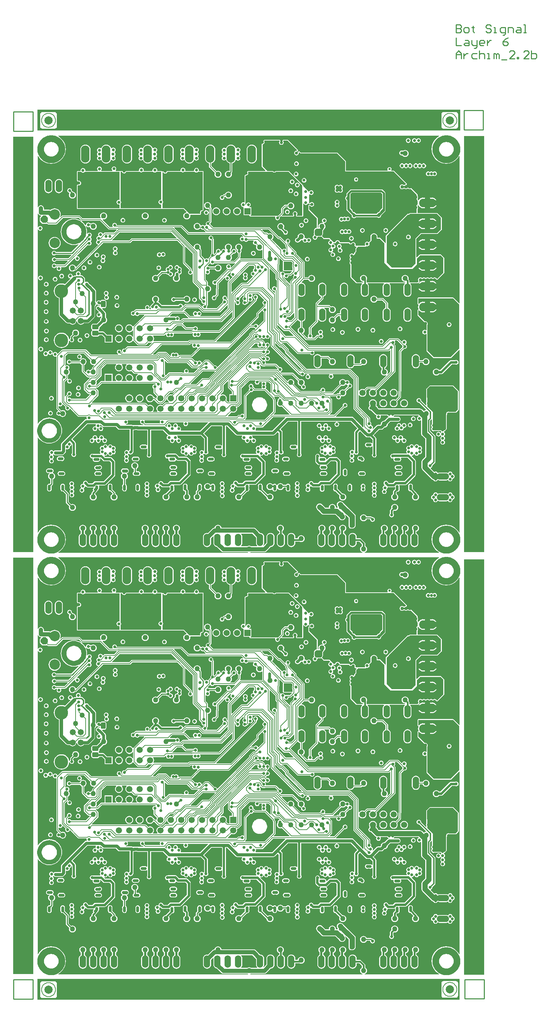
<source format=gbl>
G04*
G04 #@! TF.GenerationSoftware,Altium Limited,Altium Designer,19.1.5 (86)*
G04*
G04 Layer_Physical_Order=6*
G04 Layer_Color=16711680*
%FSLAX25Y25*%
%MOIN*%
G70*
G01*
G75*
%ADD10C,0.00700*%
G04:AMPARAMS|DCode=11|XSize=78.74mil|YSize=78.74mil|CornerRadius=39.37mil|HoleSize=0mil|Usage=FLASHONLY|Rotation=90.000|XOffset=0mil|YOffset=0mil|HoleType=Round|Shape=RoundedRectangle|*
%AMROUNDEDRECTD11*
21,1,0.07874,0.00000,0,0,90.0*
21,1,0.00000,0.07874,0,0,90.0*
1,1,0.07874,0.00000,0.00000*
1,1,0.07874,0.00000,0.00000*
1,1,0.07874,0.00000,0.00000*
1,1,0.07874,0.00000,0.00000*
%
%ADD11ROUNDEDRECTD11*%
%ADD12C,0.01000*%
%ADD13C,0.06196*%
%ADD14C,0.04300*%
%ADD15C,0.04500*%
%ADD26C,0.06000*%
%ADD89C,0.00800*%
%ADD90C,0.01600*%
%ADD91C,0.02800*%
%ADD92C,0.00600*%
%ADD94C,0.01200*%
%ADD95C,0.02000*%
%ADD97C,0.02500*%
%ADD98C,0.03000*%
%ADD99C,0.01500*%
%ADD100C,0.02400*%
%ADD101C,0.02600*%
%ADD102C,0.04000*%
%ADD106C,0.02300*%
%ADD111C,0.05000*%
%ADD117O,0.16500X0.08250*%
G04:AMPARAMS|DCode=118|XSize=133mil|YSize=83mil|CornerRadius=0mil|HoleSize=0mil|Usage=FLASHONLY|Rotation=90.000|XOffset=0mil|YOffset=0mil|HoleType=Round|Shape=Octagon|*
%AMOCTAGOND118*
4,1,8,0.02075,0.06650,-0.02075,0.06650,-0.04150,0.04575,-0.04150,-0.04575,-0.02075,-0.06650,0.02075,-0.06650,0.04150,-0.04575,0.04150,0.04575,0.02075,0.06650,0.0*
%
%ADD118OCTAGOND118*%

%ADD119O,0.08250X0.16500*%
%ADD120C,0.10000*%
%ADD121P,0.07577X8X292.5*%
%ADD122C,0.13050*%
%ADD123C,0.05800*%
%ADD124O,0.06000X0.12000*%
%ADD125R,0.05906X0.05906*%
%ADD126C,0.05906*%
%ADD127O,0.12000X0.06000*%
%ADD128C,0.02900*%
%ADD129C,0.02800*%
%ADD130C,0.02200*%
%ADD131C,0.03000*%
%ADD157C,0.03200*%
%ADD158C,0.05000*%
G04:AMPARAMS|DCode=159|XSize=46mil|YSize=63mil|CornerRadius=11.5mil|HoleSize=0mil|Usage=FLASHONLY|Rotation=90.000|XOffset=0mil|YOffset=0mil|HoleType=Round|Shape=RoundedRectangle|*
%AMROUNDEDRECTD159*
21,1,0.04600,0.04000,0,0,90.0*
21,1,0.02300,0.06300,0,0,90.0*
1,1,0.02300,0.02000,0.01150*
1,1,0.02300,0.02000,-0.01150*
1,1,0.02300,-0.02000,-0.01150*
1,1,0.02300,-0.02000,0.01150*
%
%ADD159ROUNDEDRECTD159*%
G04:AMPARAMS|DCode=160|XSize=50mil|YSize=50mil|CornerRadius=25mil|HoleSize=0mil|Usage=FLASHONLY|Rotation=90.000|XOffset=0mil|YOffset=0mil|HoleType=Round|Shape=RoundedRectangle|*
%AMROUNDEDRECTD160*
21,1,0.05000,0.00000,0,0,90.0*
21,1,0.00000,0.05000,0,0,90.0*
1,1,0.05000,0.00000,0.00000*
1,1,0.05000,0.00000,0.00000*
1,1,0.05000,0.00000,0.00000*
1,1,0.05000,0.00000,0.00000*
%
%ADD160ROUNDEDRECTD160*%
G04:AMPARAMS|DCode=161|XSize=46mil|YSize=63mil|CornerRadius=11.5mil|HoleSize=0mil|Usage=FLASHONLY|Rotation=180.000|XOffset=0mil|YOffset=0mil|HoleType=Round|Shape=RoundedRectangle|*
%AMROUNDEDRECTD161*
21,1,0.04600,0.04000,0,0,180.0*
21,1,0.02300,0.06300,0,0,180.0*
1,1,0.02300,-0.01150,0.02000*
1,1,0.02300,0.01150,0.02000*
1,1,0.02300,0.01150,-0.02000*
1,1,0.02300,-0.01150,-0.02000*
%
%ADD161ROUNDEDRECTD161*%
%ADD162C,0.03600*%
%ADD163C,0.02900*%
G36*
X433783Y838150D02*
X27121D01*
Y858130D01*
X433783D01*
Y838150D01*
D02*
G37*
G36*
X413710Y832832D02*
X412081Y831835D01*
X410394Y830393D01*
X408953Y828706D01*
X407793Y826814D01*
X406944Y824764D01*
X406426Y822606D01*
X406252Y820394D01*
X406426Y818182D01*
X406944Y816024D01*
X407793Y813974D01*
X408953Y812082D01*
X410394Y810394D01*
X412081Y808953D01*
X413974Y807793D01*
X416024Y806944D01*
X418182Y806426D01*
X420394Y806252D01*
X422606Y806426D01*
X424764Y806944D01*
X426814Y807793D01*
X428706Y808953D01*
X430393Y810394D01*
X431835Y812082D01*
X432863Y813759D01*
X433363Y813618D01*
Y672332D01*
X432901Y672140D01*
X427515Y677526D01*
X427515Y677526D01*
X427251Y677702D01*
X426938Y677765D01*
X426938Y677765D01*
X393701Y677764D01*
X393389Y677702D01*
X393124Y677526D01*
X392969Y677294D01*
X392947Y677261D01*
X392885Y676949D01*
X392885Y671847D01*
X392890Y671820D01*
X392887Y671793D01*
X392921Y671665D01*
X392947Y671534D01*
X392962Y671512D01*
X392969Y671486D01*
X393050Y671380D01*
X393124Y671270D01*
X393146Y671255D01*
X393163Y671233D01*
X393278Y671167D01*
X393389Y671093D01*
X393415Y671088D01*
X393439Y671074D01*
X393592Y671022D01*
X393798Y670567D01*
X393533Y669927D01*
X393364Y668642D01*
X393533Y667356D01*
X393798Y666717D01*
X393592Y666261D01*
X393439Y666209D01*
X393415Y666196D01*
X393389Y666190D01*
X393278Y666116D01*
X393163Y666050D01*
X393146Y666029D01*
X393124Y666013D01*
X393050Y665903D01*
X392969Y665798D01*
X392962Y665771D01*
X392947Y665749D01*
X392921Y665619D01*
X392887Y665490D01*
X392890Y665463D01*
X392885Y665437D01*
X392885Y660906D01*
X392885Y660906D01*
X392947Y660593D01*
X393124Y660329D01*
X393124Y660329D01*
X399166Y654287D01*
X399232Y654243D01*
X399289Y654186D01*
X399363Y654155D01*
X399430Y654110D01*
X399509Y654095D01*
X399583Y654064D01*
X399663D01*
X399742Y654048D01*
X399821Y654064D01*
X399901D01*
X400421Y654167D01*
X400961Y654060D01*
X401419Y653754D01*
X401725Y653296D01*
X401833Y652756D01*
X401725Y652216D01*
X401615Y652051D01*
X401585Y651977D01*
X401540Y651910D01*
X401524Y651832D01*
X401494Y651757D01*
Y651677D01*
X401478Y651598D01*
Y646644D01*
X400978Y646377D01*
X400591Y646635D01*
X399732Y646806D01*
X398874Y646635D01*
X398146Y646149D01*
X397660Y645421D01*
X397489Y644563D01*
X397660Y643705D01*
X398146Y642977D01*
X398874Y642491D01*
X399732Y642320D01*
X400591Y642491D01*
X400978Y642749D01*
X401478Y642482D01*
Y636994D01*
X401399Y636594D01*
X401478Y636195D01*
Y633647D01*
X401399Y633248D01*
X401478Y632849D01*
Y630301D01*
X401399Y629902D01*
X401478Y629502D01*
Y626694D01*
X401478Y626694D01*
X401540Y626382D01*
X401717Y626117D01*
X407917Y619917D01*
X408182Y619740D01*
X408494Y619678D01*
X408494Y619678D01*
X424694D01*
X424694Y619678D01*
X425006Y619740D01*
X425271Y619917D01*
X432901Y627547D01*
X433363Y627356D01*
Y452169D01*
X432863Y452028D01*
X431835Y453706D01*
X430393Y455393D01*
X428706Y456835D01*
X426814Y457994D01*
X424764Y458843D01*
X422606Y459361D01*
X420394Y459535D01*
X418182Y459361D01*
X416024Y458843D01*
X413974Y457994D01*
X412081Y456835D01*
X410394Y455393D01*
X408953Y453706D01*
X407793Y451814D01*
X406944Y449764D01*
X406426Y447606D01*
X406252Y445394D01*
X406426Y443182D01*
X406944Y441024D01*
X407793Y438974D01*
X408953Y437081D01*
X410394Y435394D01*
X412081Y433953D01*
X413711Y432954D01*
X413570Y432454D01*
X341861D01*
X341755Y432927D01*
X342558Y433259D01*
X343247Y433788D01*
X343776Y434478D01*
X344109Y435280D01*
X344222Y436142D01*
X344109Y437003D01*
X343776Y437806D01*
X343247Y438495D01*
X342558Y439024D01*
X342474Y439059D01*
Y441484D01*
X342354Y442089D01*
X342011Y442602D01*
X338602Y446011D01*
X338089Y446354D01*
X337484Y446474D01*
X334226D01*
Y447894D01*
X334096Y448886D01*
X333713Y449810D01*
X333104Y450604D01*
X332310Y451213D01*
X331386Y451596D01*
X330394Y451726D01*
X329402Y451596D01*
X328477Y451213D01*
X327683Y450604D01*
X327074Y449810D01*
X326692Y448886D01*
X326561Y447894D01*
Y441894D01*
X326692Y440902D01*
X327074Y439977D01*
X327683Y439184D01*
X328477Y438574D01*
X329402Y438192D01*
X330394Y438061D01*
X331386Y438192D01*
X332310Y438574D01*
X333104Y439184D01*
X333713Y439977D01*
X334096Y440902D01*
X334226Y441894D01*
Y443313D01*
X336830D01*
X339313Y440830D01*
Y439059D01*
X339229Y439024D01*
X338540Y438495D01*
X338011Y437806D01*
X337679Y437003D01*
X337565Y436142D01*
X337679Y435280D01*
X338011Y434478D01*
X338540Y433788D01*
X339229Y433259D01*
X340032Y432927D01*
X339927Y432454D01*
X231860D01*
X231755Y432927D01*
X232366Y433180D01*
X245472D01*
X246203Y433276D01*
X246884Y433558D01*
X247469Y434007D01*
X251543Y438081D01*
X252386Y438192D01*
X253310Y438574D01*
X254104Y439184D01*
X254713Y439977D01*
X255096Y440902D01*
X255226Y441894D01*
Y447894D01*
X255096Y448886D01*
X254713Y449810D01*
X254104Y450604D01*
X253310Y451213D01*
X252386Y451596D01*
X251394Y451726D01*
X250402Y451596D01*
X249477Y451213D01*
X248684Y450604D01*
X248074Y449810D01*
X247691Y448886D01*
X247561Y447894D01*
Y442086D01*
X244985Y439510D01*
X244608Y439841D01*
X244713Y439977D01*
X245096Y440902D01*
X245227Y441894D01*
Y447894D01*
X245096Y448886D01*
X244713Y449810D01*
X244104Y450604D01*
X243310Y451213D01*
X242386Y451596D01*
X241394Y451726D01*
X241244Y451707D01*
X237076Y455875D01*
X236491Y456324D01*
X235810Y456606D01*
X235079Y456702D01*
X204148D01*
X204109Y457003D01*
X203776Y457806D01*
X203247Y458495D01*
X202558Y459024D01*
X201755Y459357D01*
X200894Y459470D01*
X200032Y459357D01*
X199230Y459024D01*
X198540Y458495D01*
X198011Y457806D01*
X197679Y457003D01*
X197639Y456702D01*
X197575D01*
X196844Y456606D01*
X196163Y456324D01*
X195578Y455875D01*
X191309Y451606D01*
X190394Y451726D01*
X189402Y451596D01*
X188477Y451213D01*
X187683Y450604D01*
X187074Y449810D01*
X186691Y448886D01*
X186561Y447894D01*
Y441894D01*
X186691Y440902D01*
X187074Y439977D01*
X187683Y439184D01*
X188477Y438574D01*
X189402Y438192D01*
X190394Y438061D01*
X191386Y438192D01*
X192310Y438574D01*
X193104Y439184D01*
X193713Y439977D01*
X194096Y440902D01*
X194227Y441894D01*
Y446536D01*
X196128Y448437D01*
X196602Y448204D01*
X196561Y447894D01*
Y441894D01*
X196692Y440902D01*
X197074Y439977D01*
X197684Y439184D01*
X198477Y438574D01*
X199402Y438192D01*
X199999Y438113D01*
X204105Y434007D01*
X204690Y433558D01*
X205371Y433276D01*
X206102Y433180D01*
X229421D01*
X230032Y432927D01*
X229927Y432454D01*
X47217D01*
X47076Y432954D01*
X48706Y433953D01*
X50393Y435394D01*
X51834Y437081D01*
X52994Y438974D01*
X53843Y441024D01*
X54361Y443182D01*
X54535Y445394D01*
X54361Y447606D01*
X53843Y449764D01*
X52994Y451814D01*
X51834Y453706D01*
X50393Y455393D01*
X48706Y456835D01*
X46814Y457994D01*
X44764Y458843D01*
X42606Y459361D01*
X40394Y459535D01*
X38181Y459361D01*
X36024Y458843D01*
X33974Y457994D01*
X32081Y456835D01*
X30394Y455393D01*
X28953Y453706D01*
X27920Y452020D01*
X27420Y452161D01*
Y543189D01*
X27901Y543325D01*
X28334Y542619D01*
X29607Y541129D01*
X31097Y539856D01*
X32768Y538832D01*
X34578Y538082D01*
X36484Y537625D01*
X38438Y537471D01*
X40391Y537625D01*
X42297Y538082D01*
X44107Y538832D01*
X45778Y539856D01*
X47268Y541129D01*
X48541Y542619D01*
X49565Y544290D01*
X50315Y546100D01*
X50772Y548006D01*
X50926Y549959D01*
X50772Y551913D01*
X50315Y553818D01*
X49565Y555629D01*
X48541Y557300D01*
X47268Y558790D01*
X45778Y560063D01*
X44107Y561087D01*
X42297Y561836D01*
X40391Y562294D01*
X38438Y562448D01*
X36484Y562294D01*
X34578Y561836D01*
X32768Y561087D01*
X31097Y560063D01*
X29607Y558790D01*
X28334Y557300D01*
X27901Y556593D01*
X27420Y556729D01*
Y743136D01*
X27920Y743288D01*
X28308Y742708D01*
X29035Y742221D01*
X29894Y742051D01*
X30752Y742221D01*
X31480Y742708D01*
X31966Y743435D01*
X32137Y744294D01*
X31966Y745152D01*
X31480Y745880D01*
X30752Y746366D01*
X29894Y746537D01*
X29035Y746366D01*
X28308Y745880D01*
X27920Y745300D01*
X27420Y745451D01*
Y758332D01*
X27920Y758432D01*
X28148Y757882D01*
X28597Y757297D01*
X29182Y756848D01*
X29863Y756566D01*
X30522Y756479D01*
X30720Y756165D01*
X30777Y756027D01*
X29694Y754944D01*
Y750644D01*
X31844Y748494D01*
X36144D01*
X36426Y748776D01*
X36801Y748401D01*
X36801Y748401D01*
X37165Y748158D01*
X37594Y748072D01*
X37594Y748072D01*
X45194D01*
X45194Y748072D01*
X45623Y748158D01*
X45987Y748401D01*
X51958Y754372D01*
X67045D01*
X69470Y751947D01*
X69470Y751947D01*
X69834Y751704D01*
X70263Y751618D01*
X70263Y751618D01*
X87537D01*
X95578Y743577D01*
X95578Y743577D01*
X95942Y743334D01*
X96371Y743249D01*
X103366D01*
X103558Y742787D01*
X100937Y740166D01*
X92087D01*
X91658Y740081D01*
X91294Y739838D01*
X91294Y739838D01*
X90457Y739001D01*
X90110Y739106D01*
X89945Y739196D01*
X89493Y739873D01*
X88766Y740359D01*
X87907Y740530D01*
X87049Y740359D01*
X86321Y739873D01*
X85835Y739145D01*
X85664Y738287D01*
X85835Y737429D01*
X85905Y737323D01*
X85714Y736861D01*
X85399Y736799D01*
X84672Y736312D01*
X84185Y735585D01*
X84015Y734726D01*
X84185Y733868D01*
X84584Y733271D01*
X84564Y732656D01*
X84288Y732472D01*
X83802Y731744D01*
X83631Y730886D01*
X83802Y730027D01*
X84288Y729300D01*
X85016Y728814D01*
X85260Y728765D01*
X85406Y728286D01*
X64495Y707376D01*
X63906Y707494D01*
X63776Y707806D01*
X63247Y708495D01*
X62558Y709024D01*
X61755Y709357D01*
X60894Y709470D01*
X60032Y709357D01*
X59229Y709024D01*
X58540Y708495D01*
X58011Y707806D01*
X57679Y707003D01*
X57565Y706142D01*
X57679Y705280D01*
X58011Y704478D01*
X58540Y703788D01*
X58722Y703649D01*
X58855Y703449D01*
X59583Y702963D01*
X60441Y702792D01*
X60686Y702841D01*
X60894Y702813D01*
X61755Y702927D01*
X62558Y703259D01*
X63247Y703788D01*
X63343Y703913D01*
X63740D01*
X63740Y703913D01*
X64170Y703999D01*
X64533Y704242D01*
X90494Y730202D01*
X116032D01*
X116032Y730202D01*
X116461Y730288D01*
X116825Y730531D01*
X118595Y732301D01*
X161721D01*
X167146Y726875D01*
Y711190D01*
X167146Y711190D01*
X167231Y710760D01*
X167474Y710396D01*
X173200Y704671D01*
Y703845D01*
X172736Y703535D01*
X172249Y702807D01*
X172079Y701949D01*
X172249Y701090D01*
X172736Y700363D01*
X173463Y699876D01*
X174322Y699706D01*
X175180Y699876D01*
X175908Y700363D01*
X176222Y700833D01*
X176722Y700682D01*
Y692895D01*
X176722Y692895D01*
X176807Y692466D01*
X177051Y692102D01*
X182672Y686480D01*
Y677261D01*
X182672Y677261D01*
X182757Y676832D01*
X183001Y676468D01*
X185151Y674318D01*
X185042Y673770D01*
X185213Y672911D01*
X185699Y672184D01*
X186426Y671697D01*
X187285Y671526D01*
X187972Y671663D01*
X188390Y671444D01*
X188194Y671137D01*
X187335Y670966D01*
X186608Y670480D01*
X186121Y669752D01*
X186059Y669438D01*
X185580Y669293D01*
X183587Y671287D01*
X183223Y671530D01*
X182794Y671615D01*
X182794Y671615D01*
X169746D01*
X169316Y671530D01*
X168953Y671287D01*
X168953Y671287D01*
X167590Y669925D01*
X167048Y670089D01*
X166966Y670500D01*
X166480Y671228D01*
X165752Y671714D01*
X164894Y671885D01*
X164035Y671714D01*
X163308Y671228D01*
X162873Y670577D01*
X146865D01*
X144357Y673085D01*
X143762Y673483D01*
X143645Y673506D01*
X143451Y674054D01*
X143776Y674478D01*
X144109Y675280D01*
X144222Y676142D01*
X144109Y677003D01*
X143776Y677806D01*
X143247Y678495D01*
X142558Y679024D01*
X141755Y679357D01*
X140894Y679470D01*
X140032Y679357D01*
X139230Y679024D01*
X138540Y678495D01*
X138011Y677806D01*
X137679Y677003D01*
X137565Y676142D01*
X137679Y675280D01*
X138011Y674478D01*
X138540Y673788D01*
X138886Y673523D01*
X138898Y673485D01*
X138916Y672951D01*
X136536Y670571D01*
X136472Y670475D01*
X136331Y670381D01*
X135845Y669654D01*
X135674Y668795D01*
X135845Y667937D01*
X136331Y667209D01*
X136699Y666963D01*
X136548Y666463D01*
X135076D01*
X134809Y666963D01*
X135055Y667332D01*
X135226Y668191D01*
X135055Y669049D01*
X134569Y669777D01*
X133841Y670263D01*
X132983Y670434D01*
X132124Y670263D01*
X131397Y669777D01*
X130910Y669049D01*
X130740Y668191D01*
X130910Y667332D01*
X131157Y666963D01*
X130890Y666463D01*
X122078D01*
X122078Y666463D01*
X121649Y666378D01*
X121285Y666135D01*
X120598Y665448D01*
X120592Y665439D01*
X119861Y664708D01*
X119313Y664817D01*
X118455Y664646D01*
X117727Y664160D01*
X117241Y663432D01*
X117070Y662574D01*
X117241Y661716D01*
X117727Y660988D01*
X118455Y660501D01*
X119313Y660331D01*
X120172Y660501D01*
X120899Y660988D01*
X121477Y660953D01*
X121708Y660608D01*
X122435Y660121D01*
X123294Y659951D01*
X124152Y660121D01*
X124880Y660608D01*
X125195Y661080D01*
X129760D01*
X129819Y661001D01*
X129946Y660580D01*
X119601Y650235D01*
X119507Y650095D01*
X119158Y650085D01*
X118937Y650125D01*
X118370Y650864D01*
X117586Y651465D01*
X116673Y651844D01*
X115694Y651972D01*
X114714Y651844D01*
X113801Y651465D01*
X113017Y650864D01*
X112416Y650080D01*
X112038Y649167D01*
X111909Y648187D01*
X112038Y647208D01*
X112416Y646295D01*
X113017Y645511D01*
X113801Y644909D01*
X114714Y644531D01*
X115694Y644402D01*
X116673Y644531D01*
X117586Y644909D01*
X118370Y645511D01*
X118772Y646035D01*
X119272Y645865D01*
Y640510D01*
X118772Y640340D01*
X118370Y640864D01*
X117586Y641465D01*
X116673Y641844D01*
X115694Y641972D01*
X114714Y641844D01*
X113801Y641465D01*
X113017Y640864D01*
X112416Y640080D01*
X112038Y639167D01*
X111909Y638187D01*
X112038Y637208D01*
X112416Y636295D01*
X113017Y635511D01*
X113801Y634909D01*
X114714Y634531D01*
X115694Y634402D01*
X116673Y634531D01*
X117586Y634909D01*
X118370Y635511D01*
X118939Y636251D01*
X119151Y636292D01*
X119509Y636286D01*
X119601Y636149D01*
X123501Y632249D01*
X123501Y632249D01*
X123864Y632006D01*
X124294Y631920D01*
X130942D01*
X130942Y631920D01*
X131371Y632006D01*
X131735Y632249D01*
X134221Y634735D01*
X134714Y634531D01*
X135694Y634402D01*
X136673Y634531D01*
X136954Y634648D01*
X137238Y634224D01*
X133877Y630863D01*
X113994D01*
X113565Y630778D01*
X113201Y630535D01*
X113201Y630535D01*
X111342Y628676D01*
X110794Y628785D01*
X109935Y628614D01*
X109208Y628128D01*
X108721Y627400D01*
X108551Y626542D01*
X108721Y625683D01*
X109208Y624956D01*
X109268Y624915D01*
X109116Y624415D01*
X108558D01*
X108028Y624946D01*
X108137Y625494D01*
X107966Y626352D01*
X107480Y627080D01*
X106752Y627566D01*
X105894Y627737D01*
X105035Y627566D01*
X104308Y627080D01*
X103821Y626352D01*
X103651Y625494D01*
X103821Y624635D01*
X104308Y623908D01*
X104895Y623515D01*
X104743Y623015D01*
X78965D01*
X74514Y627466D01*
X74150Y627709D01*
X73721Y627795D01*
X73720Y627795D01*
X51279D01*
X50850Y627709D01*
X50486Y627466D01*
X50486Y627466D01*
X46822Y623802D01*
X46344Y623947D01*
X46312Y624106D01*
X45815Y624851D01*
X45071Y625348D01*
X44193Y625523D01*
X43315Y625348D01*
X42571Y624851D01*
X42150Y624221D01*
X42131Y624193D01*
X41660Y624388D01*
X41663Y624399D01*
X41763Y624902D01*
X41588Y625780D01*
X41091Y626524D01*
X40346Y627021D01*
X39469Y627196D01*
X38591Y627021D01*
X37846Y626524D01*
X37349Y625780D01*
X37309Y625578D01*
X37018Y625482D01*
X36773Y625445D01*
X36072Y625913D01*
X35194Y626088D01*
X34316Y625913D01*
X33571Y625416D01*
X33074Y624672D01*
X32900Y623794D01*
X33074Y622916D01*
X33571Y622171D01*
X34316Y621674D01*
X35194Y621500D01*
X36072Y621674D01*
X36816Y622171D01*
X37313Y622916D01*
X37353Y623117D01*
X37644Y623213D01*
X37890Y623251D01*
X38591Y622782D01*
X39469Y622608D01*
X40346Y622782D01*
X41091Y623279D01*
X41511Y623909D01*
X41530Y623937D01*
X42001Y623742D01*
X41999Y623731D01*
X41899Y623228D01*
X42074Y622351D01*
X42571Y621606D01*
X43315Y621109D01*
X44193Y620934D01*
X45022Y621099D01*
X45157Y621075D01*
X45522Y620880D01*
Y576731D01*
X45507Y576709D01*
X45422Y576280D01*
Y571344D01*
X45422Y571344D01*
X45507Y570915D01*
X45751Y570551D01*
X47128Y569174D01*
X46982Y568695D01*
X46835Y568666D01*
X46108Y568180D01*
X45621Y567452D01*
X45451Y566594D01*
X45621Y565735D01*
X46108Y565008D01*
X46835Y564521D01*
X47694Y564351D01*
X48552Y564521D01*
X48697Y564618D01*
X49140Y564040D01*
X49830Y563511D01*
X50632Y563179D01*
X51494Y563065D01*
X52355Y563179D01*
X53158Y563511D01*
X53847Y564040D01*
X54376Y564729D01*
X54709Y565532D01*
X54822Y566394D01*
X54709Y567255D01*
X54376Y568058D01*
X53847Y568747D01*
X53158Y569276D01*
X52355Y569609D01*
X51494Y569722D01*
X50632Y569609D01*
X50090Y569384D01*
X47665Y571808D01*
Y573212D01*
X48106Y573448D01*
X48216Y573374D01*
X49094Y573200D01*
X49972Y573374D01*
X50716Y573872D01*
X51213Y574616D01*
X51281Y574955D01*
X51759Y575100D01*
X54210Y572649D01*
X54119Y572512D01*
X53948Y571654D01*
X54119Y570795D01*
X54605Y570068D01*
X55333Y569581D01*
X56191Y569411D01*
X57050Y569581D01*
X57777Y570068D01*
X58264Y570795D01*
X58282Y570889D01*
X58761Y571034D01*
X66217Y563577D01*
X66217Y563577D01*
X66581Y563334D01*
X67010Y563249D01*
X74191D01*
X74602Y562749D01*
X74528Y562382D01*
X74699Y561523D01*
X74790Y561388D01*
X74554Y560948D01*
X74272D01*
X73374Y560769D01*
X72614Y560261D01*
X60645Y548292D01*
X56137Y543784D01*
X50654Y538301D01*
X50145Y537540D01*
X49967Y536643D01*
Y532562D01*
X50017Y532309D01*
Y531070D01*
X49915Y530967D01*
X44488D01*
X43591Y530789D01*
X42830Y530280D01*
X42549D01*
X42334Y530602D01*
X41606Y531088D01*
X40748Y531259D01*
X39890Y531088D01*
X39162Y530602D01*
X38676Y529874D01*
X38505Y529016D01*
X38676Y528157D01*
X39162Y527430D01*
X39489Y527211D01*
Y526610D01*
X39071Y526330D01*
X38585Y525603D01*
X38414Y524744D01*
X38585Y523886D01*
X39071Y523158D01*
X39392Y522944D01*
Y522444D01*
X39170Y522295D01*
X38684Y521567D01*
X38513Y520709D01*
X38684Y519850D01*
X39170Y519123D01*
X39898Y518636D01*
X40756Y518466D01*
X41614Y518636D01*
X42342Y519123D01*
X42828Y519850D01*
X42999Y520709D01*
X42828Y521567D01*
X42342Y522295D01*
X42021Y522509D01*
Y523009D01*
X42244Y523158D01*
X42730Y523886D01*
X42901Y524744D01*
X42730Y525603D01*
X42244Y526330D01*
X42174Y526377D01*
X42145Y526974D01*
X42251Y527065D01*
X42814Y526988D01*
X42830Y526964D01*
X43591Y526455D01*
X44488Y526277D01*
X50886D01*
X51783Y526455D01*
X52544Y526964D01*
X54020Y528440D01*
X54529Y529201D01*
X54707Y530098D01*
Y531890D01*
X55058Y532077D01*
X55207Y532112D01*
X56012Y531952D01*
X56870Y532122D01*
X57598Y532608D01*
X58084Y533336D01*
X58255Y534195D01*
X58160Y534672D01*
X58652Y534769D01*
X59380Y535256D01*
X59866Y535983D01*
X59969Y536501D01*
X60469Y536452D01*
Y528114D01*
X60232Y527759D01*
X60061Y526901D01*
X60232Y526042D01*
X60718Y525315D01*
X61446Y524828D01*
X62304Y524658D01*
X63163Y524828D01*
X63890Y525315D01*
X64377Y526042D01*
X64547Y526901D01*
X64377Y527759D01*
X64139Y528114D01*
Y537617D01*
X64000Y538319D01*
X63602Y538915D01*
X60751Y541766D01*
X63961Y544976D01*
X75243Y556257D01*
X83289D01*
X83556Y555757D01*
X83361Y555465D01*
X83190Y554606D01*
X83254Y554285D01*
X82900Y553931D01*
X82579Y553995D01*
X81720Y553824D01*
X80993Y553338D01*
X80506Y552610D01*
X80336Y551752D01*
X80506Y550894D01*
X80993Y550166D01*
X81720Y549680D01*
X82579Y549509D01*
X83437Y549680D01*
X84165Y550166D01*
X84651Y550894D01*
X84822Y551752D01*
X84758Y552074D01*
X85111Y552427D01*
X85433Y552363D01*
X85755Y552427D01*
X86108Y552074D01*
X86044Y551752D01*
X86215Y550894D01*
X86701Y550166D01*
X87429Y549680D01*
X88287Y549509D01*
X89146Y549680D01*
X89873Y550166D01*
X90360Y550894D01*
X90531Y551752D01*
X90360Y552610D01*
X89873Y553338D01*
X89146Y553824D01*
X88287Y553995D01*
X87966Y553931D01*
X87612Y554285D01*
X87676Y554606D01*
X87505Y555465D01*
X87906Y555765D01*
X89435Y554236D01*
X90196Y553727D01*
X91094Y553549D01*
X102466D01*
X104543Y551472D01*
X104543Y551472D01*
X105303Y550963D01*
X106201Y550785D01*
X106201Y550785D01*
X115988D01*
Y531338D01*
X115976Y531335D01*
X115248Y530849D01*
X115081Y530598D01*
X114581D01*
X114578Y530602D01*
X113850Y531088D01*
X112992Y531259D01*
X112134Y531088D01*
X111406Y530602D01*
X110920Y529874D01*
X110749Y529016D01*
X110920Y528157D01*
X111406Y527430D01*
X111649Y527268D01*
Y526767D01*
X111348Y526566D01*
X110862Y525839D01*
X110691Y524980D01*
X110862Y524122D01*
X111348Y523394D01*
Y523007D01*
X111284Y522835D01*
X110825Y522149D01*
X110654Y521290D01*
X110825Y520432D01*
X111311Y519704D01*
X112039Y519218D01*
X112897Y519047D01*
X113756Y519218D01*
X114483Y519704D01*
X114970Y520432D01*
X115140Y521290D01*
X114970Y522149D01*
X114483Y522876D01*
Y523263D01*
X114547Y523435D01*
X115006Y524122D01*
X115177Y524980D01*
X115006Y525839D01*
X114520Y526566D01*
X114277Y526729D01*
Y527229D01*
X114578Y527430D01*
X114746Y527681D01*
X115246D01*
X115248Y527677D01*
X115976Y527191D01*
X116834Y527020D01*
X117693Y527191D01*
X118421Y527677D01*
X118907Y528405D01*
X118930Y528519D01*
X119121Y528710D01*
X119518Y529306D01*
X119658Y530008D01*
Y550397D01*
X120222D01*
X120495Y550451D01*
X123206D01*
X123479Y550397D01*
X123479Y550397D01*
X132810D01*
Y536115D01*
X132310Y535974D01*
X131652Y536414D01*
X130794Y536585D01*
X130746Y536575D01*
X127953D01*
X127094Y536405D01*
X126367Y535918D01*
X125880Y535191D01*
X125710Y534332D01*
X125880Y533474D01*
X126367Y532746D01*
X127094Y532260D01*
X127953Y532089D01*
X130784D01*
X131643Y532260D01*
X132310Y532706D01*
X132810Y532573D01*
Y527375D01*
X132573Y527020D01*
X132403Y526161D01*
X132573Y525303D01*
X133060Y524575D01*
X133787Y524089D01*
X134646Y523918D01*
X135504Y524089D01*
X136232Y524575D01*
X136718Y525303D01*
X136889Y526161D01*
X136718Y527020D01*
X136481Y527375D01*
Y550397D01*
X147842D01*
X152279Y545960D01*
X152693Y545683D01*
X152680Y545090D01*
X152208Y544774D01*
X151721Y544047D01*
X151551Y543188D01*
X151721Y542330D01*
X152208Y541602D01*
X152935Y541116D01*
X153794Y540945D01*
X154331Y541052D01*
X154757Y540630D01*
X154689Y540288D01*
X154860Y539430D01*
X155346Y538702D01*
X156074Y538216D01*
X156932Y538045D01*
X157791Y538216D01*
X158518Y538702D01*
X159005Y539430D01*
X159175Y540288D01*
X159111Y540611D01*
X159536Y541036D01*
X159994Y540945D01*
X160531Y541052D01*
X160957Y540630D01*
X160889Y540288D01*
X161060Y539430D01*
X161546Y538702D01*
X162274Y538216D01*
X163132Y538045D01*
X163991Y538216D01*
X164718Y538702D01*
X165205Y539430D01*
X165375Y540288D01*
X165205Y541147D01*
X164718Y541874D01*
X163991Y542360D01*
X163132Y542531D01*
X162595Y542424D01*
X162169Y542846D01*
X162237Y543188D01*
X162066Y544047D01*
X161580Y544774D01*
X161733Y545273D01*
X184478D01*
X187542Y542209D01*
Y530753D01*
X187082Y530448D01*
X186996Y530461D01*
X186929Y530563D01*
X186201Y531049D01*
X185343Y531219D01*
X184484Y531049D01*
X183756Y530563D01*
X183270Y529835D01*
X183099Y528976D01*
X183270Y528118D01*
X183756Y527390D01*
X183946Y527264D01*
Y526764D01*
X183650Y526566D01*
X183164Y525839D01*
X182993Y524980D01*
X183164Y524122D01*
X183642Y523407D01*
X183620Y522917D01*
X183559Y522876D01*
X183073Y522149D01*
X182902Y521290D01*
X183073Y520432D01*
X183559Y519704D01*
X184286Y519218D01*
X185145Y519047D01*
X186003Y519218D01*
X186731Y519704D01*
X187217Y520432D01*
X187388Y521290D01*
X187217Y522149D01*
X186739Y522864D01*
X186761Y523353D01*
X186822Y523394D01*
X187309Y524122D01*
X187479Y524980D01*
X187309Y525839D01*
X186822Y526566D01*
X186633Y526693D01*
Y527193D01*
X186929Y527390D01*
X187122Y527680D01*
X187724D01*
X187791Y527578D01*
X188519Y527092D01*
X189377Y526922D01*
X190236Y527092D01*
X190963Y527578D01*
X191450Y528306D01*
X191621Y529165D01*
X191450Y530023D01*
X191213Y530378D01*
Y542969D01*
X191073Y543671D01*
X190675Y544267D01*
X187684Y547258D01*
X191036Y550609D01*
X191201Y550857D01*
X194475Y554131D01*
X204570D01*
X204598Y553989D01*
X204758Y553749D01*
Y535894D01*
X204258Y535741D01*
X203616Y536170D01*
X202758Y536341D01*
X202757Y536341D01*
X199960D01*
X199101Y536170D01*
X198374Y535684D01*
X197888Y534956D01*
X197717Y534098D01*
X197888Y533239D01*
X198374Y532511D01*
X199101Y532025D01*
X199960Y531854D01*
X202757D01*
X203616Y532025D01*
X204258Y532455D01*
X204758Y532301D01*
Y527955D01*
X204521Y527600D01*
X204351Y526742D01*
X204521Y525883D01*
X205008Y525156D01*
X205735Y524669D01*
X206594Y524499D01*
X207452Y524669D01*
X208180Y525156D01*
X208666Y525883D01*
X208837Y526742D01*
X208666Y527600D01*
X208429Y527955D01*
Y554131D01*
X209588D01*
X217759Y545960D01*
X217759Y545960D01*
X218520Y545452D01*
X219417Y545273D01*
X219417Y545273D01*
X224200D01*
X224353Y544774D01*
X223867Y544047D01*
X223696Y543188D01*
X223867Y542330D01*
X224353Y541602D01*
X225081Y541116D01*
X225939Y540945D01*
X226477Y541052D01*
X226903Y540630D01*
X226835Y540288D01*
X227006Y539430D01*
X227492Y538702D01*
X228220Y538216D01*
X229078Y538045D01*
X229936Y538216D01*
X230664Y538702D01*
X231150Y539430D01*
X231321Y540288D01*
X231257Y540611D01*
X231682Y541036D01*
X232139Y540945D01*
X232677Y541052D01*
X233103Y540630D01*
X233035Y540288D01*
X233206Y539430D01*
X233692Y538702D01*
X234419Y538216D01*
X235278Y538045D01*
X236136Y538216D01*
X236864Y538702D01*
X237350Y539430D01*
X237521Y540288D01*
X237350Y541147D01*
X236864Y541874D01*
X236136Y542360D01*
X235278Y542531D01*
X234740Y542424D01*
X234314Y542846D01*
X234383Y543188D01*
X234212Y544047D01*
X233726Y544774D01*
X233879Y545273D01*
X253937D01*
X254834Y545452D01*
X255595Y545960D01*
X258307Y548672D01*
X259287Y547693D01*
Y530691D01*
X258787Y530424D01*
X258352Y530714D01*
X257494Y530885D01*
X256635Y530714D01*
X255908Y530228D01*
X255421Y529500D01*
X255251Y528642D01*
X255421Y527783D01*
X255852Y527139D01*
X255902Y526774D01*
X255847Y526495D01*
X255408Y525839D01*
X255237Y524980D01*
X255408Y524122D01*
X255894Y523394D01*
Y522986D01*
X255808Y522928D01*
X255321Y522200D01*
X255151Y521342D01*
X255321Y520483D01*
X255808Y519756D01*
X256535Y519269D01*
X257394Y519099D01*
X258252Y519269D01*
X258980Y519756D01*
X259466Y520483D01*
X259637Y521342D01*
X259466Y522200D01*
X259069Y522794D01*
X259067Y523328D01*
X259102Y523448D01*
X259553Y524122D01*
X259723Y524980D01*
X259553Y525839D01*
X259122Y526483D01*
X259072Y526848D01*
X259127Y527127D01*
X259493Y527675D01*
X260034Y527766D01*
X260108Y527656D01*
X260835Y527169D01*
X261694Y526999D01*
X262552Y527169D01*
X263280Y527656D01*
X263766Y528383D01*
X263937Y529242D01*
X263766Y530100D01*
X263280Y530828D01*
X262957Y531043D01*
Y548453D01*
X262818Y549155D01*
X262420Y549751D01*
X260903Y551267D01*
X268294Y558659D01*
X277158D01*
Y535862D01*
X276658Y535710D01*
X276580Y535828D01*
X275852Y536314D01*
X274994Y536485D01*
X274267Y536340D01*
X272716D01*
X272204Y536442D01*
X271345Y536271D01*
X270618Y535785D01*
X270132Y535057D01*
X269961Y534199D01*
X270132Y533341D01*
X270618Y532613D01*
X271345Y532127D01*
X272204Y531956D01*
X272716Y532058D01*
X274696D01*
X274994Y531999D01*
X275852Y532169D01*
X276580Y532656D01*
X276658Y532773D01*
X277158Y532622D01*
Y527955D01*
X276921Y527600D01*
X276751Y526742D01*
X276921Y525883D01*
X277408Y525156D01*
X278135Y524669D01*
X278994Y524499D01*
X279852Y524669D01*
X280580Y525156D01*
X281066Y525883D01*
X281237Y526742D01*
X281066Y527600D01*
X280829Y527955D01*
Y558659D01*
X314764D01*
X314813Y558159D01*
X314299Y558057D01*
X313571Y557570D01*
X313085Y556843D01*
X312914Y555984D01*
X313085Y555126D01*
X313571Y554398D01*
X314299Y553912D01*
X315158Y553741D01*
X316016Y553912D01*
X316744Y554398D01*
X317230Y555126D01*
X317401Y555984D01*
X317230Y556843D01*
X316744Y557570D01*
X316016Y558057D01*
X315502Y558159D01*
X315551Y558659D01*
X328458D01*
X335013Y552104D01*
X332596Y549688D01*
X332198Y549092D01*
X332058Y548390D01*
Y530903D01*
X331558Y530752D01*
X331507Y530828D01*
X330780Y531314D01*
X329921Y531485D01*
X329063Y531314D01*
X328335Y530828D01*
X327849Y530100D01*
X327678Y529242D01*
X327849Y528383D01*
X328231Y527812D01*
X328201Y527190D01*
X328108Y527128D01*
X327621Y526400D01*
X327451Y525542D01*
X327621Y524683D01*
X328108Y523956D01*
X328427Y523742D01*
Y523141D01*
X328108Y522928D01*
X327621Y522200D01*
X327451Y521342D01*
X327621Y520483D01*
X328108Y519756D01*
X328835Y519269D01*
X329694Y519099D01*
X330552Y519269D01*
X331280Y519756D01*
X331766Y520483D01*
X331937Y521342D01*
X331766Y522200D01*
X331280Y522928D01*
X330961Y523141D01*
Y523742D01*
X331280Y523956D01*
X331766Y524683D01*
X331937Y525542D01*
X331766Y526400D01*
X331384Y526972D01*
X331414Y527594D01*
X331507Y527656D01*
X331624Y527830D01*
X332124D01*
X332308Y527556D01*
X333035Y527069D01*
X333894Y526899D01*
X334752Y527069D01*
X335480Y527556D01*
X335966Y528283D01*
X336137Y529142D01*
X335966Y530000D01*
X335729Y530355D01*
Y547630D01*
X337608Y549509D01*
X340474Y546642D01*
X340705Y546297D01*
X342872Y544130D01*
X343633Y543622D01*
X344530Y543443D01*
X347345D01*
X349443Y541346D01*
Y537886D01*
X348943Y537734D01*
X348880Y537828D01*
X348152Y538314D01*
X347294Y538485D01*
X346801Y538387D01*
X344994D01*
X344482Y538489D01*
X343623Y538318D01*
X342896Y537832D01*
X342409Y537104D01*
X342239Y536246D01*
X342409Y535387D01*
X342896Y534660D01*
X343623Y534173D01*
X344482Y534003D01*
X344994Y534104D01*
X346762D01*
X347294Y533999D01*
X348152Y534169D01*
X348880Y534656D01*
X348943Y534750D01*
X349443Y534598D01*
Y527575D01*
X349206Y527220D01*
X349035Y526361D01*
X349206Y525503D01*
X349692Y524775D01*
X350419Y524289D01*
X351278Y524118D01*
X352136Y524289D01*
X352864Y524775D01*
X353350Y525503D01*
X353521Y526361D01*
X353350Y527220D01*
X353113Y527575D01*
Y542106D01*
X352974Y542808D01*
X352576Y543403D01*
X350552Y545428D01*
X351421Y546297D01*
X351652Y546642D01*
X352937Y547928D01*
X353056Y548105D01*
X353233Y548224D01*
X355794Y550785D01*
X357950D01*
X358847Y550963D01*
X359608Y551472D01*
X360958Y552822D01*
X361755Y552927D01*
X362558Y553259D01*
X363247Y553788D01*
X363776Y554478D01*
X364109Y555280D01*
X364214Y556077D01*
X366697Y558561D01*
X370526D01*
X370751Y558605D01*
X370794Y558597D01*
X374194D01*
X375091Y558775D01*
X375852Y559284D01*
X376360Y560044D01*
X376539Y560942D01*
X376360Y561839D01*
X375852Y562600D01*
X375091Y563108D01*
X374194Y563287D01*
X370794D01*
X370569Y563242D01*
X370526Y563251D01*
X369914D01*
X369774Y563751D01*
X370380Y564156D01*
X370587Y564465D01*
X393663D01*
X393993Y564135D01*
X393848Y563657D01*
X393635Y563614D01*
X392908Y563128D01*
X392421Y562400D01*
X392251Y561542D01*
X392421Y560683D01*
X392908Y559956D01*
X393635Y559469D01*
X394494Y559299D01*
X395352Y559469D01*
X395765Y559746D01*
X396265Y559478D01*
Y547342D01*
X396379Y546480D01*
X396573Y546010D01*
X396711Y545678D01*
X397240Y544988D01*
X400146Y542083D01*
Y524801D01*
X397640Y522295D01*
X397111Y521606D01*
X396973Y521274D01*
X396779Y520803D01*
X396665Y519942D01*
Y514465D01*
X396779Y513604D01*
X396973Y513133D01*
X397111Y512801D01*
X397640Y512112D01*
X406212Y503540D01*
X406901Y503011D01*
X407704Y502679D01*
X408001Y502639D01*
X408021Y502535D01*
X408508Y501808D01*
X409235Y501321D01*
X410094Y501151D01*
X410952Y501321D01*
X411680Y501808D01*
X412166Y502535D01*
X412646Y502422D01*
X413202Y502191D01*
X414194Y502061D01*
X420194D01*
X421186Y502191D01*
X421663Y502389D01*
X422121Y502535D01*
X422608Y501808D01*
X423335Y501321D01*
X424194Y501151D01*
X425052Y501321D01*
X425780Y501808D01*
X426266Y502535D01*
X426437Y503394D01*
X426382Y503668D01*
X427152Y503821D01*
X427880Y504308D01*
X428366Y505035D01*
X428537Y505894D01*
X428366Y506752D01*
X427880Y507480D01*
X427152Y507966D01*
X426478Y508100D01*
X426537Y508394D01*
X426366Y509252D01*
X425880Y509980D01*
X425152Y510466D01*
X424294Y510637D01*
X423435Y510466D01*
X422708Y509980D01*
X422445Y509586D01*
X422158Y509267D01*
X421742Y509366D01*
X421186Y509596D01*
X420194Y509726D01*
X414194D01*
X413202Y509596D01*
X412724Y509398D01*
X412266Y509252D01*
X411780Y509980D01*
X411052Y510466D01*
X410194Y510637D01*
X409335Y510466D01*
X408954Y510212D01*
X405507Y513659D01*
X405652Y514138D01*
X405737Y514154D01*
X406465Y514641D01*
X406951Y515368D01*
X407122Y516227D01*
X407085Y516414D01*
X409603Y518932D01*
X409603Y518932D01*
X409912Y519396D01*
X410021Y519942D01*
X410021Y519942D01*
Y544242D01*
X410021Y544242D01*
X409912Y544788D01*
X409603Y545251D01*
X409603Y545251D01*
X405021Y549833D01*
Y559469D01*
X406131Y560579D01*
X406131Y560579D01*
X406159Y560621D01*
X406659Y560469D01*
Y556355D01*
X406221Y555700D01*
X406051Y554842D01*
X406221Y553983D01*
X406406Y553707D01*
X406588Y553240D01*
X406102Y552512D01*
X405931Y551653D01*
X406102Y550795D01*
X406588Y550067D01*
X407316Y549581D01*
X408174Y549410D01*
X409017Y549578D01*
X415125D01*
X415408Y549156D01*
X415653Y548992D01*
Y548492D01*
X415408Y548328D01*
X415177Y547983D01*
X414677D01*
X414580Y548128D01*
X413852Y548614D01*
X412994Y548785D01*
X412135Y548614D01*
X411408Y548128D01*
X410921Y547400D01*
X410751Y546542D01*
X410921Y545683D01*
X411408Y544956D01*
X412135Y544469D01*
X412994Y544299D01*
X413852Y544469D01*
X414580Y544956D01*
X414790Y545270D01*
X415281Y545300D01*
X415364Y545221D01*
X415408Y545156D01*
X415486Y545103D01*
X415636Y544959D01*
X415610Y544463D01*
X415408Y544328D01*
X414921Y543600D01*
X414751Y542742D01*
X414921Y541883D01*
X415408Y541156D01*
X415653Y540992D01*
Y540492D01*
X415408Y540328D01*
X414921Y539600D01*
X414751Y538742D01*
X414921Y537883D01*
X415408Y537156D01*
X416135Y536669D01*
X416994Y536499D01*
X417852Y536669D01*
X418580Y537156D01*
X419066Y537883D01*
X419237Y538742D01*
X419066Y539600D01*
X418580Y540328D01*
X418334Y540492D01*
Y540992D01*
X418580Y541156D01*
X419066Y541883D01*
X419237Y542742D01*
X419066Y543600D01*
X418580Y544328D01*
X418334Y544492D01*
Y544992D01*
X418580Y545156D01*
X419066Y545883D01*
X419237Y546742D01*
X419066Y547600D01*
X418580Y548328D01*
X418334Y548492D01*
Y548992D01*
X418580Y549156D01*
X418867Y549586D01*
X419139Y549640D01*
X419404Y549817D01*
X419404Y549817D01*
X420683Y551096D01*
X420860Y551361D01*
X420922Y551673D01*
X420922Y551673D01*
Y564636D01*
X420947Y564662D01*
X420992Y564728D01*
X421049Y564785D01*
X421080Y564859D01*
X421124Y564926D01*
X421140Y565005D01*
X421171Y565079D01*
Y565160D01*
X421186Y565238D01*
X421171Y565317D01*
Y565397D01*
X421082Y565842D01*
X421190Y566382D01*
X421496Y566840D01*
X421953Y567146D01*
X422494Y567253D01*
X422938Y567165D01*
X423018D01*
X423097Y567149D01*
X423176Y567165D01*
X423256D01*
X423331Y567196D01*
X423400Y567209D01*
X429569D01*
X429569Y567209D01*
X429881Y567272D01*
X430146Y567448D01*
X430146Y567448D01*
X432218Y569520D01*
X432394Y569784D01*
X432456Y570096D01*
X432456Y570097D01*
Y587776D01*
X432456Y587776D01*
X432394Y588088D01*
X432218Y588352D01*
X432218Y588353D01*
X427497Y593073D01*
X427232Y593250D01*
X426920Y593312D01*
X426920Y593312D01*
X404745D01*
X404744Y593312D01*
X404432Y593250D01*
X404168Y593073D01*
X401468Y590373D01*
X401467Y590372D01*
X401466Y590372D01*
X401379Y590241D01*
X401291Y590109D01*
X401291Y590107D01*
X401290Y590107D01*
X401260Y589954D01*
X401229Y589796D01*
X401229Y589795D01*
X401229Y589794D01*
X401254Y580609D01*
X401251Y580594D01*
X401254Y580578D01*
X401263Y577214D01*
X401221Y577152D01*
X401051Y576294D01*
X401221Y575435D01*
X401268Y575366D01*
X401270Y574458D01*
X400809Y574266D01*
X396303Y578771D01*
X396337Y578942D01*
X396166Y579800D01*
X395680Y580528D01*
X394952Y581014D01*
X394094Y581185D01*
X393235Y581014D01*
X392508Y580528D01*
X392021Y579800D01*
X391851Y578942D01*
X392021Y578083D01*
X392508Y577356D01*
X393235Y576869D01*
X394094Y576699D01*
X394298Y576739D01*
X400924Y570113D01*
X400745Y569585D01*
X400360Y569534D01*
X399557Y569202D01*
X398869Y568674D01*
X397395Y570147D01*
X396706Y570676D01*
X396374Y570814D01*
X395903Y571009D01*
X395042Y571122D01*
X355660D01*
X354696Y572086D01*
X354608Y572532D01*
X354110Y573276D01*
X353366Y573773D01*
X353199Y573806D01*
Y574509D01*
X353526Y575300D01*
X353655Y576280D01*
X353526Y577259D01*
X353148Y578172D01*
X352547Y578956D01*
X351763Y579558D01*
X350850Y579936D01*
X349870Y580065D01*
X348890Y579936D01*
X347977Y579558D01*
X347194Y578956D01*
X346592Y578172D01*
X346214Y577259D01*
X346085Y576280D01*
X346214Y575300D01*
X346542Y574509D01*
Y573313D01*
X346339Y573177D01*
X345841Y572433D01*
X345667Y571555D01*
X345841Y570677D01*
X346339Y569933D01*
X347083Y569436D01*
X347961Y569261D01*
X348082Y569285D01*
X351928Y565440D01*
X352617Y564911D01*
X353121Y564702D01*
X353209Y564585D01*
X353331Y564117D01*
X353221Y563952D01*
X353051Y563094D01*
X353221Y562235D01*
X353708Y561508D01*
X354435Y561021D01*
X355294Y560851D01*
X356152Y561021D01*
X356880Y561508D01*
X357366Y562235D01*
X357537Y563094D01*
X357366Y563952D01*
X357318Y564024D01*
X357554Y564465D01*
X363734D01*
X364008Y564056D01*
X364735Y563569D01*
X364751Y563566D01*
X364809Y563195D01*
X364792Y563048D01*
X364067Y562564D01*
X364067Y562564D01*
X360964Y559461D01*
X360894Y559470D01*
X360032Y559357D01*
X359229Y559024D01*
X358540Y558495D01*
X358011Y557806D01*
X357679Y557003D01*
X357565Y556142D01*
X357575Y556071D01*
X356979Y555475D01*
X354823D01*
X353925Y555297D01*
X353165Y554788D01*
X349980Y551603D01*
X349591Y551922D01*
X349766Y552183D01*
X349937Y553042D01*
X349766Y553900D01*
X349280Y554628D01*
X348552Y555114D01*
X348270Y555170D01*
X348079Y555632D01*
X348135Y555716D01*
X348306Y556575D01*
X348135Y557433D01*
X347649Y558161D01*
X347184Y558471D01*
Y561626D01*
X347184Y561626D01*
X347099Y562055D01*
X346856Y562419D01*
X336385Y572889D01*
Y583835D01*
X336885Y584005D01*
X337194Y583603D01*
X337978Y583002D01*
X338890Y582623D01*
X339870Y582494D01*
X340850Y582623D01*
X341763Y583002D01*
X342547Y583603D01*
X343148Y584387D01*
X343526Y585300D01*
X343655Y586280D01*
X343526Y587259D01*
X343207Y588030D01*
X345000Y589823D01*
X347503D01*
X347672Y589323D01*
X347194Y588956D01*
X346592Y588172D01*
X346214Y587259D01*
X346085Y586280D01*
X346214Y585300D01*
X346592Y584387D01*
X347194Y583603D01*
X347977Y583002D01*
X348890Y582623D01*
X349870Y582494D01*
X350850Y582623D01*
X351763Y583002D01*
X352547Y583603D01*
X353148Y584387D01*
X353526Y585300D01*
X353655Y586280D01*
X353526Y587259D01*
X353207Y588030D01*
X371293Y606116D01*
X371293Y606116D01*
X371536Y606480D01*
X371621Y606910D01*
Y631499D01*
X371622Y631499D01*
X371536Y631928D01*
X371293Y632292D01*
X370691Y632894D01*
X370708Y633063D01*
X371194Y633791D01*
X371365Y634649D01*
X371194Y635507D01*
X370881Y635977D01*
X371148Y636477D01*
X373358D01*
X376620Y633214D01*
X376754Y633014D01*
X378219Y631550D01*
X378219Y631550D01*
X378352Y631460D01*
X378194Y630662D01*
X378303Y630114D01*
X375258Y627070D01*
X375015Y626706D01*
X374930Y626277D01*
X374930Y626277D01*
Y588610D01*
X374781Y588387D01*
X374696Y587958D01*
X374696Y587958D01*
Y582691D01*
X371621Y579616D01*
X370850Y579936D01*
X369870Y580065D01*
X368890Y579936D01*
X367977Y579558D01*
X367194Y578956D01*
X366592Y578172D01*
X366214Y577259D01*
X366085Y576280D01*
X366214Y575300D01*
X366592Y574387D01*
X367194Y573603D01*
X367977Y573002D01*
X368890Y572623D01*
X369870Y572495D01*
X370850Y572623D01*
X371763Y573002D01*
X372547Y573603D01*
X373148Y574387D01*
X373526Y575300D01*
X373655Y576280D01*
X373526Y577259D01*
X373207Y578030D01*
X376610Y581434D01*
X376610Y581434D01*
X376853Y581798D01*
X376939Y582227D01*
X376939Y582227D01*
Y587541D01*
X377087Y587763D01*
X377173Y588192D01*
X377173Y588192D01*
Y625812D01*
X379889Y628528D01*
X380437Y628419D01*
X381295Y628590D01*
X382023Y629076D01*
X382509Y629804D01*
X382680Y630662D01*
X382509Y631521D01*
X382023Y632248D01*
X381524Y632582D01*
X381497Y633165D01*
X381633Y633256D01*
X382120Y633984D01*
X382290Y634843D01*
X382120Y635701D01*
X381633Y636429D01*
X380906Y636915D01*
X380047Y637086D01*
X379189Y636915D01*
X378461Y636429D01*
X377990Y635724D01*
X377930Y635660D01*
X377457Y635549D01*
X374615Y638392D01*
X374251Y638635D01*
X373822Y638720D01*
X373822Y638720D01*
X366071D01*
X366071Y638720D01*
X365642Y638635D01*
X365278Y638392D01*
X365278Y638391D01*
X358917Y632031D01*
X288481D01*
X270899Y649613D01*
X277374Y656088D01*
X278033Y656040D01*
X278383Y655583D01*
X279177Y654974D01*
X279870Y654687D01*
Y649290D01*
X279229Y649024D01*
X278540Y648495D01*
X278011Y647806D01*
X277679Y647003D01*
X277565Y646142D01*
X277679Y645280D01*
X278011Y644478D01*
X278540Y643788D01*
X279229Y643259D01*
X279893Y642984D01*
X279963Y642631D01*
X280228Y642234D01*
X285257Y637206D01*
X285654Y636940D01*
X286122Y636847D01*
X293799D01*
X294267Y636940D01*
X294664Y637206D01*
X296964Y639505D01*
X298124D01*
X298367Y639142D01*
X299094Y638656D01*
X299953Y638485D01*
X300811Y638656D01*
X301539Y639142D01*
X302025Y639870D01*
X302196Y640728D01*
X302025Y641587D01*
X301539Y642314D01*
X301192Y642546D01*
Y642981D01*
X301679Y643709D01*
X301849Y644567D01*
X301679Y645425D01*
X301192Y646153D01*
X300465Y646639D01*
X299606Y646810D01*
X298748Y646639D01*
X298020Y646153D01*
X297534Y645425D01*
X297363Y644567D01*
X297534Y643709D01*
X298020Y642981D01*
X298263Y642819D01*
X298315Y642289D01*
X298035Y641952D01*
X296457D01*
X295988Y641859D01*
X295591Y641594D01*
X293292Y639294D01*
X291650D01*
X291414Y639735D01*
X291592Y640002D01*
X291763Y640860D01*
X291592Y641718D01*
X291106Y642446D01*
X290743Y642689D01*
Y647936D01*
X295588Y652781D01*
X295617Y652824D01*
X296924Y654132D01*
X297190Y654529D01*
X297283Y654997D01*
Y656257D01*
X297747Y656371D01*
X297783Y656366D01*
X298383Y655583D01*
X299177Y654974D01*
X300102Y654592D01*
X301094Y654461D01*
X302086Y654592D01*
X303010Y654974D01*
X303804Y655583D01*
X304413Y656377D01*
X304796Y657302D01*
X304926Y658294D01*
Y664294D01*
X304796Y665286D01*
X304413Y666210D01*
X303804Y667004D01*
X303069Y667568D01*
X303081Y667774D01*
X303208Y668068D01*
X307237D01*
X307861Y667444D01*
X307679Y667003D01*
X307565Y666142D01*
X307679Y665280D01*
X308011Y664478D01*
X308540Y663788D01*
X309229Y663259D01*
X310032Y662927D01*
X310894Y662813D01*
X311755Y662927D01*
X312558Y663259D01*
X313247Y663788D01*
X313776Y664478D01*
X314109Y665280D01*
X314222Y666142D01*
X314109Y667003D01*
X313776Y667806D01*
X313247Y668495D01*
X312558Y669024D01*
X311755Y669357D01*
X310894Y669470D01*
X310032Y669357D01*
X309592Y669174D01*
X308609Y670157D01*
X308212Y670422D01*
X307744Y670515D01*
X297283D01*
Y671533D01*
X301959Y676209D01*
X302224Y676606D01*
X302317Y677075D01*
Y678687D01*
X303010Y678974D01*
X303804Y679584D01*
X304413Y680377D01*
X304796Y681302D01*
X304926Y682294D01*
Y688294D01*
X304796Y689286D01*
X304413Y690210D01*
X303804Y691004D01*
X303010Y691613D01*
X302086Y691996D01*
X301094Y692127D01*
X300102Y691996D01*
X299177Y691613D01*
X298383Y691004D01*
X297774Y690210D01*
X297392Y689286D01*
X297261Y688294D01*
Y682294D01*
X297392Y681302D01*
X297774Y680377D01*
X298383Y679584D01*
X299177Y678974D01*
X299870Y678687D01*
Y677581D01*
X295194Y672905D01*
X294929Y672508D01*
X294836Y672040D01*
Y669291D01*
Y655504D01*
X293843Y654511D01*
X293814Y654468D01*
X288655Y649308D01*
X288389Y648912D01*
X288296Y648443D01*
Y642689D01*
X287934Y642446D01*
X287448Y641718D01*
X287277Y640860D01*
X287448Y640002D01*
X287626Y639735D01*
X287390Y639294D01*
X286629D01*
X282886Y643037D01*
X282919Y643536D01*
X283247Y643788D01*
X283776Y644478D01*
X284109Y645280D01*
X284222Y646142D01*
X284109Y647003D01*
X283776Y647806D01*
X283247Y648495D01*
X282558Y649024D01*
X282317Y649124D01*
Y654687D01*
X283010Y654974D01*
X283804Y655583D01*
X284413Y656377D01*
X284796Y657302D01*
X284927Y658294D01*
Y664294D01*
X284796Y665286D01*
X284413Y666210D01*
X283804Y667004D01*
X283010Y667613D01*
X282086Y667996D01*
X281094Y668126D01*
X280102Y667996D01*
X279177Y667613D01*
X278539Y667123D01*
X278039Y667331D01*
Y679257D01*
X278539Y679464D01*
X279177Y678974D01*
X280102Y678591D01*
X281094Y678461D01*
X282086Y678591D01*
X283010Y678974D01*
X283804Y679584D01*
X284413Y680377D01*
X284796Y681302D01*
X284927Y682294D01*
Y688294D01*
X284796Y689286D01*
X284413Y690210D01*
X283804Y691004D01*
X283010Y691613D01*
X282086Y691996D01*
X281361Y692091D01*
X281182Y692619D01*
X283583Y695020D01*
X287786D01*
X288011Y694478D01*
X288540Y693788D01*
X289229Y693259D01*
X290032Y692927D01*
X290894Y692813D01*
X291755Y692927D01*
X292558Y693259D01*
X293247Y693788D01*
X293776Y694478D01*
X294109Y695280D01*
X294222Y696142D01*
X294109Y697003D01*
X293776Y697806D01*
X293247Y698495D01*
X292558Y699024D01*
X291755Y699357D01*
X290894Y699470D01*
X290032Y699357D01*
X289229Y699024D01*
X288540Y698495D01*
X288011Y697806D01*
X287786Y697263D01*
X284240D01*
Y711508D01*
X284240Y711508D01*
X284154Y711937D01*
X283911Y712301D01*
X283911Y712301D01*
X276366Y719846D01*
Y721043D01*
X276366Y721043D01*
X276280Y721473D01*
X276037Y721836D01*
X276037Y721837D01*
X269215Y728658D01*
Y730242D01*
X269680Y730553D01*
X270166Y731280D01*
X270337Y732139D01*
X270166Y732997D01*
X269680Y733725D01*
X268952Y734211D01*
X268094Y734382D01*
X267235Y734211D01*
X266508Y733725D01*
X266021Y732997D01*
X265851Y732139D01*
X265882Y731983D01*
X265421Y731736D01*
X261317Y735840D01*
X260954Y736083D01*
X260524Y736168D01*
X260524Y736168D01*
X259658D01*
X250780Y745046D01*
X250417Y745289D01*
X249987Y745374D01*
X249987Y745374D01*
X196298D01*
X193499Y748174D01*
X193624Y748802D01*
X193565Y749097D01*
X194187Y749719D01*
X194187Y749719D01*
X194430Y750083D01*
X194515Y750512D01*
X194515Y750512D01*
Y763642D01*
X194430Y764071D01*
X194187Y764435D01*
X194187Y764435D01*
X193884Y764738D01*
X194109Y765280D01*
X194222Y766142D01*
X194109Y767003D01*
X193776Y767806D01*
X193247Y768495D01*
X192558Y769024D01*
X191755Y769357D01*
X190894Y769470D01*
X190032Y769357D01*
X189230Y769024D01*
X188540Y768495D01*
X188011Y767806D01*
X187679Y767003D01*
X187565Y766142D01*
X187679Y765280D01*
X188011Y764478D01*
X188540Y763788D01*
X189230Y763259D01*
X190032Y762927D01*
X190894Y762813D01*
X191755Y762927D01*
X191856Y762969D01*
X192272Y762691D01*
Y759867D01*
X191772Y759818D01*
X191686Y760252D01*
X191200Y760980D01*
X190472Y761466D01*
X189613Y761637D01*
X188755Y761466D01*
X188027Y760980D01*
X187541Y760252D01*
X187370Y759394D01*
X187541Y758535D01*
X188027Y757808D01*
X188755Y757321D01*
X189613Y757151D01*
X190472Y757321D01*
X191200Y757808D01*
X191686Y758535D01*
X191772Y758970D01*
X192272Y758920D01*
Y751377D01*
X191776Y750966D01*
X191381Y751045D01*
X190523Y750874D01*
X189795Y750388D01*
X189309Y749660D01*
X189138Y748802D01*
X189309Y747943D01*
X189400Y747806D01*
X189209Y747344D01*
X188967Y747296D01*
X188333Y746873D01*
X187766Y746822D01*
X187750Y746844D01*
X187023Y747331D01*
X186164Y747502D01*
X185306Y747331D01*
X184629Y746879D01*
X184311Y746940D01*
X184099Y747027D01*
X183776Y747806D01*
X183247Y748495D01*
X182558Y749024D01*
X181755Y749357D01*
X180894Y749470D01*
X180032Y749357D01*
X179229Y749024D01*
X178540Y748495D01*
X178011Y747806D01*
X177679Y747003D01*
X177565Y746142D01*
X177679Y745280D01*
X178011Y744478D01*
X178540Y743788D01*
X179229Y743259D01*
X180032Y742927D01*
X180894Y742813D01*
X181755Y742927D01*
X182558Y743259D01*
X183247Y743788D01*
X183515Y744137D01*
X184268D01*
X184578Y743672D01*
X185306Y743186D01*
X186164Y743015D01*
X186780Y743138D01*
X188946Y740972D01*
X188739Y740472D01*
X172950D01*
X166361Y747060D01*
X165997Y747303D01*
X165568Y747389D01*
X165568Y747389D01*
X103699D01*
X103566Y748056D01*
X103080Y748784D01*
X102352Y749270D01*
X101494Y749441D01*
X100636Y749270D01*
X99908Y748784D01*
X99422Y748056D01*
X99251Y747198D01*
X99422Y746339D01*
X99654Y745992D01*
X99387Y745492D01*
X96836D01*
X89862Y752465D01*
X89955Y752716D01*
X90119Y752915D01*
X90894Y752813D01*
X91755Y752927D01*
X92558Y753259D01*
X93247Y753788D01*
X93776Y754478D01*
X94109Y755280D01*
X94222Y756142D01*
X94109Y757003D01*
X93776Y757806D01*
X93247Y758495D01*
X92558Y759024D01*
X91755Y759357D01*
X90894Y759470D01*
X90032Y759357D01*
X89230Y759024D01*
X88540Y758495D01*
X88011Y757806D01*
X87679Y757003D01*
X87565Y756142D01*
X87679Y755280D01*
X87942Y754644D01*
X87971Y754499D01*
X88073Y754347D01*
X88064Y754291D01*
X87796Y753861D01*
X70728D01*
X68302Y756287D01*
X67939Y756530D01*
X67509Y756615D01*
X67509Y756615D01*
X51494D01*
X51494Y756615D01*
X51064Y756530D01*
X50701Y756287D01*
X50701Y756287D01*
X49593Y755179D01*
X49178Y755463D01*
X49510Y756557D01*
X49622Y757694D01*
X49510Y758831D01*
X49178Y759924D01*
X48640Y760932D01*
X47915Y761815D01*
X47032Y762539D01*
X46024Y763078D01*
X44931Y763410D01*
X43794Y763522D01*
X42657Y763410D01*
X41563Y763078D01*
X40556Y762539D01*
X39723Y761857D01*
X39325Y762022D01*
X38594Y762118D01*
X33418D01*
Y763594D01*
X33322Y764325D01*
X33040Y765006D01*
X32591Y765591D01*
X32006Y766040D01*
X31325Y766322D01*
X30594Y766418D01*
X29863Y766322D01*
X29182Y766040D01*
X28597Y765591D01*
X28148Y765006D01*
X27920Y764456D01*
X27420Y764555D01*
Y813626D01*
X27920Y813767D01*
X28953Y812082D01*
X30394Y810394D01*
X32081Y808953D01*
X33974Y807793D01*
X36024Y806944D01*
X38181Y806426D01*
X40394Y806252D01*
X42606Y806426D01*
X44764Y806944D01*
X46814Y807793D01*
X48706Y808953D01*
X50393Y810394D01*
X51834Y812082D01*
X52994Y813974D01*
X53843Y816024D01*
X54361Y818182D01*
X54535Y820394D01*
X54361Y822606D01*
X53843Y824764D01*
X52994Y826814D01*
X51834Y828706D01*
X50393Y830393D01*
X48706Y831835D01*
X47078Y832832D01*
X47219Y833332D01*
X413569D01*
X413710Y832832D01*
D02*
G37*
G36*
X171692Y738557D02*
X171692Y738557D01*
X172056Y738314D01*
X172485Y738229D01*
X172485Y738229D01*
X223507D01*
X225178Y736558D01*
X224896Y736132D01*
X224161Y736279D01*
X223303Y736108D01*
X222575Y735622D01*
X222089Y734894D01*
X221918Y734035D01*
X222089Y733177D01*
X222575Y732449D01*
X223303Y731963D01*
X224161Y731792D01*
X225020Y731963D01*
X225572Y732332D01*
X226162Y732238D01*
X226331Y731984D01*
X227059Y731498D01*
X227917Y731327D01*
X228776Y731498D01*
X229503Y731984D01*
X229814Y732449D01*
X234902D01*
X235089Y731949D01*
X234688Y731347D01*
X234517Y730489D01*
X234688Y729631D01*
X235174Y728903D01*
X235902Y728417D01*
X236760Y728246D01*
X237308Y728355D01*
X237966Y727697D01*
X237679Y727003D01*
X237565Y726142D01*
X237679Y725280D01*
X238011Y724478D01*
X238540Y723788D01*
X239229Y723259D01*
X240032Y722927D01*
X240894Y722813D01*
X241755Y722927D01*
X242558Y723259D01*
X243012Y723608D01*
X243512Y723361D01*
Y715363D01*
X222794D01*
X222794Y715363D01*
X222364Y715278D01*
X222101Y715697D01*
X222091Y715714D01*
X222334Y716077D01*
X222419Y716507D01*
X222419Y716507D01*
Y720372D01*
X222884Y720682D01*
X223370Y721410D01*
X223541Y722268D01*
X223370Y723127D01*
X223133Y723482D01*
Y723701D01*
X223247Y723788D01*
X223776Y724478D01*
X224109Y725280D01*
X224222Y726142D01*
X224109Y727003D01*
X223776Y727806D01*
X223247Y728495D01*
X222558Y729024D01*
X221755Y729357D01*
X220894Y729470D01*
X220032Y729357D01*
X219230Y729024D01*
X218540Y728495D01*
X218011Y727806D01*
X217679Y727003D01*
X217565Y726142D01*
X217679Y725280D01*
X218011Y724478D01*
X218540Y723788D01*
X219229Y723259D01*
X219256Y723172D01*
X219225Y723127D01*
X219055Y722268D01*
X219225Y721410D01*
X219712Y720682D01*
X220176Y720372D01*
Y716971D01*
X216120Y712915D01*
X212931D01*
X212761Y713415D01*
X213247Y713788D01*
X213776Y714478D01*
X214109Y715280D01*
X214222Y716142D01*
X214109Y717003D01*
X213776Y717806D01*
X213646Y717976D01*
X215724Y720055D01*
X216272Y719946D01*
X217130Y720116D01*
X217858Y720603D01*
X218344Y721330D01*
X218515Y722189D01*
X218344Y723047D01*
X217858Y723775D01*
X217130Y724261D01*
X216272Y724432D01*
X215413Y724261D01*
X214686Y723775D01*
X214199Y723047D01*
X214029Y722189D01*
X214124Y721710D01*
X213837Y721446D01*
X213391Y721679D01*
X213499Y722219D01*
X213328Y723077D01*
X213091Y723432D01*
Y723668D01*
X213247Y723788D01*
X213776Y724478D01*
X214109Y725280D01*
X214222Y726142D01*
X214109Y727003D01*
X213776Y727806D01*
X213247Y728495D01*
X212558Y729024D01*
X211755Y729357D01*
X210894Y729470D01*
X210032Y729357D01*
X209229Y729024D01*
X208540Y728495D01*
X208011Y727806D01*
X207679Y727003D01*
X207565Y726142D01*
X207679Y725280D01*
X208011Y724478D01*
X208088Y724377D01*
X208075Y724292D01*
X207534Y724053D01*
X207178Y724291D01*
X206319Y724462D01*
X205461Y724291D01*
X204733Y723805D01*
X204247Y723077D01*
X204076Y722219D01*
X204012Y722173D01*
X203986Y722174D01*
X203492Y722417D01*
X203366Y723052D01*
X202880Y723780D01*
X202152Y724266D01*
X201294Y724437D01*
X200435Y724266D01*
X199708Y723780D01*
X199221Y723052D01*
X199051Y722194D01*
X199160Y721646D01*
X197236Y719722D01*
X196840Y719984D01*
Y733494D01*
X196840Y733494D01*
X196755Y733923D01*
X196512Y734287D01*
X196511Y734287D01*
X196229Y734570D01*
X196338Y735118D01*
X196167Y735977D01*
X195681Y736704D01*
X194953Y737190D01*
X194095Y737361D01*
X193236Y737190D01*
X192508Y736704D01*
X192022Y735977D01*
X191851Y735118D01*
X192022Y734260D01*
X192508Y733532D01*
X193236Y733046D01*
X194095Y732875D01*
X194210Y732898D01*
X194597Y732581D01*
Y720040D01*
X194083Y719696D01*
X193597Y718969D01*
X193426Y718110D01*
X193552Y717480D01*
X191774Y715703D01*
X191553Y715372D01*
X191514Y715333D01*
X190984Y715151D01*
X190819Y715261D01*
X189961Y715432D01*
X189102Y715261D01*
X188400Y714792D01*
X188227Y714823D01*
X187881Y714936D01*
X187818Y715249D01*
X187531Y715679D01*
X184819Y718391D01*
Y723542D01*
X184819Y723542D01*
X184718Y724049D01*
X184431Y724479D01*
X183968Y724942D01*
X184109Y725280D01*
X184222Y726142D01*
X184109Y727003D01*
X183776Y727806D01*
X183247Y728495D01*
X182558Y729024D01*
X181755Y729357D01*
X180894Y729470D01*
X180032Y729357D01*
X179229Y729024D01*
X178540Y728495D01*
X178011Y727806D01*
X177679Y727003D01*
X177620Y726561D01*
X177093Y726382D01*
X158791Y744684D01*
X158982Y745146D01*
X165104D01*
X171692Y738557D01*
D02*
G37*
G36*
X161337Y735006D02*
X161146Y734544D01*
X118130D01*
X118130Y734544D01*
X117701Y734458D01*
X117337Y734215D01*
X115567Y732445D01*
X99022D01*
X98830Y732907D01*
X106307Y740384D01*
X155958D01*
X161337Y735006D01*
D02*
G37*
G36*
X258401Y734254D02*
X258401Y734253D01*
X258765Y734010D01*
X259194Y733925D01*
X259194Y733925D01*
X260060D01*
X265572Y728413D01*
Y727614D01*
X265572Y727614D01*
X265657Y727185D01*
X265901Y726821D01*
X266248Y726473D01*
Y724511D01*
X265749Y724244D01*
X265373Y724495D01*
X264514Y724666D01*
X263656Y724495D01*
X262928Y724009D01*
X262807Y723828D01*
X262660Y723801D01*
X262231Y723865D01*
X262073Y724101D01*
X262073Y724101D01*
X253028Y733146D01*
X253060Y733645D01*
X253247Y733788D01*
X253776Y734478D01*
X254109Y735280D01*
X254222Y736142D01*
X254109Y737003D01*
X253776Y737806D01*
X253247Y738495D01*
X252558Y739024D01*
X251755Y739357D01*
X250894Y739470D01*
X250032Y739357D01*
X249489Y739132D01*
X248797Y739825D01*
X248433Y740068D01*
X248004Y740154D01*
X248004Y740154D01*
X246020D01*
X243504Y742669D01*
X243695Y743131D01*
X249523D01*
X258401Y734254D01*
D02*
G37*
G36*
X217339Y710373D02*
X213683Y706717D01*
X213222Y706963D01*
X213337Y707542D01*
X213166Y708400D01*
X212680Y709128D01*
X211952Y709614D01*
X211094Y709785D01*
X210235Y709614D01*
X209508Y709128D01*
X209021Y708400D01*
X208851Y707542D01*
X209021Y706683D01*
X209508Y705956D01*
X209543Y705932D01*
X209549Y705335D01*
X209549Y705335D01*
X198515Y694301D01*
X197779Y694448D01*
X196921Y694277D01*
X196193Y693791D01*
X195707Y693063D01*
X195536Y692205D01*
X195707Y691346D01*
X196193Y690619D01*
X196921Y690132D01*
X197779Y689961D01*
X198637Y690132D01*
X198872Y690289D01*
X199372Y690022D01*
Y687301D01*
X199306Y687235D01*
X199063Y686871D01*
X198977Y686442D01*
X198977Y686442D01*
Y680758D01*
X197693Y679474D01*
X197145Y679583D01*
X196287Y679412D01*
X195559Y678926D01*
X195073Y678198D01*
X194902Y677340D01*
X195073Y676481D01*
X195559Y675754D01*
X196287Y675267D01*
X197145Y675097D01*
X198003Y675267D01*
X198731Y675754D01*
X199217Y676481D01*
X199388Y677340D01*
X199279Y677888D01*
X200892Y679501D01*
X200892Y679501D01*
X201135Y679865D01*
X201220Y680294D01*
Y685977D01*
X201287Y686044D01*
X201287Y686044D01*
X201530Y686407D01*
X201615Y686837D01*
Y691177D01*
X207365Y696927D01*
X207826Y696681D01*
X207767Y696386D01*
X207938Y695528D01*
X208424Y694800D01*
X209152Y694313D01*
X210010Y694143D01*
X210869Y694313D01*
X211596Y694800D01*
X212083Y695528D01*
X212253Y696386D01*
X212083Y697244D01*
X211596Y697972D01*
X210869Y698458D01*
X210010Y698629D01*
X209716Y698570D01*
X209469Y699031D01*
X212458Y702020D01*
X213295D01*
X213432Y701740D01*
X213486Y701520D01*
X213030Y700839D01*
X212860Y699981D01*
X213030Y699122D01*
X213516Y698394D01*
X214244Y697908D01*
X214697Y697818D01*
X214861Y697276D01*
X210701Y693115D01*
X210457Y692751D01*
X210372Y692322D01*
X210372Y692322D01*
Y676619D01*
X209910Y676428D01*
X209535Y676803D01*
X209644Y677351D01*
X209473Y678209D01*
X208987Y678937D01*
X208260Y679423D01*
X207401Y679594D01*
X206543Y679423D01*
X205815Y678937D01*
X205329Y678209D01*
X205158Y677351D01*
X205329Y676493D01*
X205737Y675882D01*
X205808Y675328D01*
X205321Y674600D01*
X205151Y673742D01*
X205231Y673339D01*
X199407Y667515D01*
X190449D01*
X190213Y667956D01*
X190266Y668035D01*
X190437Y668894D01*
X190328Y669442D01*
X190787Y669901D01*
X190787Y669901D01*
X191030Y670264D01*
X191115Y670694D01*
Y682842D01*
X191755Y682927D01*
X192558Y683259D01*
X193247Y683788D01*
X193776Y684478D01*
X194109Y685280D01*
X194222Y686142D01*
X194109Y687003D01*
X193776Y687806D01*
X193247Y688495D01*
X192558Y689024D01*
X191755Y689357D01*
X191115Y689441D01*
Y692543D01*
X191115Y692543D01*
X191030Y692972D01*
X190787Y693336D01*
X190787Y693336D01*
X188866Y695257D01*
Y700560D01*
X189366Y700711D01*
X189401Y700658D01*
X190129Y700172D01*
X190987Y700001D01*
X191846Y700172D01*
X192573Y700658D01*
X193060Y701386D01*
X193230Y702245D01*
X193060Y703103D01*
X192573Y703831D01*
Y703959D01*
X192886Y704168D01*
X193319Y704816D01*
X197871D01*
X198011Y704478D01*
X198540Y703788D01*
X199230Y703259D01*
X200032Y702927D01*
X200894Y702813D01*
X201755Y702927D01*
X202558Y703259D01*
X203247Y703788D01*
X203776Y704478D01*
X204109Y705280D01*
X204222Y706142D01*
X204109Y707003D01*
X203776Y707806D01*
X203247Y708495D01*
X202558Y709024D01*
X201755Y709357D01*
X200894Y709470D01*
X200032Y709357D01*
X199230Y709024D01*
X198540Y708495D01*
X198011Y707806D01*
X197871Y707467D01*
X192695D01*
X192158Y707826D01*
X191300Y707997D01*
X191253Y707987D01*
X191007Y708448D01*
X193090Y710531D01*
X193726Y710479D01*
X193908Y710208D01*
X194635Y709721D01*
X195494Y709551D01*
X196352Y709721D01*
X197080Y710208D01*
X197390Y710672D01*
X216585D01*
X216585Y710672D01*
X217014Y710757D01*
X217021Y710762D01*
X217339Y710373D01*
D02*
G37*
G36*
X272449Y711130D02*
Y709779D01*
X272239Y709465D01*
X272154Y709035D01*
X272154Y709035D01*
Y707362D01*
X272154Y707362D01*
X272239Y706933D01*
X272482Y706569D01*
X272646Y706406D01*
Y704016D01*
X264137D01*
Y712095D01*
X264319Y712245D01*
X264319Y712245D01*
X271335D01*
X272449Y711130D01*
D02*
G37*
G36*
X176722Y719621D02*
Y703216D01*
X176222Y703064D01*
X175908Y703535D01*
X175443Y703845D01*
Y705135D01*
X175443Y705135D01*
X175358Y705564D01*
X175115Y705928D01*
X175115Y705928D01*
X169389Y711654D01*
Y726301D01*
X169851Y726492D01*
X176722Y719621D01*
D02*
G37*
G36*
X263507Y712592D02*
X263494Y712572D01*
X263418Y712480D01*
X263406Y712441D01*
X263383Y712407D01*
X263360Y712290D01*
X263325Y712175D01*
X263329Y712135D01*
X263321Y712095D01*
Y704016D01*
X263383Y703704D01*
X263560Y703439D01*
X263825Y703262D01*
X264137Y703200D01*
X271795D01*
X271987Y702738D01*
X270014Y700765D01*
X267452D01*
X267440Y700773D01*
X266582Y700944D01*
X265826Y700794D01*
X265367Y700921D01*
X265283Y700955D01*
X265209Y701331D01*
X264723Y702059D01*
X263995Y702545D01*
X263136Y702716D01*
X262278Y702545D01*
X261668Y702138D01*
X261184Y702254D01*
X261130Y702283D01*
X260887Y702646D01*
X260887Y702647D01*
X259615Y703919D01*
Y709225D01*
X259843Y709567D01*
X259929Y709996D01*
X259929Y709996D01*
Y715517D01*
X260391Y715708D01*
X263507Y712592D01*
D02*
G37*
G36*
X273412Y700284D02*
X273467Y700008D01*
X273912Y699341D01*
X273838Y698802D01*
X273808Y698781D01*
X273321Y698054D01*
X273151Y697195D01*
X273243Y696729D01*
X270565Y694051D01*
X270322Y693687D01*
X270237Y693258D01*
X270237Y693258D01*
Y691350D01*
X269775Y691158D01*
X264258Y696675D01*
Y697319D01*
X264758Y697470D01*
X264995Y697115D01*
X265723Y696629D01*
X266582Y696458D01*
X267440Y696629D01*
X268168Y697115D01*
X268654Y697843D01*
X268789Y698522D01*
X270478D01*
X270478Y698522D01*
X270907Y698607D01*
X271271Y698851D01*
X272869Y700449D01*
X273412Y700284D01*
D02*
G37*
G36*
X256172Y700229D02*
Y696114D01*
X256172Y696114D01*
X256258Y695685D01*
X256501Y695321D01*
X257472Y694349D01*
Y687642D01*
X256972Y687490D01*
X256680Y687928D01*
X255952Y688414D01*
X255094Y688585D01*
X254235Y688414D01*
X253508Y687928D01*
X253021Y687200D01*
X252851Y686342D01*
X253021Y685483D01*
X253508Y684756D01*
X254235Y684269D01*
X255094Y684099D01*
X255172Y684114D01*
X255672Y683704D01*
Y682394D01*
X255210Y682203D01*
X250515Y686898D01*
Y705233D01*
X250977Y705424D01*
X256172Y700229D01*
D02*
G37*
G36*
X235672Y707729D02*
Y705938D01*
X235208Y705628D01*
X234721Y704900D01*
X234551Y704042D01*
X234714Y703222D01*
X234707Y703159D01*
X234444Y702698D01*
X233808Y702571D01*
X233081Y702085D01*
X232594Y701357D01*
X232423Y700499D01*
X232594Y699640D01*
X233081Y698913D01*
X233808Y698426D01*
X234206Y698347D01*
X234370Y697805D01*
X228629Y692063D01*
X223861D01*
X223431Y691978D01*
X223067Y691735D01*
X223067Y691735D01*
X214477Y683145D01*
X214015Y683336D01*
Y691277D01*
X231058Y708320D01*
X235081D01*
X235672Y707729D01*
D02*
G37*
G36*
X210372Y670481D02*
Y667606D01*
X202729Y659963D01*
X183971D01*
X183819Y660463D01*
X184361Y660825D01*
X184847Y661553D01*
X185018Y662411D01*
X184847Y663270D01*
X184361Y663997D01*
X183633Y664484D01*
X182775Y664654D01*
X181916Y664484D01*
X181249Y664038D01*
X181051Y663987D01*
X180682D01*
X180677Y663993D01*
X179950Y664479D01*
X179091Y664650D01*
X178233Y664479D01*
X177505Y663993D01*
X177019Y663265D01*
X176848Y662407D01*
X177019Y661548D01*
X177505Y660821D01*
X178040Y660463D01*
X177888Y659963D01*
X174058D01*
X169535Y664487D01*
X169171Y664730D01*
X168742Y664815D01*
X168742Y664815D01*
X168307D01*
X168115Y665277D01*
X170410Y667572D01*
X182149D01*
X185821Y663901D01*
X185821Y663901D01*
X186185Y663658D01*
X186614Y663572D01*
X202346D01*
X202346Y663572D01*
X202775Y663658D01*
X203139Y663901D01*
X209910Y670672D01*
X210372Y670481D01*
D02*
G37*
G36*
X432794Y671094D02*
X432794Y628594D01*
X424694Y620494D01*
X408494D01*
X402294Y626694D01*
X402294Y651598D01*
X402494Y651898D01*
X402664Y652756D01*
X402494Y653614D01*
X402007Y654342D01*
X401280Y654828D01*
X400421Y654999D01*
X399742Y654864D01*
X393701Y660906D01*
X393701Y665437D01*
X394201Y665606D01*
X394676Y664987D01*
X395747Y664165D01*
X396994Y663649D01*
X398332Y663473D01*
X399957D01*
Y668642D01*
Y673811D01*
X398332D01*
X396994Y673635D01*
X395747Y673118D01*
X394676Y672297D01*
X394201Y671677D01*
X393701Y671847D01*
X393701Y676949D01*
X426938Y676949D01*
X432794Y671094D01*
D02*
G37*
G36*
X274319Y662983D02*
Y658906D01*
X271437Y656023D01*
X269076D01*
X269071Y656052D01*
X268584Y656780D01*
X267857Y657266D01*
X266998Y657437D01*
X266826Y657402D01*
X266631Y657873D01*
X266718Y657932D01*
X267204Y658659D01*
X267286Y659072D01*
X269316D01*
X269316Y659072D01*
X269745Y659158D01*
X270109Y659401D01*
X273773Y663065D01*
X273819Y663134D01*
X274319Y662983D01*
D02*
G37*
G36*
X172534Y658315D02*
X172327Y657815D01*
X167214D01*
X166785Y657730D01*
X166421Y657487D01*
X166421Y657487D01*
X164760Y655826D01*
X163895D01*
X163628Y656326D01*
X163866Y656683D01*
X164037Y657542D01*
X163866Y658400D01*
X163380Y659128D01*
X162652Y659614D01*
X161794Y659785D01*
X160935Y659614D01*
X160283Y659178D01*
X159852Y659466D01*
X158994Y659637D01*
X154828D01*
X154637Y660099D01*
X157110Y662572D01*
X168277D01*
X172534Y658315D01*
D02*
G37*
G36*
X214572Y663633D02*
Y659106D01*
X201729Y646263D01*
X181285D01*
X181017Y646763D01*
X181266Y647135D01*
X181437Y647994D01*
X181266Y648852D01*
X180780Y649580D01*
X180052Y650066D01*
X179194Y650237D01*
X178335Y650066D01*
X177608Y649580D01*
X177365Y649217D01*
X170577D01*
X168736Y651059D01*
X168579Y651163D01*
X167184Y652559D01*
X167136Y653050D01*
X168258Y654172D01*
X203994D01*
X203994Y654172D01*
X204423Y654257D01*
X204787Y654501D01*
X214110Y663824D01*
X214572Y663633D01*
D02*
G37*
G36*
X243796Y665162D02*
X243821Y665035D01*
X244308Y664308D01*
X244772Y663997D01*
Y655592D01*
X239976Y650796D01*
X239498Y650941D01*
X239466Y651100D01*
X238980Y651828D01*
X238252Y652314D01*
X237394Y652485D01*
X236535Y652314D01*
X235808Y651828D01*
X235399Y651217D01*
X232856D01*
X232665Y651679D01*
X239680Y658694D01*
X239680Y658694D01*
X239923Y659058D01*
X240009Y659487D01*
X240009Y659487D01*
Y661998D01*
X243318Y665307D01*
X243796Y665162D01*
D02*
G37*
G36*
X166954Y649329D02*
X167110Y649224D01*
X169205Y647128D01*
X169602Y646863D01*
X170071Y646770D01*
X176807D01*
X176811Y646763D01*
X176527Y646263D01*
X176194D01*
X175765Y646178D01*
X175401Y645935D01*
X175401Y645935D01*
X175081Y645615D01*
X157175D01*
X157023Y646115D01*
X157115Y646177D01*
X161409Y650470D01*
X165812D01*
X166954Y649329D01*
D02*
G37*
G36*
X263851Y646051D02*
X263851Y646051D01*
X264214Y645808D01*
X264644Y645722D01*
X269284D01*
X273680Y641325D01*
X273489Y640863D01*
X266104D01*
X263265Y643702D01*
Y643744D01*
X263180Y644173D01*
X262937Y644537D01*
X262937Y644537D01*
X257915Y649558D01*
Y651333D01*
X258377Y651524D01*
X263851Y646051D01*
D02*
G37*
G36*
X251522Y640003D02*
Y631516D01*
X251522Y631516D01*
X251607Y631087D01*
X251851Y630723D01*
X279036Y603538D01*
X279036Y603538D01*
X279400Y603295D01*
X279829Y603209D01*
X280218D01*
X280528Y602745D01*
X281256Y602258D01*
X282114Y602088D01*
X282973Y602258D01*
X283700Y602745D01*
X284187Y603472D01*
X284327Y604177D01*
X284335Y604180D01*
X284764Y604095D01*
X286497D01*
X286546Y603595D01*
X286495Y603585D01*
X285767Y603099D01*
X285281Y602371D01*
X285110Y601513D01*
X285281Y600654D01*
X285767Y599927D01*
X286495Y599440D01*
X287353Y599269D01*
X288212Y599440D01*
X288940Y599927D01*
X289426Y600654D01*
X289597Y601513D01*
X289426Y602371D01*
X288940Y603099D01*
X288212Y603585D01*
X288161Y603595D01*
X288210Y604095D01*
X308018D01*
X308170Y603595D01*
X308128Y603567D01*
X307642Y602840D01*
X307471Y601981D01*
X307642Y601123D01*
X308128Y600395D01*
X308856Y599909D01*
X309714Y599738D01*
X310573Y599909D01*
X311300Y600395D01*
X311787Y601123D01*
X311957Y601981D01*
X311787Y602840D01*
X311300Y603567D01*
X311259Y603595D01*
X311410Y604095D01*
X326138D01*
X331189Y599043D01*
Y571260D01*
X331189Y571260D01*
X331275Y570831D01*
X331518Y570467D01*
X340808Y561177D01*
Y553649D01*
X340747Y553594D01*
X340340Y553409D01*
X339383Y554367D01*
X331087Y562662D01*
X330327Y563170D01*
X329429Y563349D01*
X314435D01*
X314243Y563811D01*
X322560Y572128D01*
X323108Y572019D01*
X323967Y572190D01*
X324694Y572676D01*
X325181Y573404D01*
X325351Y574262D01*
X325181Y575120D01*
X324694Y575848D01*
X323967Y576334D01*
X323108Y576505D01*
X322250Y576334D01*
X321522Y575848D01*
X321036Y575120D01*
X320865Y574262D01*
X320974Y573714D01*
X312457Y565196D01*
X308507D01*
X308315Y565658D01*
X310269Y567613D01*
X310513Y567976D01*
X310598Y568406D01*
X310598Y568406D01*
Y579921D01*
X310598Y579921D01*
X310513Y580350D01*
X310269Y580714D01*
X310269Y580714D01*
X308611Y582373D01*
X308802Y582835D01*
X314449D01*
X314766Y582449D01*
X314714Y582185D01*
X314884Y581327D01*
X315371Y580599D01*
X316098Y580113D01*
X316957Y579942D01*
X317815Y580113D01*
X318543Y580599D01*
X319029Y581327D01*
X319200Y582185D01*
X319056Y582909D01*
X319144Y582927D01*
X319484Y583154D01*
X320032Y582927D01*
X320894Y582813D01*
X321755Y582927D01*
X322558Y583259D01*
X323247Y583788D01*
X323776Y584478D01*
X324109Y585280D01*
X324222Y586142D01*
X324109Y587003D01*
X323884Y587546D01*
X327186Y590848D01*
X327734Y590739D01*
X328593Y590910D01*
X329320Y591396D01*
X329807Y592124D01*
X329977Y592982D01*
X329807Y593841D01*
X329320Y594568D01*
X328593Y595055D01*
X327734Y595225D01*
X327688Y595216D01*
X327263Y595642D01*
X327367Y596163D01*
X327196Y597021D01*
X326710Y597749D01*
X325982Y598235D01*
X325124Y598406D01*
X324265Y598235D01*
X323724Y597874D01*
X323247Y598495D01*
X322558Y599024D01*
X321755Y599357D01*
X320894Y599470D01*
X320032Y599357D01*
X319230Y599024D01*
X318540Y598495D01*
X318011Y597806D01*
X317679Y597003D01*
X317565Y596142D01*
X317679Y595280D01*
X317903Y594738D01*
X310569Y587403D01*
X303984D01*
X303748Y587845D01*
X303857Y588008D01*
X304028Y588866D01*
X303857Y589724D01*
X303371Y590452D01*
X302643Y590938D01*
X301785Y591109D01*
X300927Y590938D01*
X300199Y590452D01*
X299713Y589724D01*
X299542Y588866D01*
X299469Y588757D01*
X299273Y588718D01*
X298909Y588475D01*
X298909Y588475D01*
X298352Y587918D01*
X280704D01*
X273884Y594738D01*
X274109Y595280D01*
X274222Y596142D01*
X274109Y597003D01*
X273776Y597806D01*
X273247Y598495D01*
X272558Y599024D01*
X271755Y599357D01*
X270894Y599470D01*
X270032Y599357D01*
X269230Y599024D01*
X268540Y598495D01*
X268011Y597806D01*
X267966Y597696D01*
X267475Y597598D01*
X262326Y602747D01*
X262518Y603209D01*
X272240D01*
X277903Y597546D01*
X277679Y597003D01*
X277565Y596142D01*
X277679Y595280D01*
X278011Y594478D01*
X278540Y593788D01*
X279229Y593259D01*
X280032Y592927D01*
X280414Y592876D01*
X280956Y592335D01*
X280855Y591831D01*
X281026Y590972D01*
X281512Y590245D01*
X282240Y589758D01*
X283098Y589588D01*
X283957Y589758D01*
X284684Y590245D01*
X285171Y590972D01*
X285342Y591831D01*
X285171Y592689D01*
X284684Y593417D01*
X283963Y593899D01*
X283884Y593956D01*
X283754Y594448D01*
X283776Y594478D01*
X284109Y595280D01*
X284222Y596142D01*
X284109Y597003D01*
X283776Y597806D01*
X283247Y598495D01*
X282558Y599024D01*
X281755Y599357D01*
X280894Y599470D01*
X280032Y599357D01*
X279489Y599132D01*
X273498Y605124D01*
X273134Y605367D01*
X272705Y605452D01*
X272705Y605452D01*
X261669D01*
X261038Y606084D01*
X261183Y606562D01*
X261455Y606616D01*
X262199Y607114D01*
X262697Y607858D01*
X262871Y608736D01*
X262697Y609614D01*
X262199Y610358D01*
X261455Y610855D01*
X260577Y611030D01*
X259965Y610908D01*
X257087Y613787D01*
X256723Y614030D01*
X256294Y614115D01*
X256294Y614115D01*
X247176D01*
X246892Y614615D01*
X247037Y615342D01*
X246866Y616200D01*
X246380Y616928D01*
Y616993D01*
X246509Y617143D01*
X246921Y617424D01*
X247648Y616938D01*
X248507Y616767D01*
X249365Y616938D01*
X250093Y617424D01*
X250579Y618152D01*
X250750Y619010D01*
X250579Y619868D01*
X250093Y620596D01*
X249365Y621082D01*
X248507Y621253D01*
X247959Y621144D01*
X246862Y622241D01*
X247958Y623337D01*
X248506Y623228D01*
X249364Y623399D01*
X250092Y623885D01*
X250578Y624613D01*
X250749Y625471D01*
X250578Y626330D01*
X250092Y627057D01*
X249364Y627544D01*
X248506Y627714D01*
X247982Y627610D01*
X247736Y628071D01*
X249225Y629561D01*
X249469Y629924D01*
X249550Y630334D01*
X250019Y630647D01*
X250505Y631374D01*
X250676Y632233D01*
X250505Y633091D01*
X250019Y633819D01*
X249291Y634305D01*
X248432Y634476D01*
X247574Y634305D01*
X246974Y633904D01*
X246392Y633875D01*
X245928Y634186D01*
Y634770D01*
X245842Y635199D01*
X245599Y635563D01*
X245599Y635563D01*
X244116Y637047D01*
X243752Y637290D01*
X243323Y637375D01*
X243322Y637375D01*
X236980D01*
X236758Y637875D01*
X236939Y638075D01*
X237416Y637980D01*
X238274Y638151D01*
X238953Y638604D01*
X239125Y638660D01*
X239517D01*
X239527Y638646D01*
X240255Y638160D01*
X241113Y637989D01*
X241971Y638160D01*
X242699Y638646D01*
X242713Y638667D01*
X243222Y638712D01*
X243924Y638243D01*
X244783Y638072D01*
X245641Y638243D01*
X246369Y638729D01*
X246399Y638775D01*
X246811D01*
X246960Y638714D01*
X247653Y638250D01*
X248512Y638079D01*
X249370Y638250D01*
X250098Y638736D01*
X250584Y639464D01*
X250714Y640120D01*
X251161Y640294D01*
X251522Y640003D01*
D02*
G37*
G36*
X245480Y675386D02*
X245335Y674907D01*
X245028Y674846D01*
X244301Y674360D01*
X243814Y673632D01*
X243644Y672774D01*
X243814Y671915D01*
X244301Y671187D01*
X244765Y670877D01*
Y669926D01*
X238094Y663255D01*
X237851Y662891D01*
X237766Y662462D01*
X237766Y662462D01*
Y659952D01*
X213129Y635315D01*
X199455D01*
X199263Y635777D01*
X237787Y674301D01*
X237787Y674301D01*
X238030Y674664D01*
X238115Y675094D01*
X238115Y675094D01*
Y676297D01*
X238580Y676608D01*
X239066Y677335D01*
X239237Y678194D01*
X239066Y679052D01*
X238580Y679780D01*
X237852Y680266D01*
X236994Y680437D01*
X236135Y680266D01*
X235408Y679780D01*
X234921Y679052D01*
X234751Y678194D01*
X234921Y677335D01*
X235408Y676608D01*
X235872Y676297D01*
Y675558D01*
X197224Y636910D01*
X173640D01*
X173211Y636824D01*
X172847Y636581D01*
X172847Y636581D01*
X172054Y635788D01*
X139267D01*
X139204Y635776D01*
X138922Y636230D01*
X138972Y636295D01*
X139350Y637208D01*
X139479Y638187D01*
X139350Y639167D01*
X138972Y640080D01*
X138404Y640820D01*
X138473Y641166D01*
X138525Y641320D01*
X148894D01*
X148894Y641320D01*
X149323Y641406D01*
X149687Y641649D01*
X150542Y642504D01*
X151003Y642258D01*
X150951Y641994D01*
X151121Y641135D01*
X151608Y640408D01*
X152335Y639921D01*
X153194Y639751D01*
X154052Y639921D01*
X154744Y640383D01*
X155435Y639921D01*
X156294Y639751D01*
X157152Y639921D01*
X157880Y640408D01*
X158366Y641135D01*
X158537Y641994D01*
X158366Y642852D01*
X158313Y642931D01*
X158549Y643372D01*
X175546D01*
X175546Y643372D01*
X175975Y643458D01*
X176339Y643701D01*
X176343Y643705D01*
X176507Y643679D01*
X176745Y643137D01*
X176658Y643006D01*
X176488Y642147D01*
X176658Y641289D01*
X177145Y640561D01*
X177872Y640075D01*
X178731Y639904D01*
X179589Y640075D01*
X180308Y640556D01*
X181009Y640088D01*
X181867Y639917D01*
X182726Y640088D01*
X183453Y640574D01*
X183939Y641302D01*
X184110Y642160D01*
X183939Y643018D01*
X183604Y643520D01*
X183871Y644020D01*
X202194D01*
X202194Y644020D01*
X202623Y644106D01*
X202987Y644349D01*
X216487Y657849D01*
X216487Y657849D01*
X216730Y658213D01*
X216815Y658642D01*
Y673555D01*
X217277Y673746D01*
X217700Y673324D01*
X217590Y672776D01*
X217761Y671917D01*
X218248Y671190D01*
X218975Y670703D01*
X219834Y670533D01*
X220692Y670703D01*
X221420Y671190D01*
X221906Y671917D01*
X222077Y672776D01*
X221906Y673634D01*
X221420Y674362D01*
X221412Y674367D01*
Y674724D01*
X221461Y674936D01*
X221903Y675598D01*
X222074Y676457D01*
X221986Y676900D01*
X225097Y680011D01*
X225559Y679820D01*
Y678638D01*
X225094Y678328D01*
X224608Y677600D01*
X224437Y676742D01*
X224608Y675883D01*
X225094Y675156D01*
X225272Y675037D01*
Y674537D01*
X225081Y674410D01*
X224595Y673682D01*
X224425Y672824D01*
X224595Y671965D01*
X225081Y671238D01*
X225809Y670751D01*
X226668Y670580D01*
X227526Y670751D01*
X228254Y671238D01*
X228564Y671702D01*
X228575D01*
X228575Y671702D01*
X229005Y671787D01*
X229369Y672030D01*
X229989Y672651D01*
X229989Y672651D01*
X230232Y673015D01*
X230318Y673444D01*
Y673939D01*
X230818Y674206D01*
X231148Y673985D01*
X232007Y673815D01*
X232865Y673985D01*
X233593Y674472D01*
X234079Y675199D01*
X234250Y676058D01*
X234079Y676916D01*
X233593Y677644D01*
Y677973D01*
X233595Y677975D01*
X234082Y678702D01*
X234252Y679561D01*
X234082Y680419D01*
X233880Y680720D01*
X234147Y681220D01*
X239646D01*
X245480Y675386D01*
D02*
G37*
G36*
X176192Y632746D02*
X176139Y632666D01*
X175968Y631808D01*
X176139Y630950D01*
X176625Y630222D01*
X177353Y629736D01*
X178211Y629565D01*
X179070Y629736D01*
X179588Y630082D01*
X180208Y630056D01*
X180935Y629569D01*
X181029Y629551D01*
X181174Y629072D01*
X174812Y622711D01*
X164342D01*
X164342Y622711D01*
X163912Y622626D01*
X163549Y622383D01*
X163549Y622383D01*
X163330Y622164D01*
X162869Y622410D01*
X162912Y622625D01*
X162741Y623484D01*
X162255Y624211D01*
X161527Y624697D01*
X160669Y624868D01*
X159810Y624697D01*
X159233Y624312D01*
X158690Y624675D01*
X157832Y624846D01*
X156973Y624675D01*
X156246Y624189D01*
X155759Y623461D01*
X155588Y622603D01*
X155691Y622086D01*
X155352Y621538D01*
X155331Y621528D01*
X155170Y621504D01*
X151587Y625087D01*
X151223Y625330D01*
X150794Y625415D01*
X150794Y625415D01*
X143594D01*
X143165Y625330D01*
X142801Y625087D01*
X142801Y625087D01*
X140729Y623015D01*
X138607D01*
X138415Y623477D01*
X147058Y632120D01*
X173194D01*
X173194Y632120D01*
X173623Y632206D01*
X173987Y632449D01*
X174724Y633186D01*
X175956D01*
X176192Y632746D01*
D02*
G37*
G36*
X239195Y633232D02*
X239030Y632985D01*
X238859Y632127D01*
X239030Y631268D01*
X239516Y630541D01*
X240244Y630054D01*
X241102Y629883D01*
X241961Y630054D01*
X242688Y630541D01*
X242731Y630604D01*
X243343Y630621D01*
X243948Y630217D01*
X244806Y630046D01*
X245664Y630217D01*
X245958Y630413D01*
X246576Y630252D01*
X246628Y630135D01*
X245744Y629251D01*
X232591D01*
X232400Y629713D01*
X236418Y633732D01*
X238928D01*
X239195Y633232D01*
D02*
G37*
G36*
X235808Y648656D02*
X236535Y648169D01*
X236694Y648138D01*
X236839Y647659D01*
X235824Y646644D01*
X235027D01*
X234598Y646559D01*
X234234Y646316D01*
X234234Y646316D01*
X231143Y643225D01*
X230900Y642861D01*
X230815Y642432D01*
X230815Y642432D01*
Y641250D01*
X200664Y611100D01*
X200186Y611245D01*
X200167Y611339D01*
X199681Y612066D01*
X198953Y612552D01*
X198095Y612723D01*
X197547Y612614D01*
X192526Y617635D01*
X192163Y617878D01*
X191734Y617963D01*
X191733Y617963D01*
X188590D01*
X188161Y617878D01*
X187797Y617635D01*
X187797Y617635D01*
X185570Y615408D01*
X185091Y615553D01*
X185053Y615745D01*
X184567Y616473D01*
X183839Y616959D01*
X182981Y617130D01*
X182122Y616959D01*
X181458Y616515D01*
X181253Y616465D01*
X180889D01*
X180880Y616480D01*
X180152Y616966D01*
X179294Y617137D01*
X178746Y617028D01*
X176287Y619487D01*
X175923Y619730D01*
X175494Y619815D01*
X175494Y619815D01*
X165216D01*
X164964Y620315D01*
X165077Y620468D01*
X175277D01*
X175277Y620468D01*
X175706Y620553D01*
X176070Y620797D01*
X183546Y628272D01*
X210931D01*
X210931Y628272D01*
X211360Y628358D01*
X211724Y628601D01*
X232097Y648974D01*
X235595D01*
X235808Y648656D01*
D02*
G37*
G36*
X242965Y612049D02*
X242965Y612049D01*
X243329Y611806D01*
X243758Y611720D01*
X245829D01*
X245829Y611720D01*
X246258Y611806D01*
X246358Y611872D01*
X255829D01*
X258066Y609636D01*
X258025Y609312D01*
X257742Y608915D01*
X257742Y608915D01*
X241815D01*
X241580Y609356D01*
X241766Y609635D01*
X241937Y610494D01*
X241766Y611352D01*
X241280Y612080D01*
X241267Y612088D01*
Y612586D01*
X241513Y612955D01*
X242010Y613003D01*
X242965Y612049D01*
D02*
G37*
G36*
X259903Y630366D02*
X260267Y630123D01*
X260696Y630038D01*
X260696Y630038D01*
X261892D01*
X265343Y626587D01*
Y625496D01*
X265343Y625496D01*
X265428Y625067D01*
X265671Y624703D01*
X281704Y608670D01*
X281513Y608208D01*
X279659D01*
X256015Y631852D01*
Y633601D01*
X256477Y633792D01*
X259903Y630366D01*
D02*
G37*
G36*
X78112Y617546D02*
X77887Y617003D01*
X77774Y616142D01*
X77887Y615280D01*
X78220Y614478D01*
X78749Y613788D01*
X79438Y613259D01*
X80241Y612927D01*
X81102Y612813D01*
X81238Y612831D01*
X81472Y612358D01*
X80101Y610987D01*
X79857Y610623D01*
X79772Y610194D01*
X79772Y610194D01*
Y609249D01*
X79229Y609024D01*
X78540Y608495D01*
X78235Y608098D01*
X77942Y607835D01*
X77551Y607999D01*
X77152Y608266D01*
X76294Y608437D01*
X75435Y608266D01*
X74708Y607780D01*
X74221Y607052D01*
X74081Y606348D01*
X73592Y606129D01*
X72224Y607498D01*
Y613034D01*
X72767Y613259D01*
X73456Y613788D01*
X73985Y614478D01*
X74317Y615280D01*
X74431Y616142D01*
X74317Y617003D01*
X73985Y617806D01*
X73456Y618495D01*
X72767Y619024D01*
X71964Y619357D01*
X71102Y619470D01*
X70241Y619357D01*
X69549Y619070D01*
X69263Y619474D01*
X69749Y620201D01*
X69920Y621060D01*
X69749Y621918D01*
X69263Y622646D01*
X68536Y623132D01*
X67677Y623303D01*
X66819Y623132D01*
X66091Y622646D01*
X65605Y621918D01*
X65434Y621060D01*
X65605Y620201D01*
X66091Y619474D01*
X66819Y618988D01*
X67677Y618817D01*
X68536Y618988D01*
X68793Y619160D01*
X69084Y618753D01*
X68749Y618495D01*
X68220Y617806D01*
X67887Y617003D01*
X67883Y616968D01*
X59663D01*
X59352Y617433D01*
X58625Y617919D01*
X57766Y618090D01*
X56908Y617919D01*
X56180Y617433D01*
X55694Y616705D01*
X55523Y615846D01*
X55694Y614988D01*
X56180Y614260D01*
X56908Y613774D01*
X57766Y613603D01*
X58625Y613774D01*
X59352Y614260D01*
X59663Y614725D01*
X68117D01*
X68220Y614478D01*
X68749Y613788D01*
X69438Y613259D01*
X69981Y613034D01*
Y607033D01*
X69981Y607033D01*
X70066Y606604D01*
X70309Y606240D01*
X75201Y601349D01*
X75564Y601106D01*
X75994Y601020D01*
X75994Y601020D01*
X77481D01*
X77672Y600558D01*
X72301Y595187D01*
X72057Y594823D01*
X71972Y594394D01*
X71972Y594394D01*
Y589594D01*
X71972Y589594D01*
X72057Y589164D01*
X72301Y588801D01*
X75753Y585349D01*
X75753Y585349D01*
X76116Y585106D01*
X76546Y585020D01*
X77479D01*
X77686Y584520D01*
X73681Y580515D01*
X59790D01*
X59480Y580980D01*
X58752Y581466D01*
X57894Y581637D01*
X57035Y581466D01*
X56856Y581346D01*
X56415Y581582D01*
Y582277D01*
X57346Y583208D01*
X57894Y583099D01*
X58752Y583269D01*
X59480Y583756D01*
X59966Y584483D01*
X60137Y585342D01*
X59966Y586200D01*
X59480Y586928D01*
X58752Y587414D01*
X57894Y587585D01*
X57035Y587414D01*
X56308Y586928D01*
X55821Y586200D01*
X55651Y585342D01*
X55760Y584794D01*
X54501Y583535D01*
X54258Y583171D01*
X54215Y582959D01*
X53715Y583008D01*
Y596767D01*
X55765Y598816D01*
X56153Y598497D01*
X56021Y598300D01*
X55851Y597442D01*
X56021Y596583D01*
X56508Y595856D01*
X57235Y595369D01*
X58094Y595199D01*
X58952Y595369D01*
X59680Y595856D01*
X60166Y596583D01*
X60337Y597442D01*
X60166Y598300D01*
X59680Y599028D01*
X58952Y599514D01*
X58094Y599685D01*
X57235Y599514D01*
X56795Y599220D01*
X56435Y599580D01*
X56487Y599659D01*
X56573Y600089D01*
X56573Y600089D01*
Y603271D01*
X57247Y603788D01*
X57776Y604478D01*
X58109Y605280D01*
X58222Y606142D01*
X58109Y607003D01*
X57776Y607806D01*
X57304Y608422D01*
X57254Y608733D01*
X57262Y608996D01*
X57280Y609008D01*
X57766Y609735D01*
X57937Y610594D01*
X57766Y611452D01*
X57280Y612180D01*
X56552Y612666D01*
X55694Y612837D01*
X54835Y612666D01*
X54427Y612393D01*
X54106Y612652D01*
X54042Y612737D01*
X54122Y613138D01*
X54122Y613138D01*
Y621335D01*
X56665Y623878D01*
X71780D01*
X78112Y617546D01*
D02*
G37*
G36*
X112942Y613272D02*
X112416Y612586D01*
X112038Y611673D01*
X111909Y610694D01*
X112038Y609714D01*
X112416Y608801D01*
X113017Y608017D01*
X113801Y607416D01*
X114714Y607038D01*
X115694Y606909D01*
X116673Y607038D01*
X117444Y607357D01*
X120001Y604801D01*
X120364Y604558D01*
X120794Y604472D01*
X120794Y604472D01*
X123703D01*
X123802Y603972D01*
X123801Y603972D01*
X123017Y603370D01*
X122416Y602586D01*
X122038Y601673D01*
X121909Y600694D01*
X122038Y599714D01*
X122416Y598801D01*
X123017Y598017D01*
X123054Y597989D01*
X122894Y597515D01*
X118494D01*
X118333Y597989D01*
X118370Y598017D01*
X118972Y598801D01*
X119350Y599714D01*
X119479Y600694D01*
X119350Y601673D01*
X118972Y602586D01*
X118370Y603370D01*
X117586Y603972D01*
X116673Y604350D01*
X115694Y604479D01*
X114714Y604350D01*
X113801Y603972D01*
X113017Y603370D01*
X112416Y602586D01*
X112038Y601673D01*
X111909Y600694D01*
X112038Y599714D01*
X112416Y598801D01*
X113017Y598017D01*
X113054Y597989D01*
X112894Y597515D01*
X108494D01*
X108333Y597989D01*
X108370Y598017D01*
X108972Y598801D01*
X109350Y599714D01*
X109479Y600694D01*
X109350Y601673D01*
X108972Y602586D01*
X108370Y603370D01*
X107586Y603972D01*
X106673Y604350D01*
X105694Y604479D01*
X104714Y604350D01*
X103801Y603972D01*
X103017Y603370D01*
X102416Y602586D01*
X102038Y601673D01*
X101909Y600694D01*
X102038Y599714D01*
X102416Y598801D01*
X103017Y598017D01*
X103054Y597989D01*
X102894Y597515D01*
X99446D01*
Y604447D01*
X91941D01*
Y597515D01*
X88794D01*
X88364Y597430D01*
X88001Y597187D01*
X88001Y597187D01*
X84429Y593615D01*
X83745D01*
X83498Y594115D01*
X83776Y594478D01*
X84109Y595280D01*
X84222Y596142D01*
X84109Y597003D01*
X83884Y597546D01*
X88487Y602149D01*
X88487Y602149D01*
X88730Y602513D01*
X88815Y602942D01*
Y608949D01*
X93638Y613772D01*
X102789D01*
X102942Y613272D01*
X102416Y612586D01*
X102038Y611673D01*
X101909Y610694D01*
X102038Y609714D01*
X102416Y608801D01*
X103017Y608017D01*
X103801Y607416D01*
X104714Y607038D01*
X105694Y606909D01*
X106673Y607038D01*
X107586Y607416D01*
X108370Y608017D01*
X108972Y608801D01*
X109350Y609714D01*
X109479Y610694D01*
X109350Y611673D01*
X108972Y612586D01*
X108445Y613272D01*
X108598Y613772D01*
X112789D01*
X112942Y613272D01*
D02*
G37*
G36*
X152001Y615101D02*
X152001Y615101D01*
X152365Y614857D01*
X152794Y614772D01*
X152794Y614772D01*
X171029D01*
X175601Y610201D01*
X175601Y610201D01*
X175964Y609958D01*
X176394Y609872D01*
X176394Y609872D01*
X181395D01*
X181587Y609410D01*
X177692Y605515D01*
X172528D01*
X172292Y605956D01*
X172474Y606228D01*
X172645Y607087D01*
X172474Y607945D01*
X171988Y608673D01*
X171260Y609159D01*
X170402Y609330D01*
X169543Y609159D01*
X168816Y608673D01*
X168329Y607945D01*
X168158Y607087D01*
X168329Y606228D01*
X168511Y605956D01*
X168275Y605515D01*
X166922D01*
X166902Y605535D01*
X166538Y605778D01*
X166109Y605863D01*
X166109Y605863D01*
X154114D01*
X154114Y605863D01*
X153685Y605778D01*
X153321Y605535D01*
X153321Y605535D01*
X153013Y605227D01*
X152953Y605187D01*
X152953Y605187D01*
X150843Y603077D01*
X150365Y603222D01*
X150337Y603362D01*
X149851Y604089D01*
X149786Y604133D01*
Y615992D01*
X149791Y616018D01*
X149706Y616447D01*
X149675Y616493D01*
X149735Y616659D01*
X150312Y616789D01*
X152001Y615101D01*
D02*
G37*
G36*
X277258Y623892D02*
X277258Y623892D01*
X277622Y623649D01*
X278051Y623563D01*
X289541D01*
X289851Y623099D01*
X290579Y622613D01*
X291437Y622442D01*
X292295Y622613D01*
X293023Y623099D01*
X293509Y623827D01*
X293680Y624685D01*
X293509Y625543D01*
X293323Y625822D01*
X293559Y626263D01*
X364813D01*
X364813Y626263D01*
X365243Y626348D01*
X365606Y626591D01*
X366161Y627145D01*
X366622Y626954D01*
Y606598D01*
X364091Y604067D01*
X363715Y604397D01*
X363776Y604478D01*
X364109Y605280D01*
X364222Y606142D01*
X364109Y607003D01*
X363776Y607806D01*
X363247Y608495D01*
X362558Y609024D01*
X361755Y609357D01*
X361474Y609394D01*
Y610235D01*
X361810Y610374D01*
X362604Y610984D01*
X363213Y611777D01*
X363596Y612702D01*
X363726Y613694D01*
Y619694D01*
X363596Y620686D01*
X363213Y621610D01*
X362604Y622404D01*
X361810Y623013D01*
X360886Y623396D01*
X359894Y623526D01*
X358902Y623396D01*
X357977Y623013D01*
X357184Y622404D01*
X356574Y621610D01*
X356191Y620686D01*
X356061Y619694D01*
Y613694D01*
X356191Y612702D01*
X356574Y611777D01*
X357184Y610984D01*
X357977Y610374D01*
X358313Y610235D01*
Y608200D01*
X358011Y607806D01*
X357679Y607003D01*
X357565Y606142D01*
X357679Y605280D01*
X358011Y604478D01*
X358540Y603788D01*
X359229Y603259D01*
X360032Y602927D01*
X360894Y602813D01*
X361755Y602927D01*
X362558Y603259D01*
X362638Y603321D01*
X362969Y602944D01*
X352091Y592066D01*
X344535D01*
X344535Y592066D01*
X344106Y591981D01*
X343742Y591738D01*
X343742Y591738D01*
X341621Y589616D01*
X340850Y589936D01*
X339870Y590065D01*
X338890Y589936D01*
X337978Y589558D01*
X337194Y588956D01*
X336885Y588554D01*
X336385Y588724D01*
Y600515D01*
X336300Y600944D01*
X336057Y601308D01*
X336057Y601308D01*
X328555Y608810D01*
X328191Y609053D01*
X327762Y609138D01*
X327762Y609138D01*
X286388D01*
X268986Y626540D01*
Y627631D01*
X268901Y628060D01*
X268658Y628424D01*
X268658Y628424D01*
X266877Y630205D01*
X266707Y630459D01*
X263814Y633352D01*
X263450Y633595D01*
X263021Y633681D01*
X263021Y633681D01*
X262201D01*
X262163Y633738D01*
X262431Y634238D01*
X266913D01*
X277258Y623892D01*
D02*
G37*
G36*
X197899Y606355D02*
X191797Y600253D01*
X186168D01*
X186168Y600253D01*
X185739Y600168D01*
X185375Y599925D01*
X185375Y599925D01*
X180095Y594645D01*
X174731D01*
X174540Y595107D01*
X186250Y606817D01*
X197708D01*
X197899Y606355D01*
D02*
G37*
G36*
X141028Y594843D02*
X141013Y594719D01*
X140510Y594354D01*
X140094Y594437D01*
X139235Y594266D01*
X138508Y593780D01*
X138021Y593052D01*
X137851Y592194D01*
X138021Y591335D01*
X138508Y590608D01*
X138972Y590297D01*
Y586571D01*
X138972Y586571D01*
X139058Y586141D01*
X139301Y585778D01*
X142209Y582869D01*
X141838Y581973D01*
X141709Y580994D01*
X141715Y580942D01*
X141267Y580721D01*
X140201Y581787D01*
X139837Y582030D01*
X139408Y582115D01*
X139408Y582115D01*
X139091D01*
X138772Y582886D01*
X138170Y583670D01*
X137386Y584272D01*
X136473Y584650D01*
X135494Y584779D01*
X134514Y584650D01*
X133601Y584272D01*
X132817Y583670D01*
X132216Y582886D01*
X131838Y581973D01*
X131709Y580994D01*
X131838Y580014D01*
X132216Y579101D01*
X132817Y578317D01*
X133601Y577716D01*
X134514Y577338D01*
X135494Y577209D01*
X136473Y577338D01*
X137386Y577716D01*
X138170Y578317D01*
X138772Y579101D01*
X138876Y579352D01*
X139366Y579450D01*
X143053Y575762D01*
X143053Y575762D01*
X143417Y575519D01*
X143846Y575434D01*
X143846Y575434D01*
X146800D01*
X146800Y575434D01*
X147229Y575519D01*
X147593Y575762D01*
X150734Y578903D01*
X150734Y578903D01*
X150977Y579267D01*
X151063Y579696D01*
Y582829D01*
X154761Y586527D01*
X157289D01*
X157289Y586527D01*
X157718Y586613D01*
X158082Y586856D01*
X160559Y589332D01*
X160626Y589319D01*
X160791Y588777D01*
X156608Y584594D01*
X156473Y584650D01*
X155494Y584779D01*
X154514Y584650D01*
X153601Y584272D01*
X152817Y583670D01*
X152216Y582886D01*
X151838Y581973D01*
X151709Y580994D01*
X151838Y580014D01*
X152216Y579101D01*
X152817Y578317D01*
X153601Y577716D01*
X154056Y577527D01*
X153957Y577027D01*
X150406D01*
X150406Y577027D01*
X149976Y576942D01*
X149612Y576699D01*
X149612Y576699D01*
X147244Y574331D01*
X146473Y574650D01*
X145494Y574779D01*
X144514Y574650D01*
X143601Y574272D01*
X142817Y573670D01*
X142216Y572886D01*
X141838Y571973D01*
X141709Y570994D01*
X141838Y570014D01*
X142216Y569101D01*
X142665Y568515D01*
X142419Y568015D01*
X138569D01*
X138322Y568515D01*
X138772Y569101D01*
X139150Y570014D01*
X139279Y570994D01*
X139150Y571973D01*
X138772Y572886D01*
X138170Y573670D01*
X137386Y574272D01*
X136473Y574650D01*
X135494Y574779D01*
X134514Y574650D01*
X133743Y574331D01*
X131687Y576387D01*
X131323Y576630D01*
X130894Y576715D01*
X130894Y576715D01*
X125577D01*
X125545Y577215D01*
X125914Y577264D01*
X126473Y577338D01*
X127386Y577716D01*
X128170Y578317D01*
X128772Y579101D01*
X129150Y580014D01*
X129279Y580994D01*
X129150Y581973D01*
X128772Y582886D01*
X128170Y583670D01*
X127386Y584272D01*
X126473Y584650D01*
X125494Y584779D01*
X124514Y584650D01*
X123601Y584272D01*
X122817Y583670D01*
X122216Y582886D01*
X121838Y581973D01*
X121709Y580994D01*
X121838Y580014D01*
X122216Y579101D01*
X122817Y578317D01*
X123601Y577716D01*
X124514Y577338D01*
X125443Y577215D01*
X125410Y576715D01*
X115577D01*
X115544Y577215D01*
X115914Y577264D01*
X116473Y577338D01*
X117386Y577716D01*
X118170Y578317D01*
X118772Y579101D01*
X119150Y580014D01*
X119279Y580994D01*
X119150Y581973D01*
X118772Y582886D01*
X118170Y583670D01*
X117386Y584272D01*
X116473Y584650D01*
X115494Y584779D01*
X114514Y584650D01*
X113601Y584272D01*
X112817Y583670D01*
X112216Y582886D01*
X111838Y581973D01*
X111709Y580994D01*
X111838Y580014D01*
X112216Y579101D01*
X112817Y578317D01*
X113601Y577716D01*
X114514Y577338D01*
X115443Y577215D01*
X115410Y576715D01*
X79860D01*
X79653Y577215D01*
X85487Y583049D01*
X85730Y583413D01*
X85815Y583842D01*
X85815Y583842D01*
Y588042D01*
X85815Y588042D01*
X85730Y588471D01*
X85487Y588835D01*
X85487Y588835D01*
X83587Y590735D01*
X83381Y590872D01*
X83533Y591372D01*
X84894D01*
X84894Y591372D01*
X85323Y591458D01*
X85687Y591701D01*
X89258Y595272D01*
X140654D01*
X141028Y594843D01*
D02*
G37*
G36*
X324265Y594091D02*
X325124Y593920D01*
X325170Y593929D01*
X325595Y593504D01*
X325491Y592982D01*
X325600Y592434D01*
X322298Y589132D01*
X321755Y589357D01*
X320894Y589470D01*
X320032Y589357D01*
X319230Y589024D01*
X318540Y588495D01*
X318011Y587806D01*
X317679Y587003D01*
X317565Y586142D01*
X317271Y585807D01*
X315921D01*
X315492Y585721D01*
X315128Y585478D01*
X315128Y585478D01*
X314728Y585078D01*
X312108D01*
X312004Y585230D01*
X311916Y585578D01*
X319490Y593152D01*
X320032Y592927D01*
X320894Y592813D01*
X321755Y592927D01*
X322558Y593259D01*
X323247Y593788D01*
X323746Y594438D01*
X324265Y594091D01*
D02*
G37*
G36*
X236747Y597680D02*
X236483Y597285D01*
X236312Y596426D01*
X236483Y595568D01*
X236969Y594840D01*
X237697Y594354D01*
X238556Y594183D01*
X239414Y594354D01*
X240142Y594840D01*
X240628Y595568D01*
X240798Y596426D01*
X240937Y596595D01*
X242902D01*
X243138Y596154D01*
X242947Y595868D01*
X242776Y595010D01*
X242947Y594151D01*
X243371Y593516D01*
X242940Y592871D01*
X242769Y592012D01*
X242940Y591154D01*
X243140Y590854D01*
X242873Y590354D01*
X236648D01*
X234818Y592184D01*
X234927Y592732D01*
X234756Y593590D01*
X234270Y594318D01*
X233542Y594804D01*
X232684Y594975D01*
X231825Y594804D01*
X231098Y594318D01*
X230611Y593590D01*
X230441Y592732D01*
X230611Y591873D01*
X231098Y591146D01*
X231147Y591112D01*
Y590710D01*
X230661Y589982D01*
X230490Y589124D01*
X230566Y588742D01*
X226151Y584327D01*
X225907Y583963D01*
X225822Y583534D01*
X225822Y583534D01*
Y566064D01*
X225381Y565828D01*
X225252Y565914D01*
X224394Y566085D01*
X223535Y565914D01*
X222808Y565428D01*
X222497Y564963D01*
X220642D01*
X220213Y564878D01*
X219849Y564635D01*
X219849Y564635D01*
X218729Y563515D01*
X210255D01*
X210063Y563977D01*
X213743Y567657D01*
X214514Y567338D01*
X215494Y567209D01*
X216473Y567338D01*
X217386Y567716D01*
X218170Y568317D01*
X218772Y569101D01*
X219150Y570014D01*
X219279Y570994D01*
X219156Y571925D01*
X219186Y572086D01*
X219413Y572425D01*
X219750D01*
X219750Y572425D01*
X220179Y572510D01*
X220543Y572753D01*
X223387Y575597D01*
X223387Y575597D01*
X223630Y575961D01*
X223715Y576390D01*
X223715Y576390D01*
Y590645D01*
X231251Y598180D01*
X236480D01*
X236747Y597680D01*
D02*
G37*
G36*
X235390Y588439D02*
X235390Y588439D01*
X235754Y588196D01*
X236183Y588111D01*
X245867D01*
X253453Y580524D01*
Y580098D01*
X253453Y580098D01*
X253539Y579669D01*
X253782Y579305D01*
X253979Y579109D01*
Y568537D01*
X245795Y560354D01*
X227145D01*
X226954Y560816D01*
X227737Y561599D01*
X227737Y561599D01*
X227980Y561963D01*
X228065Y562392D01*
Y583069D01*
X232019Y587023D01*
X232733Y586881D01*
X233592Y587051D01*
X234320Y587537D01*
X234806Y588265D01*
X234828Y588378D01*
X235307Y588523D01*
X235390Y588439D01*
D02*
G37*
G36*
X251477Y594632D02*
Y586567D01*
X251477Y586567D01*
X251523Y586334D01*
X251062Y586088D01*
X247125Y590026D01*
X246977Y590124D01*
X246815Y590687D01*
X246825Y590766D01*
X247084Y591154D01*
X247255Y592012D01*
X247084Y592871D01*
X246660Y593506D01*
X247091Y594151D01*
X247262Y595010D01*
X247091Y595868D01*
X246900Y596154D01*
X247136Y596595D01*
X249514D01*
X251477Y594632D01*
D02*
G37*
G36*
X210402Y597063D02*
Y591564D01*
X210402Y591564D01*
X210487Y591135D01*
X210731Y590771D01*
X214372Y587129D01*
Y584747D01*
X211741D01*
Y577668D01*
X210405D01*
X208830Y579243D01*
X209150Y580014D01*
X209279Y580994D01*
X209150Y581973D01*
X208772Y582886D01*
X208170Y583670D01*
X207386Y584272D01*
X206473Y584650D01*
X205494Y584779D01*
X204514Y584650D01*
X203700Y584313D01*
X203417Y584737D01*
X205801Y587120D01*
X205801Y587120D01*
X206044Y587484D01*
X206129Y587914D01*
X206129Y587914D01*
Y593443D01*
X209940Y597254D01*
X210402Y597063D01*
D02*
G37*
G36*
X431641Y587776D02*
Y570096D01*
X429569Y568025D01*
X423158D01*
X423097Y567965D01*
X422494Y568085D01*
X421635Y567914D01*
X420908Y567428D01*
X420421Y566700D01*
X420251Y565842D01*
X420371Y565238D01*
X420106Y564974D01*
Y551673D01*
X418827Y550394D01*
X408294D01*
X407474Y551213D01*
Y568025D01*
X402089Y573411D01*
X402044Y589796D01*
X404744Y592497D01*
X426920D01*
X431641Y587776D01*
D02*
G37*
G36*
X255442Y582602D02*
X259140D01*
X260103Y581638D01*
X259939Y581096D01*
X259613Y581031D01*
X258885Y580545D01*
X258399Y579817D01*
X258228Y578959D01*
X258365Y578268D01*
X258011Y577806D01*
X257679Y577003D01*
X257565Y576142D01*
X257679Y575280D01*
X258011Y574478D01*
X258540Y573788D01*
X259229Y573259D01*
X260032Y572927D01*
X260894Y572813D01*
X261755Y572927D01*
X262298Y573151D01*
X269791Y565658D01*
X269600Y565196D01*
X254463D01*
X254272Y565658D01*
X255893Y567279D01*
X255893Y567279D01*
X256136Y567643D01*
X256222Y568073D01*
X256222Y568073D01*
Y579573D01*
X256222Y579573D01*
X256136Y580002D01*
X255893Y580366D01*
X255893Y580366D01*
X255696Y580563D01*
Y580989D01*
X255696Y580989D01*
X255611Y581418D01*
X255368Y581782D01*
X255368Y581782D01*
X254962Y582188D01*
X255209Y582648D01*
X255442Y582602D01*
D02*
G37*
G36*
X145318Y559284D02*
X145160Y559047D01*
X144989Y558189D01*
X145160Y557331D01*
X145244Y557204D01*
X145009Y556763D01*
X131248D01*
X130272Y557739D01*
X130381Y558287D01*
X130210Y559146D01*
X130078Y559343D01*
X130314Y559784D01*
X145051D01*
X145318Y559284D01*
D02*
G37*
G36*
X126197Y559343D02*
X126065Y559146D01*
X125895Y558287D01*
X126065Y557429D01*
X126552Y556701D01*
X127279Y556215D01*
X128138Y556044D01*
X128686Y556153D01*
X129290Y555549D01*
X129099Y555087D01*
X123697D01*
X123424Y555141D01*
X120276D01*
X120276Y555141D01*
X120003Y555087D01*
X119034D01*
X118720Y555297D01*
X117823Y555475D01*
X112290D01*
X112241Y555975D01*
X112953Y556117D01*
X113681Y556603D01*
X114167Y557331D01*
X114338Y558189D01*
X114167Y559047D01*
X114009Y559284D01*
X114276Y559784D01*
X125961D01*
X126197Y559343D01*
D02*
G37*
G36*
X191261Y557550D02*
X187859Y554148D01*
X187694Y553900D01*
X183757Y549963D01*
X165160D01*
X164893Y550463D01*
X165205Y550930D01*
X165375Y551788D01*
X165205Y552647D01*
X164718Y553374D01*
X163991Y553861D01*
X163132Y554031D01*
X162635Y553932D01*
X162210Y554358D01*
X162275Y554688D01*
X162105Y555547D01*
X161618Y556274D01*
X160891Y556761D01*
X160032Y556931D01*
X159174Y556761D01*
X158446Y556274D01*
X157960Y555547D01*
X157789Y554688D01*
X157855Y554358D01*
X157430Y553932D01*
X156932Y554031D01*
X156395Y553924D01*
X155969Y554346D01*
X156037Y554688D01*
X155866Y555547D01*
X155380Y556274D01*
X154652Y556761D01*
X153794Y556931D01*
X152935Y556761D01*
X152208Y556274D01*
X151721Y555547D01*
X151551Y554688D01*
X151715Y553864D01*
X151692Y553834D01*
X151190Y553681D01*
X150471Y554400D01*
X150341Y554488D01*
X150284Y555127D01*
X153169Y558012D01*
X167720D01*
X167956Y557571D01*
X167775Y557300D01*
X167604Y556442D01*
X167775Y555583D01*
X168261Y554856D01*
X168989Y554369D01*
X169847Y554199D01*
X170706Y554369D01*
X171433Y554856D01*
X171920Y555583D01*
X172090Y556442D01*
X171920Y557300D01*
X171739Y557571D01*
X171974Y558012D01*
X191070D01*
X191261Y557550D01*
D02*
G37*
G36*
X265456Y562453D02*
X256289Y553286D01*
X252966Y549963D01*
X237306D01*
X237038Y550463D01*
X237350Y550930D01*
X237521Y551788D01*
X237381Y552493D01*
X237619Y552898D01*
X237720Y552993D01*
X243307D01*
X243307Y552993D01*
X243736Y553078D01*
X244100Y553321D01*
X253732Y562953D01*
X265249D01*
X265456Y562453D01*
D02*
G37*
G36*
X237561Y447402D02*
Y441894D01*
X237691Y440902D01*
X238074Y439977D01*
X238573Y439328D01*
X238375Y438828D01*
X232814D01*
X232558Y439024D01*
X231755Y439357D01*
X230894Y439470D01*
X230032Y439357D01*
X229229Y439024D01*
X228974Y438828D01*
X223412D01*
X223215Y439328D01*
X223713Y439977D01*
X224096Y440902D01*
X224226Y441894D01*
Y447894D01*
X224096Y448886D01*
X223713Y449810D01*
X223142Y450554D01*
X223235Y450989D01*
X223257Y451054D01*
X233909D01*
X237561Y447402D01*
D02*
G37*
G36*
X457000Y433284D02*
X437610D01*
X437610Y832784D01*
X457000D01*
X457000Y433284D01*
D02*
G37*
G36*
X23283Y433283D02*
X3894D01*
Y832283D01*
X23283D01*
Y433283D01*
D02*
G37*
G36*
X413710Y427832D02*
X412081Y426834D01*
X410394Y425393D01*
X408953Y423706D01*
X407793Y421814D01*
X406944Y419764D01*
X406426Y417606D01*
X406252Y415394D01*
X406426Y413181D01*
X406944Y411024D01*
X407793Y408974D01*
X408953Y407081D01*
X410394Y405394D01*
X412081Y403953D01*
X413974Y402793D01*
X416024Y401944D01*
X418182Y401426D01*
X420394Y401252D01*
X422606Y401426D01*
X424764Y401944D01*
X426814Y402793D01*
X428706Y403953D01*
X430393Y405394D01*
X431835Y407081D01*
X432863Y408759D01*
X433363Y408618D01*
Y267332D01*
X432901Y267140D01*
X427515Y272526D01*
X427515Y272526D01*
X427251Y272702D01*
X426938Y272764D01*
X426938Y272764D01*
X393701Y272764D01*
X393389Y272702D01*
X393124Y272526D01*
X392969Y272294D01*
X392947Y272261D01*
X392885Y271949D01*
X392885Y266847D01*
X392890Y266820D01*
X392887Y266793D01*
X392921Y266665D01*
X392947Y266534D01*
X392962Y266512D01*
X392969Y266486D01*
X393050Y266380D01*
X393124Y266270D01*
X393146Y266255D01*
X393163Y266233D01*
X393278Y266167D01*
X393389Y266093D01*
X393415Y266088D01*
X393439Y266074D01*
X393592Y266022D01*
X393798Y265567D01*
X393533Y264927D01*
X393364Y263642D01*
X393533Y262356D01*
X393798Y261717D01*
X393592Y261261D01*
X393439Y261209D01*
X393415Y261196D01*
X393389Y261190D01*
X393278Y261116D01*
X393163Y261050D01*
X393146Y261029D01*
X393124Y261014D01*
X393050Y260903D01*
X392969Y260798D01*
X392962Y260771D01*
X392947Y260749D01*
X392921Y260618D01*
X392887Y260490D01*
X392890Y260463D01*
X392885Y260437D01*
X392885Y255906D01*
X392885Y255906D01*
X392947Y255593D01*
X393124Y255329D01*
X393124Y255329D01*
X399166Y249287D01*
X399232Y249243D01*
X399289Y249186D01*
X399363Y249155D01*
X399430Y249110D01*
X399509Y249095D01*
X399583Y249064D01*
X399663D01*
X399742Y249048D01*
X399821Y249064D01*
X399901D01*
X400421Y249167D01*
X400961Y249060D01*
X401419Y248754D01*
X401725Y248296D01*
X401833Y247756D01*
X401725Y247216D01*
X401615Y247052D01*
X401585Y246977D01*
X401540Y246911D01*
X401524Y246832D01*
X401494Y246758D01*
Y246677D01*
X401478Y246598D01*
Y241644D01*
X400978Y241376D01*
X400591Y241635D01*
X399732Y241806D01*
X398874Y241635D01*
X398146Y241149D01*
X397660Y240421D01*
X397489Y239563D01*
X397660Y238705D01*
X398146Y237977D01*
X398874Y237491D01*
X399732Y237320D01*
X400591Y237491D01*
X400978Y237749D01*
X401478Y237482D01*
Y231994D01*
X401399Y231594D01*
X401478Y231195D01*
Y228647D01*
X401399Y228248D01*
X401478Y227849D01*
Y225301D01*
X401399Y224902D01*
X401478Y224502D01*
Y221694D01*
X401478Y221694D01*
X401540Y221382D01*
X401717Y221117D01*
X407917Y214917D01*
X408182Y214740D01*
X408494Y214678D01*
X408494Y214678D01*
X424694D01*
X424694Y214678D01*
X425006Y214740D01*
X425271Y214917D01*
X432901Y222547D01*
X433363Y222356D01*
Y47169D01*
X432863Y47028D01*
X431835Y48706D01*
X430393Y50393D01*
X428706Y51834D01*
X426814Y52994D01*
X424764Y53843D01*
X422606Y54361D01*
X420394Y54535D01*
X418182Y54361D01*
X416024Y53843D01*
X413974Y52994D01*
X412081Y51834D01*
X410394Y50393D01*
X408953Y48706D01*
X407793Y46814D01*
X406944Y44764D01*
X406426Y42606D01*
X406252Y40394D01*
X406426Y38181D01*
X406944Y36024D01*
X407793Y33974D01*
X408953Y32081D01*
X410394Y30394D01*
X412081Y28953D01*
X413711Y27954D01*
X413570Y27454D01*
X341861D01*
X341755Y27927D01*
X342558Y28259D01*
X343247Y28788D01*
X343776Y29478D01*
X344109Y30280D01*
X344222Y31142D01*
X344109Y32003D01*
X343776Y32806D01*
X343247Y33495D01*
X342558Y34024D01*
X342474Y34059D01*
Y36484D01*
X342354Y37089D01*
X342011Y37602D01*
X338602Y41011D01*
X338089Y41354D01*
X337484Y41474D01*
X334226D01*
Y42894D01*
X334096Y43886D01*
X333713Y44810D01*
X333104Y45604D01*
X332310Y46213D01*
X331386Y46596D01*
X330394Y46727D01*
X329402Y46596D01*
X328477Y46213D01*
X327683Y45604D01*
X327074Y44810D01*
X326692Y43886D01*
X326561Y42894D01*
Y36894D01*
X326692Y35902D01*
X327074Y34977D01*
X327683Y34183D01*
X328477Y33574D01*
X329402Y33191D01*
X330394Y33061D01*
X331386Y33191D01*
X332310Y33574D01*
X333104Y34183D01*
X333713Y34977D01*
X334096Y35902D01*
X334226Y36894D01*
Y38313D01*
X336830D01*
X339313Y35830D01*
Y34059D01*
X339229Y34024D01*
X338540Y33495D01*
X338011Y32806D01*
X337679Y32003D01*
X337565Y31142D01*
X337679Y30280D01*
X338011Y29478D01*
X338540Y28788D01*
X339229Y28259D01*
X340032Y27927D01*
X339927Y27454D01*
X231860D01*
X231755Y27927D01*
X232366Y28180D01*
X245472D01*
X246203Y28276D01*
X246884Y28558D01*
X247469Y29007D01*
X251543Y33081D01*
X252386Y33191D01*
X253310Y33574D01*
X254104Y34183D01*
X254713Y34977D01*
X255096Y35902D01*
X255226Y36894D01*
Y42894D01*
X255096Y43886D01*
X254713Y44810D01*
X254104Y45604D01*
X253310Y46213D01*
X252386Y46596D01*
X251394Y46727D01*
X250402Y46596D01*
X249477Y46213D01*
X248684Y45604D01*
X248074Y44810D01*
X247691Y43886D01*
X247561Y42894D01*
Y37086D01*
X244985Y34510D01*
X244608Y34841D01*
X244713Y34977D01*
X245096Y35902D01*
X245227Y36894D01*
Y42894D01*
X245096Y43886D01*
X244713Y44810D01*
X244104Y45604D01*
X243310Y46213D01*
X242386Y46596D01*
X241394Y46727D01*
X241244Y46707D01*
X237076Y50875D01*
X236491Y51324D01*
X235810Y51606D01*
X235079Y51702D01*
X204148D01*
X204109Y52003D01*
X203776Y52806D01*
X203247Y53495D01*
X202558Y54024D01*
X201755Y54357D01*
X200894Y54470D01*
X200032Y54357D01*
X199230Y54024D01*
X198540Y53495D01*
X198011Y52806D01*
X197679Y52003D01*
X197639Y51702D01*
X197575D01*
X196844Y51606D01*
X196163Y51324D01*
X195578Y50875D01*
X191309Y46606D01*
X190394Y46727D01*
X189402Y46596D01*
X188477Y46213D01*
X187683Y45604D01*
X187074Y44810D01*
X186691Y43886D01*
X186561Y42894D01*
Y36894D01*
X186691Y35902D01*
X187074Y34977D01*
X187683Y34183D01*
X188477Y33574D01*
X189402Y33191D01*
X190394Y33061D01*
X191386Y33191D01*
X192310Y33574D01*
X193104Y34183D01*
X193713Y34977D01*
X194096Y35902D01*
X194227Y36894D01*
Y41536D01*
X196128Y43437D01*
X196602Y43204D01*
X196561Y42894D01*
Y36894D01*
X196692Y35902D01*
X197074Y34977D01*
X197684Y34183D01*
X198477Y33574D01*
X199402Y33191D01*
X199999Y33113D01*
X204105Y29007D01*
X204690Y28558D01*
X205371Y28276D01*
X206102Y28180D01*
X229421D01*
X230032Y27927D01*
X229927Y27454D01*
X47217D01*
X47076Y27954D01*
X48706Y28953D01*
X50393Y30394D01*
X51834Y32081D01*
X52994Y33974D01*
X53843Y36024D01*
X54361Y38181D01*
X54535Y40394D01*
X54361Y42606D01*
X53843Y44764D01*
X52994Y46814D01*
X51834Y48706D01*
X50393Y50393D01*
X48706Y51834D01*
X46814Y52994D01*
X44764Y53843D01*
X42606Y54361D01*
X40394Y54535D01*
X38181Y54361D01*
X36024Y53843D01*
X33974Y52994D01*
X32081Y51834D01*
X30394Y50393D01*
X28953Y48706D01*
X27920Y47020D01*
X27420Y47161D01*
Y138189D01*
X27901Y138325D01*
X28334Y137619D01*
X29607Y136129D01*
X31097Y134856D01*
X32768Y133832D01*
X34578Y133082D01*
X36484Y132624D01*
X38438Y132471D01*
X40391Y132624D01*
X42297Y133082D01*
X44107Y133832D01*
X45778Y134856D01*
X47268Y136129D01*
X48541Y137619D01*
X49565Y139290D01*
X50315Y141100D01*
X50772Y143006D01*
X50926Y144959D01*
X50772Y146913D01*
X50315Y148818D01*
X49565Y150629D01*
X48541Y152300D01*
X47268Y153790D01*
X45778Y155063D01*
X44107Y156087D01*
X42297Y156837D01*
X40391Y157294D01*
X38438Y157448D01*
X36484Y157294D01*
X34578Y156837D01*
X32768Y156087D01*
X31097Y155063D01*
X29607Y153790D01*
X28334Y152300D01*
X27901Y151593D01*
X27420Y151729D01*
Y338136D01*
X27920Y338288D01*
X28308Y337708D01*
X29035Y337221D01*
X29894Y337051D01*
X30752Y337221D01*
X31480Y337708D01*
X31966Y338435D01*
X32137Y339294D01*
X31966Y340152D01*
X31480Y340880D01*
X30752Y341366D01*
X29894Y341537D01*
X29035Y341366D01*
X28308Y340880D01*
X27920Y340300D01*
X27420Y340451D01*
Y353332D01*
X27920Y353432D01*
X28148Y352882D01*
X28597Y352297D01*
X29182Y351848D01*
X29863Y351566D01*
X30522Y351479D01*
X30720Y351165D01*
X30777Y351027D01*
X29694Y349944D01*
Y345644D01*
X31844Y343494D01*
X36144D01*
X36426Y343776D01*
X36801Y343401D01*
X36801Y343401D01*
X37165Y343158D01*
X37594Y343072D01*
X37594Y343072D01*
X45194D01*
X45194Y343072D01*
X45623Y343158D01*
X45987Y343401D01*
X51958Y349372D01*
X67045D01*
X69470Y346947D01*
X69470Y346947D01*
X69834Y346704D01*
X70263Y346618D01*
X70263Y346618D01*
X87537D01*
X95578Y338577D01*
X95578Y338577D01*
X95942Y338334D01*
X96371Y338249D01*
X103366D01*
X103558Y337787D01*
X100937Y335166D01*
X92087D01*
X91658Y335081D01*
X91294Y334838D01*
X91294Y334838D01*
X90457Y334001D01*
X90110Y334106D01*
X89945Y334196D01*
X89493Y334873D01*
X88766Y335359D01*
X87907Y335530D01*
X87049Y335359D01*
X86321Y334873D01*
X85835Y334145D01*
X85664Y333287D01*
X85835Y332429D01*
X85905Y332323D01*
X85714Y331861D01*
X85399Y331799D01*
X84672Y331312D01*
X84185Y330585D01*
X84015Y329726D01*
X84185Y328868D01*
X84584Y328271D01*
X84564Y327657D01*
X84288Y327472D01*
X83802Y326744D01*
X83631Y325886D01*
X83802Y325027D01*
X84288Y324300D01*
X85016Y323814D01*
X85260Y323765D01*
X85406Y323286D01*
X64495Y302376D01*
X63906Y302494D01*
X63776Y302806D01*
X63247Y303495D01*
X62558Y304024D01*
X61755Y304357D01*
X60894Y304470D01*
X60032Y304357D01*
X59229Y304024D01*
X58540Y303495D01*
X58011Y302806D01*
X57679Y302003D01*
X57565Y301142D01*
X57679Y300280D01*
X58011Y299478D01*
X58540Y298788D01*
X58722Y298649D01*
X58855Y298449D01*
X59583Y297963D01*
X60441Y297792D01*
X60686Y297841D01*
X60894Y297813D01*
X61755Y297927D01*
X62558Y298259D01*
X63247Y298788D01*
X63343Y298914D01*
X63740D01*
X63740Y298913D01*
X64170Y298999D01*
X64533Y299242D01*
X90494Y325202D01*
X116032D01*
X116032Y325202D01*
X116461Y325288D01*
X116825Y325531D01*
X118595Y327301D01*
X161721D01*
X167146Y321876D01*
Y306189D01*
X167146Y306189D01*
X167231Y305760D01*
X167474Y305396D01*
X173200Y299671D01*
Y298845D01*
X172736Y298535D01*
X172249Y297807D01*
X172079Y296949D01*
X172249Y296090D01*
X172736Y295363D01*
X173463Y294876D01*
X174322Y294706D01*
X175180Y294876D01*
X175908Y295363D01*
X176222Y295833D01*
X176722Y295682D01*
Y287895D01*
X176722Y287895D01*
X176807Y287466D01*
X177051Y287102D01*
X182672Y281480D01*
Y272261D01*
X182672Y272261D01*
X182757Y271832D01*
X183001Y271468D01*
X185151Y269318D01*
X185042Y268770D01*
X185213Y267911D01*
X185699Y267183D01*
X186426Y266697D01*
X187285Y266527D01*
X187972Y266663D01*
X188390Y266443D01*
X188194Y266137D01*
X187335Y265966D01*
X186608Y265480D01*
X186121Y264752D01*
X186059Y264438D01*
X185580Y264293D01*
X183587Y266287D01*
X183223Y266530D01*
X182794Y266615D01*
X182794Y266615D01*
X169746D01*
X169316Y266530D01*
X168953Y266287D01*
X168953Y266287D01*
X167590Y264925D01*
X167048Y265089D01*
X166966Y265500D01*
X166480Y266228D01*
X165752Y266714D01*
X164894Y266885D01*
X164035Y266714D01*
X163308Y266228D01*
X162873Y265577D01*
X146865D01*
X144357Y268085D01*
X143762Y268483D01*
X143645Y268506D01*
X143451Y269054D01*
X143776Y269478D01*
X144109Y270280D01*
X144222Y271142D01*
X144109Y272003D01*
X143776Y272806D01*
X143247Y273495D01*
X142558Y274024D01*
X141755Y274357D01*
X140894Y274470D01*
X140032Y274357D01*
X139230Y274024D01*
X138540Y273495D01*
X138011Y272806D01*
X137679Y272003D01*
X137565Y271142D01*
X137679Y270280D01*
X138011Y269478D01*
X138540Y268788D01*
X138886Y268523D01*
X138898Y268485D01*
X138916Y267951D01*
X136536Y265571D01*
X136472Y265475D01*
X136331Y265381D01*
X135845Y264654D01*
X135674Y263795D01*
X135845Y262937D01*
X136331Y262209D01*
X136699Y261963D01*
X136548Y261463D01*
X135076D01*
X134809Y261963D01*
X135055Y262332D01*
X135226Y263191D01*
X135055Y264049D01*
X134569Y264777D01*
X133841Y265263D01*
X132983Y265434D01*
X132124Y265263D01*
X131397Y264777D01*
X130910Y264049D01*
X130740Y263191D01*
X130910Y262332D01*
X131157Y261963D01*
X130890Y261463D01*
X122078D01*
X122078Y261463D01*
X121649Y261378D01*
X121285Y261135D01*
X120598Y260448D01*
X120592Y260438D01*
X119861Y259708D01*
X119313Y259817D01*
X118455Y259646D01*
X117727Y259160D01*
X117241Y258432D01*
X117070Y257574D01*
X117241Y256715D01*
X117727Y255988D01*
X118455Y255502D01*
X119313Y255331D01*
X120172Y255502D01*
X120899Y255988D01*
X121477Y255953D01*
X121708Y255608D01*
X122435Y255121D01*
X123294Y254951D01*
X124152Y255121D01*
X124880Y255608D01*
X125195Y256080D01*
X129760D01*
X129819Y256001D01*
X129946Y255580D01*
X119601Y245235D01*
X119507Y245094D01*
X119158Y245085D01*
X118937Y245125D01*
X118370Y245864D01*
X117586Y246465D01*
X116673Y246844D01*
X115694Y246972D01*
X114714Y246844D01*
X113801Y246465D01*
X113017Y245864D01*
X112416Y245080D01*
X112038Y244167D01*
X111909Y243187D01*
X112038Y242208D01*
X112416Y241295D01*
X113017Y240511D01*
X113801Y239909D01*
X114714Y239531D01*
X115694Y239402D01*
X116673Y239531D01*
X117586Y239909D01*
X118370Y240511D01*
X118772Y241035D01*
X119272Y240865D01*
Y235510D01*
X118772Y235340D01*
X118370Y235864D01*
X117586Y236465D01*
X116673Y236844D01*
X115694Y236972D01*
X114714Y236844D01*
X113801Y236465D01*
X113017Y235864D01*
X112416Y235080D01*
X112038Y234167D01*
X111909Y233187D01*
X112038Y232208D01*
X112416Y231295D01*
X113017Y230511D01*
X113801Y229909D01*
X114714Y229531D01*
X115694Y229402D01*
X116673Y229531D01*
X117586Y229909D01*
X118370Y230511D01*
X118939Y231252D01*
X119151Y231292D01*
X119509Y231286D01*
X119601Y231149D01*
X123501Y227249D01*
X123501Y227249D01*
X123864Y227006D01*
X124294Y226920D01*
X130942D01*
X130942Y226920D01*
X131371Y227006D01*
X131735Y227249D01*
X134221Y229735D01*
X134714Y229531D01*
X135694Y229402D01*
X136673Y229531D01*
X136954Y229648D01*
X137238Y229224D01*
X133877Y225863D01*
X113994D01*
X113565Y225778D01*
X113201Y225535D01*
X113201Y225535D01*
X111342Y223676D01*
X110794Y223785D01*
X109935Y223614D01*
X109208Y223128D01*
X108721Y222400D01*
X108551Y221542D01*
X108721Y220683D01*
X109208Y219956D01*
X109268Y219915D01*
X109116Y219415D01*
X108558D01*
X108028Y219946D01*
X108137Y220494D01*
X107966Y221352D01*
X107480Y222080D01*
X106752Y222566D01*
X105894Y222737D01*
X105035Y222566D01*
X104308Y222080D01*
X103821Y221352D01*
X103651Y220494D01*
X103821Y219635D01*
X104308Y218908D01*
X104895Y218515D01*
X104743Y218015D01*
X78965D01*
X74514Y222466D01*
X74150Y222709D01*
X73721Y222795D01*
X73720Y222795D01*
X51279D01*
X50850Y222709D01*
X50486Y222466D01*
X50486Y222466D01*
X46822Y218802D01*
X46344Y218948D01*
X46312Y219106D01*
X45815Y219851D01*
X45071Y220348D01*
X44193Y220522D01*
X43315Y220348D01*
X42571Y219851D01*
X42150Y219221D01*
X42131Y219193D01*
X41660Y219388D01*
X41663Y219399D01*
X41763Y219902D01*
X41588Y220780D01*
X41091Y221524D01*
X40346Y222021D01*
X39469Y222196D01*
X38591Y222021D01*
X37846Y221524D01*
X37349Y220780D01*
X37309Y220578D01*
X37018Y220482D01*
X36773Y220445D01*
X36072Y220913D01*
X35194Y221088D01*
X34316Y220913D01*
X33571Y220416D01*
X33074Y219672D01*
X32900Y218794D01*
X33074Y217916D01*
X33571Y217172D01*
X34316Y216674D01*
X35194Y216500D01*
X36072Y216674D01*
X36816Y217172D01*
X37313Y217916D01*
X37353Y218117D01*
X37644Y218213D01*
X37890Y218251D01*
X38591Y217782D01*
X39469Y217608D01*
X40346Y217782D01*
X41091Y218280D01*
X41511Y218909D01*
X41530Y218937D01*
X42001Y218742D01*
X41999Y218731D01*
X41899Y218228D01*
X42074Y217351D01*
X42571Y216606D01*
X43315Y216109D01*
X44193Y215934D01*
X45022Y216099D01*
X45157Y216075D01*
X45522Y215880D01*
Y171731D01*
X45507Y171709D01*
X45422Y171280D01*
Y166344D01*
X45422Y166344D01*
X45507Y165914D01*
X45751Y165551D01*
X47128Y164174D01*
X46982Y163695D01*
X46835Y163666D01*
X46108Y163180D01*
X45621Y162452D01*
X45451Y161594D01*
X45621Y160735D01*
X46108Y160008D01*
X46835Y159521D01*
X47694Y159351D01*
X48552Y159521D01*
X48697Y159618D01*
X49140Y159040D01*
X49830Y158511D01*
X50632Y158179D01*
X51494Y158065D01*
X52355Y158179D01*
X53158Y158511D01*
X53847Y159040D01*
X54376Y159730D01*
X54709Y160532D01*
X54822Y161394D01*
X54709Y162255D01*
X54376Y163058D01*
X53847Y163747D01*
X53158Y164276D01*
X52355Y164609D01*
X51494Y164722D01*
X50632Y164609D01*
X50090Y164384D01*
X47665Y166808D01*
Y168212D01*
X48106Y168447D01*
X48216Y168374D01*
X49094Y168200D01*
X49972Y168374D01*
X50716Y168871D01*
X51213Y169616D01*
X51281Y169955D01*
X51759Y170100D01*
X54210Y167649D01*
X54119Y167512D01*
X53948Y166654D01*
X54119Y165795D01*
X54605Y165068D01*
X55333Y164581D01*
X56191Y164410D01*
X57050Y164581D01*
X57777Y165068D01*
X58264Y165795D01*
X58282Y165889D01*
X58761Y166034D01*
X66217Y158577D01*
X66217Y158577D01*
X66581Y158334D01*
X67010Y158249D01*
X74191D01*
X74602Y157749D01*
X74528Y157382D01*
X74699Y156524D01*
X74790Y156388D01*
X74554Y155947D01*
X74272D01*
X73374Y155769D01*
X72614Y155261D01*
X60645Y143292D01*
X56137Y138784D01*
X50654Y133301D01*
X50145Y132540D01*
X49967Y131642D01*
Y127562D01*
X50017Y127309D01*
Y126070D01*
X49915Y125967D01*
X44488D01*
X43591Y125789D01*
X42830Y125280D01*
X42549D01*
X42334Y125602D01*
X41606Y126088D01*
X40748Y126259D01*
X39890Y126088D01*
X39162Y125602D01*
X38676Y124874D01*
X38505Y124016D01*
X38676Y123157D01*
X39162Y122430D01*
X39489Y122211D01*
Y121609D01*
X39071Y121330D01*
X38585Y120603D01*
X38414Y119744D01*
X38585Y118886D01*
X39071Y118158D01*
X39392Y117944D01*
Y117444D01*
X39170Y117295D01*
X38684Y116567D01*
X38513Y115709D01*
X38684Y114850D01*
X39170Y114123D01*
X39898Y113636D01*
X40756Y113466D01*
X41614Y113636D01*
X42342Y114123D01*
X42828Y114850D01*
X42999Y115709D01*
X42828Y116567D01*
X42342Y117295D01*
X42021Y117509D01*
Y118009D01*
X42244Y118158D01*
X42730Y118886D01*
X42901Y119744D01*
X42730Y120603D01*
X42244Y121330D01*
X42174Y121377D01*
X42145Y121975D01*
X42251Y122065D01*
X42814Y121988D01*
X42830Y121964D01*
X43591Y121456D01*
X44488Y121277D01*
X50886D01*
X51783Y121456D01*
X52544Y121964D01*
X54020Y123440D01*
X54529Y124201D01*
X54707Y125098D01*
Y126890D01*
X55058Y127077D01*
X55207Y127111D01*
X56012Y126952D01*
X56870Y127122D01*
X57598Y127608D01*
X58084Y128336D01*
X58255Y129195D01*
X58160Y129672D01*
X58652Y129770D01*
X59380Y130256D01*
X59866Y130983D01*
X59969Y131501D01*
X60469Y131452D01*
Y123114D01*
X60232Y122759D01*
X60061Y121901D01*
X60232Y121042D01*
X60718Y120315D01*
X61446Y119828D01*
X62304Y119658D01*
X63163Y119828D01*
X63890Y120315D01*
X64377Y121042D01*
X64547Y121901D01*
X64377Y122759D01*
X64139Y123114D01*
Y132617D01*
X64000Y133319D01*
X63602Y133915D01*
X60751Y136766D01*
X63961Y139976D01*
X75243Y151257D01*
X83289D01*
X83556Y150757D01*
X83361Y150465D01*
X83190Y149606D01*
X83254Y149285D01*
X82900Y148931D01*
X82579Y148995D01*
X81720Y148824D01*
X80993Y148338D01*
X80506Y147610D01*
X80336Y146752D01*
X80506Y145894D01*
X80993Y145166D01*
X81720Y144680D01*
X82579Y144509D01*
X83437Y144680D01*
X84165Y145166D01*
X84651Y145894D01*
X84822Y146752D01*
X84758Y147074D01*
X85111Y147427D01*
X85433Y147363D01*
X85755Y147427D01*
X86108Y147074D01*
X86044Y146752D01*
X86215Y145894D01*
X86701Y145166D01*
X87429Y144680D01*
X88287Y144509D01*
X89146Y144680D01*
X89873Y145166D01*
X90360Y145894D01*
X90531Y146752D01*
X90360Y147610D01*
X89873Y148338D01*
X89146Y148824D01*
X88287Y148995D01*
X87966Y148931D01*
X87612Y149285D01*
X87676Y149606D01*
X87505Y150465D01*
X87906Y150765D01*
X89435Y149235D01*
X90196Y148727D01*
X91094Y148549D01*
X102466D01*
X104543Y146472D01*
X104543Y146472D01*
X105303Y145963D01*
X106201Y145785D01*
X106201Y145785D01*
X115988D01*
Y126338D01*
X115976Y126335D01*
X115248Y125849D01*
X115081Y125598D01*
X114581D01*
X114578Y125602D01*
X113850Y126088D01*
X112992Y126259D01*
X112134Y126088D01*
X111406Y125602D01*
X110920Y124874D01*
X110749Y124016D01*
X110920Y123157D01*
X111406Y122430D01*
X111649Y122267D01*
Y121767D01*
X111348Y121566D01*
X110862Y120839D01*
X110691Y119980D01*
X110862Y119122D01*
X111348Y118394D01*
Y118007D01*
X111284Y117835D01*
X110825Y117149D01*
X110654Y116290D01*
X110825Y115432D01*
X111311Y114704D01*
X112039Y114218D01*
X112897Y114047D01*
X113756Y114218D01*
X114483Y114704D01*
X114970Y115432D01*
X115140Y116290D01*
X114970Y117149D01*
X114483Y117876D01*
Y118263D01*
X114547Y118435D01*
X115006Y119122D01*
X115177Y119980D01*
X115006Y120839D01*
X114520Y121566D01*
X114277Y121729D01*
Y122229D01*
X114578Y122430D01*
X114746Y122681D01*
X115246D01*
X115248Y122677D01*
X115976Y122191D01*
X116834Y122020D01*
X117693Y122191D01*
X118421Y122677D01*
X118907Y123405D01*
X118930Y123519D01*
X119121Y123710D01*
X119518Y124305D01*
X119658Y125008D01*
Y145397D01*
X120222D01*
X120495Y145451D01*
X123206D01*
X123479Y145397D01*
X123479Y145397D01*
X132810D01*
Y131115D01*
X132310Y130974D01*
X131652Y131414D01*
X130794Y131585D01*
X130746Y131575D01*
X127953D01*
X127094Y131405D01*
X126367Y130918D01*
X125880Y130191D01*
X125710Y129332D01*
X125880Y128474D01*
X126367Y127746D01*
X127094Y127260D01*
X127953Y127089D01*
X130784D01*
X131643Y127260D01*
X132310Y127706D01*
X132810Y127573D01*
Y122375D01*
X132573Y122020D01*
X132403Y121161D01*
X132573Y120303D01*
X133060Y119575D01*
X133787Y119089D01*
X134646Y118918D01*
X135504Y119089D01*
X136232Y119575D01*
X136718Y120303D01*
X136889Y121161D01*
X136718Y122020D01*
X136481Y122375D01*
Y145397D01*
X147842D01*
X152279Y140960D01*
X152693Y140683D01*
X152680Y140090D01*
X152208Y139774D01*
X151721Y139047D01*
X151551Y138188D01*
X151721Y137330D01*
X152208Y136602D01*
X152935Y136116D01*
X153794Y135945D01*
X154331Y136052D01*
X154757Y135631D01*
X154689Y135288D01*
X154860Y134430D01*
X155346Y133702D01*
X156074Y133216D01*
X156932Y133045D01*
X157791Y133216D01*
X158518Y133702D01*
X159005Y134430D01*
X159175Y135288D01*
X159111Y135611D01*
X159536Y136036D01*
X159994Y135945D01*
X160531Y136052D01*
X160957Y135631D01*
X160889Y135288D01*
X161060Y134430D01*
X161546Y133702D01*
X162274Y133216D01*
X163132Y133045D01*
X163991Y133216D01*
X164718Y133702D01*
X165205Y134430D01*
X165375Y135288D01*
X165205Y136147D01*
X164718Y136874D01*
X163991Y137361D01*
X163132Y137531D01*
X162595Y137424D01*
X162169Y137846D01*
X162237Y138188D01*
X162066Y139047D01*
X161580Y139774D01*
X161733Y140273D01*
X184478D01*
X187542Y137209D01*
Y125753D01*
X187082Y125448D01*
X186996Y125461D01*
X186929Y125563D01*
X186201Y126049D01*
X185343Y126220D01*
X184484Y126049D01*
X183756Y125563D01*
X183270Y124835D01*
X183099Y123976D01*
X183270Y123118D01*
X183756Y122390D01*
X183946Y122264D01*
Y121764D01*
X183650Y121566D01*
X183164Y120839D01*
X182993Y119980D01*
X183164Y119122D01*
X183642Y118407D01*
X183620Y117917D01*
X183559Y117876D01*
X183073Y117149D01*
X182902Y116290D01*
X183073Y115432D01*
X183559Y114704D01*
X184286Y114218D01*
X185145Y114047D01*
X186003Y114218D01*
X186731Y114704D01*
X187217Y115432D01*
X187388Y116290D01*
X187217Y117149D01*
X186739Y117864D01*
X186761Y118353D01*
X186822Y118394D01*
X187309Y119122D01*
X187479Y119980D01*
X187309Y120839D01*
X186822Y121566D01*
X186633Y121693D01*
Y122193D01*
X186929Y122390D01*
X187122Y122680D01*
X187724D01*
X187791Y122579D01*
X188519Y122092D01*
X189377Y121922D01*
X190236Y122092D01*
X190963Y122579D01*
X191450Y123306D01*
X191621Y124165D01*
X191450Y125023D01*
X191213Y125378D01*
Y137969D01*
X191073Y138671D01*
X190675Y139267D01*
X187684Y142258D01*
X191036Y145609D01*
X191201Y145858D01*
X194475Y149131D01*
X204570D01*
X204598Y148989D01*
X204758Y148749D01*
Y130894D01*
X204258Y130741D01*
X203616Y131170D01*
X202758Y131341D01*
X202757Y131341D01*
X199960D01*
X199101Y131170D01*
X198374Y130684D01*
X197888Y129956D01*
X197717Y129098D01*
X197888Y128239D01*
X198374Y127511D01*
X199101Y127025D01*
X199960Y126855D01*
X202757D01*
X203616Y127025D01*
X204258Y127455D01*
X204758Y127301D01*
Y122955D01*
X204521Y122600D01*
X204351Y121742D01*
X204521Y120883D01*
X205008Y120156D01*
X205735Y119669D01*
X206594Y119499D01*
X207452Y119669D01*
X208180Y120156D01*
X208666Y120883D01*
X208837Y121742D01*
X208666Y122600D01*
X208429Y122955D01*
Y149131D01*
X209588D01*
X217759Y140960D01*
X217759Y140960D01*
X218520Y140452D01*
X219417Y140273D01*
X219417Y140273D01*
X224200D01*
X224353Y139774D01*
X223867Y139047D01*
X223696Y138188D01*
X223867Y137330D01*
X224353Y136602D01*
X225081Y136116D01*
X225939Y135945D01*
X226477Y136052D01*
X226903Y135631D01*
X226835Y135288D01*
X227006Y134430D01*
X227492Y133702D01*
X228220Y133216D01*
X229078Y133045D01*
X229936Y133216D01*
X230664Y133702D01*
X231150Y134430D01*
X231321Y135288D01*
X231257Y135611D01*
X231682Y136036D01*
X232139Y135945D01*
X232677Y136052D01*
X233103Y135631D01*
X233035Y135288D01*
X233206Y134430D01*
X233692Y133702D01*
X234419Y133216D01*
X235278Y133045D01*
X236136Y133216D01*
X236864Y133702D01*
X237350Y134430D01*
X237521Y135288D01*
X237350Y136147D01*
X236864Y136874D01*
X236136Y137361D01*
X235278Y137531D01*
X234740Y137424D01*
X234314Y137846D01*
X234383Y138188D01*
X234212Y139047D01*
X233726Y139774D01*
X233879Y140273D01*
X253937D01*
X254834Y140452D01*
X255595Y140960D01*
X258307Y143672D01*
X259287Y142693D01*
Y125691D01*
X258787Y125424D01*
X258352Y125714D01*
X257494Y125885D01*
X256635Y125714D01*
X255908Y125228D01*
X255421Y124500D01*
X255251Y123642D01*
X255421Y122783D01*
X255852Y122139D01*
X255902Y121774D01*
X255847Y121495D01*
X255408Y120839D01*
X255237Y119980D01*
X255408Y119122D01*
X255894Y118394D01*
Y117986D01*
X255808Y117928D01*
X255321Y117200D01*
X255151Y116342D01*
X255321Y115483D01*
X255808Y114756D01*
X256535Y114269D01*
X257394Y114099D01*
X258252Y114269D01*
X258980Y114756D01*
X259466Y115483D01*
X259637Y116342D01*
X259466Y117200D01*
X259069Y117795D01*
X259067Y118328D01*
X259102Y118448D01*
X259553Y119122D01*
X259723Y119980D01*
X259553Y120839D01*
X259122Y121483D01*
X259072Y121848D01*
X259127Y122127D01*
X259493Y122675D01*
X260034Y122766D01*
X260108Y122656D01*
X260835Y122169D01*
X261694Y121999D01*
X262552Y122169D01*
X263280Y122656D01*
X263766Y123383D01*
X263937Y124242D01*
X263766Y125100D01*
X263280Y125828D01*
X262957Y126043D01*
Y143453D01*
X262818Y144155D01*
X262420Y144750D01*
X260903Y146267D01*
X268294Y153659D01*
X277158D01*
Y130862D01*
X276658Y130710D01*
X276580Y130828D01*
X275852Y131314D01*
X274994Y131485D01*
X274267Y131340D01*
X272716D01*
X272204Y131442D01*
X271345Y131272D01*
X270618Y130785D01*
X270132Y130058D01*
X269961Y129199D01*
X270132Y128341D01*
X270618Y127613D01*
X271345Y127127D01*
X272204Y126956D01*
X272716Y127058D01*
X274696D01*
X274994Y126999D01*
X275852Y127170D01*
X276580Y127656D01*
X276658Y127773D01*
X277158Y127622D01*
Y122955D01*
X276921Y122600D01*
X276751Y121742D01*
X276921Y120883D01*
X277408Y120156D01*
X278135Y119669D01*
X278994Y119499D01*
X279852Y119669D01*
X280580Y120156D01*
X281066Y120883D01*
X281237Y121742D01*
X281066Y122600D01*
X280829Y122955D01*
Y153659D01*
X314764D01*
X314813Y153159D01*
X314299Y153057D01*
X313571Y152570D01*
X313085Y151843D01*
X312914Y150984D01*
X313085Y150126D01*
X313571Y149398D01*
X314299Y148912D01*
X315158Y148741D01*
X316016Y148912D01*
X316744Y149398D01*
X317230Y150126D01*
X317401Y150984D01*
X317230Y151843D01*
X316744Y152570D01*
X316016Y153057D01*
X315502Y153159D01*
X315551Y153659D01*
X328458D01*
X335013Y147104D01*
X332596Y144688D01*
X332198Y144092D01*
X332058Y143390D01*
Y125903D01*
X331558Y125751D01*
X331507Y125828D01*
X330780Y126314D01*
X329921Y126485D01*
X329063Y126314D01*
X328335Y125828D01*
X327849Y125100D01*
X327678Y124242D01*
X327849Y123383D01*
X328231Y122812D01*
X328201Y122190D01*
X328108Y122128D01*
X327621Y121400D01*
X327451Y120542D01*
X327621Y119683D01*
X328108Y118956D01*
X328427Y118743D01*
Y118141D01*
X328108Y117928D01*
X327621Y117200D01*
X327451Y116342D01*
X327621Y115483D01*
X328108Y114756D01*
X328835Y114269D01*
X329694Y114099D01*
X330552Y114269D01*
X331280Y114756D01*
X331766Y115483D01*
X331937Y116342D01*
X331766Y117200D01*
X331280Y117928D01*
X330961Y118141D01*
Y118743D01*
X331280Y118956D01*
X331766Y119683D01*
X331937Y120542D01*
X331766Y121400D01*
X331384Y121972D01*
X331414Y122594D01*
X331507Y122656D01*
X331624Y122830D01*
X332124D01*
X332308Y122556D01*
X333035Y122070D01*
X333894Y121899D01*
X334752Y122070D01*
X335480Y122556D01*
X335966Y123283D01*
X336137Y124142D01*
X335966Y125000D01*
X335729Y125355D01*
Y142630D01*
X337608Y144509D01*
X340474Y141642D01*
X340705Y141297D01*
X342872Y139130D01*
X343633Y138622D01*
X344530Y138443D01*
X347345D01*
X349443Y136346D01*
Y132886D01*
X348943Y132734D01*
X348880Y132828D01*
X348152Y133314D01*
X347294Y133485D01*
X346801Y133387D01*
X344994D01*
X344482Y133489D01*
X343623Y133318D01*
X342896Y132832D01*
X342409Y132104D01*
X342239Y131246D01*
X342409Y130387D01*
X342896Y129660D01*
X343623Y129173D01*
X344482Y129003D01*
X344994Y129104D01*
X346762D01*
X347294Y128999D01*
X348152Y129169D01*
X348880Y129656D01*
X348943Y129750D01*
X349443Y129598D01*
Y122575D01*
X349206Y122220D01*
X349035Y121361D01*
X349206Y120503D01*
X349692Y119775D01*
X350419Y119289D01*
X351278Y119118D01*
X352136Y119289D01*
X352864Y119775D01*
X353350Y120503D01*
X353521Y121361D01*
X353350Y122220D01*
X353113Y122575D01*
Y137106D01*
X352974Y137808D01*
X352576Y138403D01*
X350552Y140428D01*
X351421Y141297D01*
X351652Y141642D01*
X352937Y142928D01*
X353056Y143105D01*
X353233Y143224D01*
X355794Y145785D01*
X357950D01*
X358847Y145963D01*
X359608Y146472D01*
X360958Y147822D01*
X361755Y147927D01*
X362558Y148259D01*
X363247Y148788D01*
X363776Y149478D01*
X364109Y150280D01*
X364214Y151077D01*
X366697Y153560D01*
X370526D01*
X370751Y153605D01*
X370794Y153597D01*
X374194D01*
X375091Y153775D01*
X375852Y154284D01*
X376360Y155044D01*
X376539Y155942D01*
X376360Y156839D01*
X375852Y157600D01*
X375091Y158108D01*
X374194Y158287D01*
X370794D01*
X370569Y158242D01*
X370526Y158251D01*
X369914D01*
X369774Y158751D01*
X370380Y159156D01*
X370587Y159465D01*
X393663D01*
X393993Y159135D01*
X393848Y158657D01*
X393635Y158614D01*
X392908Y158128D01*
X392421Y157400D01*
X392251Y156542D01*
X392421Y155683D01*
X392908Y154956D01*
X393635Y154470D01*
X394494Y154299D01*
X395352Y154470D01*
X395765Y154745D01*
X396265Y154478D01*
Y142342D01*
X396379Y141480D01*
X396573Y141010D01*
X396711Y140678D01*
X397240Y139988D01*
X400146Y137083D01*
Y119801D01*
X397640Y117295D01*
X397111Y116606D01*
X396973Y116273D01*
X396779Y115803D01*
X396665Y114942D01*
Y109465D01*
X396779Y108604D01*
X396973Y108133D01*
X397111Y107801D01*
X397640Y107112D01*
X406212Y98540D01*
X406901Y98011D01*
X407704Y97679D01*
X408001Y97640D01*
X408021Y97535D01*
X408508Y96808D01*
X409235Y96321D01*
X410094Y96151D01*
X410952Y96321D01*
X411680Y96808D01*
X412166Y97535D01*
X412646Y97422D01*
X413202Y97192D01*
X414194Y97061D01*
X420194D01*
X421186Y97192D01*
X421663Y97389D01*
X422121Y97535D01*
X422608Y96808D01*
X423335Y96321D01*
X424194Y96151D01*
X425052Y96321D01*
X425780Y96808D01*
X426266Y97535D01*
X426437Y98394D01*
X426382Y98668D01*
X427152Y98821D01*
X427880Y99308D01*
X428366Y100035D01*
X428537Y100894D01*
X428366Y101752D01*
X427880Y102480D01*
X427152Y102966D01*
X426478Y103100D01*
X426537Y103394D01*
X426366Y104252D01*
X425880Y104980D01*
X425152Y105466D01*
X424294Y105637D01*
X423435Y105466D01*
X422708Y104980D01*
X422445Y104586D01*
X422158Y104267D01*
X421742Y104366D01*
X421186Y104596D01*
X420194Y104727D01*
X414194D01*
X413202Y104596D01*
X412724Y104398D01*
X412266Y104252D01*
X411780Y104980D01*
X411052Y105466D01*
X410194Y105637D01*
X409335Y105466D01*
X408954Y105212D01*
X405507Y108659D01*
X405652Y109138D01*
X405737Y109154D01*
X406465Y109641D01*
X406951Y110368D01*
X407122Y111227D01*
X407085Y111414D01*
X409603Y113932D01*
X409603Y113932D01*
X409912Y114396D01*
X410021Y114942D01*
X410021Y114942D01*
Y139242D01*
X410021Y139242D01*
X409912Y139788D01*
X409603Y140251D01*
X409603Y140251D01*
X405021Y144833D01*
Y154469D01*
X406131Y155579D01*
X406131Y155579D01*
X406159Y155621D01*
X406659Y155469D01*
Y151355D01*
X406221Y150700D01*
X406051Y149842D01*
X406221Y148983D01*
X406406Y148707D01*
X406588Y148240D01*
X406102Y147512D01*
X405931Y146653D01*
X406102Y145795D01*
X406588Y145067D01*
X407316Y144581D01*
X408174Y144410D01*
X409017Y144578D01*
X415125D01*
X415408Y144156D01*
X415653Y143992D01*
Y143492D01*
X415408Y143328D01*
X415177Y142983D01*
X414677D01*
X414580Y143128D01*
X413852Y143614D01*
X412994Y143785D01*
X412135Y143614D01*
X411408Y143128D01*
X410921Y142400D01*
X410751Y141542D01*
X410921Y140683D01*
X411408Y139956D01*
X412135Y139470D01*
X412994Y139299D01*
X413852Y139470D01*
X414580Y139956D01*
X414790Y140270D01*
X415281Y140301D01*
X415364Y140221D01*
X415408Y140156D01*
X415486Y140103D01*
X415636Y139959D01*
X415610Y139463D01*
X415408Y139328D01*
X414921Y138600D01*
X414751Y137742D01*
X414921Y136883D01*
X415408Y136156D01*
X415653Y135992D01*
Y135492D01*
X415408Y135328D01*
X414921Y134600D01*
X414751Y133742D01*
X414921Y132883D01*
X415408Y132156D01*
X416135Y131669D01*
X416994Y131499D01*
X417852Y131669D01*
X418580Y132156D01*
X419066Y132883D01*
X419237Y133742D01*
X419066Y134600D01*
X418580Y135328D01*
X418334Y135492D01*
Y135992D01*
X418580Y136156D01*
X419066Y136883D01*
X419237Y137742D01*
X419066Y138600D01*
X418580Y139328D01*
X418334Y139492D01*
Y139992D01*
X418580Y140156D01*
X419066Y140883D01*
X419237Y141742D01*
X419066Y142600D01*
X418580Y143328D01*
X418334Y143492D01*
Y143992D01*
X418580Y144156D01*
X418867Y144586D01*
X419139Y144640D01*
X419404Y144817D01*
X419404Y144817D01*
X420683Y146097D01*
X420860Y146361D01*
X420922Y146673D01*
X420922Y146673D01*
Y159636D01*
X420947Y159661D01*
X420992Y159728D01*
X421049Y159785D01*
X421080Y159859D01*
X421124Y159926D01*
X421140Y160005D01*
X421171Y160079D01*
Y160159D01*
X421186Y160238D01*
X421171Y160317D01*
Y160397D01*
X421082Y160842D01*
X421190Y161382D01*
X421496Y161840D01*
X421953Y162146D01*
X422494Y162253D01*
X422938Y162165D01*
X423018D01*
X423097Y162149D01*
X423176Y162165D01*
X423256D01*
X423331Y162196D01*
X423400Y162209D01*
X429569D01*
X429569Y162209D01*
X429881Y162271D01*
X430146Y162448D01*
X430146Y162448D01*
X432218Y164520D01*
X432394Y164784D01*
X432456Y165096D01*
X432456Y165097D01*
Y182776D01*
X432456Y182776D01*
X432394Y183088D01*
X432218Y183352D01*
X432218Y183353D01*
X427497Y188073D01*
X427232Y188250D01*
X426920Y188312D01*
X426920Y188312D01*
X404745D01*
X404744Y188312D01*
X404432Y188250D01*
X404168Y188073D01*
X401468Y185373D01*
X401467Y185372D01*
X401466Y185372D01*
X401379Y185241D01*
X401291Y185109D01*
X401291Y185108D01*
X401290Y185107D01*
X401260Y184953D01*
X401229Y184797D01*
X401229Y184795D01*
X401229Y184794D01*
X401254Y175609D01*
X401251Y175594D01*
X401254Y175578D01*
X401263Y172214D01*
X401221Y172152D01*
X401051Y171294D01*
X401221Y170435D01*
X401268Y170366D01*
X401270Y169458D01*
X400809Y169266D01*
X396303Y173772D01*
X396337Y173942D01*
X396166Y174800D01*
X395680Y175528D01*
X394952Y176014D01*
X394094Y176185D01*
X393235Y176014D01*
X392508Y175528D01*
X392021Y174800D01*
X391851Y173942D01*
X392021Y173083D01*
X392508Y172356D01*
X393235Y171870D01*
X394094Y171699D01*
X394298Y171739D01*
X400924Y165113D01*
X400745Y164585D01*
X400360Y164534D01*
X399557Y164201D01*
X398869Y163674D01*
X397395Y165147D01*
X396706Y165676D01*
X396374Y165814D01*
X395903Y166009D01*
X395042Y166122D01*
X355660D01*
X354696Y167086D01*
X354608Y167532D01*
X354110Y168276D01*
X353366Y168773D01*
X353199Y168806D01*
Y169509D01*
X353526Y170300D01*
X353655Y171280D01*
X353526Y172259D01*
X353148Y173172D01*
X352547Y173956D01*
X351763Y174558D01*
X350850Y174936D01*
X349870Y175065D01*
X348890Y174936D01*
X347977Y174558D01*
X347194Y173956D01*
X346592Y173172D01*
X346214Y172259D01*
X346085Y171280D01*
X346214Y170300D01*
X346542Y169509D01*
Y168313D01*
X346339Y168177D01*
X345841Y167433D01*
X345667Y166555D01*
X345841Y165677D01*
X346339Y164933D01*
X347083Y164436D01*
X347961Y164261D01*
X348082Y164285D01*
X351928Y160440D01*
X352617Y159911D01*
X353121Y159702D01*
X353209Y159585D01*
X353331Y159117D01*
X353221Y158952D01*
X353051Y158094D01*
X353221Y157235D01*
X353708Y156508D01*
X354435Y156021D01*
X355294Y155851D01*
X356152Y156021D01*
X356880Y156508D01*
X357366Y157235D01*
X357537Y158094D01*
X357366Y158952D01*
X357318Y159024D01*
X357554Y159465D01*
X363734D01*
X364008Y159056D01*
X364735Y158570D01*
X364751Y158566D01*
X364809Y158195D01*
X364792Y158048D01*
X364067Y157564D01*
X364067Y157564D01*
X360964Y154461D01*
X360894Y154470D01*
X360032Y154357D01*
X359229Y154024D01*
X358540Y153495D01*
X358011Y152806D01*
X357679Y152003D01*
X357565Y151142D01*
X357575Y151071D01*
X356979Y150475D01*
X354823D01*
X353925Y150296D01*
X353165Y149788D01*
X349980Y146603D01*
X349591Y146922D01*
X349766Y147183D01*
X349937Y148042D01*
X349766Y148900D01*
X349280Y149628D01*
X348552Y150114D01*
X348270Y150170D01*
X348079Y150632D01*
X348135Y150716D01*
X348306Y151575D01*
X348135Y152433D01*
X347649Y153161D01*
X347184Y153471D01*
Y156626D01*
X347184Y156626D01*
X347099Y157055D01*
X346856Y157419D01*
X336385Y167889D01*
Y178835D01*
X336885Y179005D01*
X337194Y178603D01*
X337978Y178002D01*
X338890Y177623D01*
X339870Y177495D01*
X340850Y177623D01*
X341763Y178002D01*
X342547Y178603D01*
X343148Y179387D01*
X343526Y180300D01*
X343655Y181280D01*
X343526Y182259D01*
X343207Y183030D01*
X345000Y184823D01*
X347503D01*
X347672Y184323D01*
X347194Y183956D01*
X346592Y183172D01*
X346214Y182259D01*
X346085Y181280D01*
X346214Y180300D01*
X346592Y179387D01*
X347194Y178603D01*
X347977Y178002D01*
X348890Y177623D01*
X349870Y177495D01*
X350850Y177623D01*
X351763Y178002D01*
X352547Y178603D01*
X353148Y179387D01*
X353526Y180300D01*
X353655Y181280D01*
X353526Y182259D01*
X353207Y183030D01*
X371293Y201116D01*
X371293Y201116D01*
X371536Y201480D01*
X371621Y201909D01*
Y226499D01*
X371622Y226499D01*
X371536Y226928D01*
X371293Y227292D01*
X370691Y227894D01*
X370708Y228063D01*
X371194Y228791D01*
X371365Y229649D01*
X371194Y230507D01*
X370881Y230977D01*
X371148Y231477D01*
X373358D01*
X376620Y228214D01*
X376754Y228014D01*
X378219Y226550D01*
X378219Y226550D01*
X378352Y226460D01*
X378194Y225662D01*
X378303Y225114D01*
X375258Y222070D01*
X375015Y221706D01*
X374930Y221277D01*
X374930Y221277D01*
Y183610D01*
X374781Y183387D01*
X374696Y182958D01*
X374696Y182958D01*
Y177691D01*
X371621Y174616D01*
X370850Y174936D01*
X369870Y175065D01*
X368890Y174936D01*
X367977Y174558D01*
X367194Y173956D01*
X366592Y173172D01*
X366214Y172259D01*
X366085Y171280D01*
X366214Y170300D01*
X366592Y169387D01*
X367194Y168603D01*
X367977Y168002D01*
X368890Y167623D01*
X369870Y167494D01*
X370850Y167623D01*
X371763Y168002D01*
X372547Y168603D01*
X373148Y169387D01*
X373526Y170300D01*
X373655Y171280D01*
X373526Y172259D01*
X373207Y173030D01*
X376610Y176434D01*
X376610Y176434D01*
X376853Y176798D01*
X376939Y177227D01*
X376939Y177227D01*
Y182541D01*
X377087Y182763D01*
X377173Y183192D01*
X377173Y183192D01*
Y220812D01*
X379889Y223528D01*
X380437Y223419D01*
X381295Y223590D01*
X382023Y224076D01*
X382509Y224804D01*
X382680Y225662D01*
X382509Y226521D01*
X382023Y227248D01*
X381524Y227582D01*
X381497Y228165D01*
X381633Y228257D01*
X382120Y228984D01*
X382290Y229843D01*
X382120Y230701D01*
X381633Y231429D01*
X380906Y231915D01*
X380047Y232086D01*
X379189Y231915D01*
X378461Y231429D01*
X377990Y230724D01*
X377930Y230660D01*
X377457Y230549D01*
X374615Y233392D01*
X374251Y233635D01*
X373822Y233720D01*
X373822Y233720D01*
X366071D01*
X366071Y233720D01*
X365642Y233635D01*
X365278Y233392D01*
X365278Y233391D01*
X358917Y227031D01*
X288481D01*
X270899Y244613D01*
X277374Y251088D01*
X278033Y251040D01*
X278383Y250584D01*
X279177Y249974D01*
X279870Y249687D01*
Y244290D01*
X279229Y244024D01*
X278540Y243495D01*
X278011Y242806D01*
X277679Y242003D01*
X277565Y241142D01*
X277679Y240280D01*
X278011Y239478D01*
X278540Y238788D01*
X279229Y238259D01*
X279893Y237984D01*
X279963Y237631D01*
X280228Y237234D01*
X285257Y232206D01*
X285654Y231941D01*
X286122Y231847D01*
X293799D01*
X294267Y231941D01*
X294664Y232206D01*
X296964Y234505D01*
X298124D01*
X298367Y234142D01*
X299094Y233656D01*
X299953Y233485D01*
X300811Y233656D01*
X301539Y234142D01*
X302025Y234870D01*
X302196Y235728D01*
X302025Y236587D01*
X301539Y237315D01*
X301192Y237546D01*
Y237981D01*
X301679Y238709D01*
X301849Y239567D01*
X301679Y240425D01*
X301192Y241153D01*
X300465Y241639D01*
X299606Y241810D01*
X298748Y241639D01*
X298020Y241153D01*
X297534Y240425D01*
X297363Y239567D01*
X297534Y238709D01*
X298020Y237981D01*
X298263Y237819D01*
X298315Y237289D01*
X298035Y236952D01*
X296457D01*
X295988Y236859D01*
X295591Y236594D01*
X293292Y234294D01*
X291650D01*
X291414Y234735D01*
X291592Y235002D01*
X291763Y235860D01*
X291592Y236719D01*
X291106Y237446D01*
X290743Y237688D01*
Y242936D01*
X295588Y247781D01*
X295617Y247824D01*
X296924Y249132D01*
X297190Y249529D01*
X297283Y249997D01*
Y251257D01*
X297747Y251371D01*
X297783Y251366D01*
X298383Y250584D01*
X299177Y249974D01*
X300102Y249591D01*
X301094Y249461D01*
X302086Y249591D01*
X303010Y249974D01*
X303804Y250584D01*
X304413Y251377D01*
X304796Y252302D01*
X304926Y253294D01*
Y259294D01*
X304796Y260286D01*
X304413Y261210D01*
X303804Y262004D01*
X303069Y262568D01*
X303081Y262774D01*
X303208Y263068D01*
X307237D01*
X307861Y262444D01*
X307679Y262003D01*
X307565Y261142D01*
X307679Y260280D01*
X308011Y259478D01*
X308540Y258788D01*
X309229Y258259D01*
X310032Y257927D01*
X310894Y257813D01*
X311755Y257927D01*
X312558Y258259D01*
X313247Y258788D01*
X313776Y259478D01*
X314109Y260280D01*
X314222Y261142D01*
X314109Y262003D01*
X313776Y262806D01*
X313247Y263495D01*
X312558Y264024D01*
X311755Y264357D01*
X310894Y264470D01*
X310032Y264357D01*
X309592Y264174D01*
X308609Y265157D01*
X308212Y265422D01*
X307744Y265515D01*
X297283D01*
Y266533D01*
X301959Y271210D01*
X302224Y271606D01*
X302317Y272075D01*
Y273687D01*
X303010Y273974D01*
X303804Y274584D01*
X304413Y275377D01*
X304796Y276302D01*
X304926Y277294D01*
Y283294D01*
X304796Y284286D01*
X304413Y285210D01*
X303804Y286004D01*
X303010Y286613D01*
X302086Y286996D01*
X301094Y287126D01*
X300102Y286996D01*
X299177Y286613D01*
X298383Y286004D01*
X297774Y285210D01*
X297392Y284286D01*
X297261Y283294D01*
Y277294D01*
X297392Y276302D01*
X297774Y275377D01*
X298383Y274584D01*
X299177Y273974D01*
X299870Y273687D01*
Y272581D01*
X295194Y267905D01*
X294929Y267509D01*
X294836Y267040D01*
Y264291D01*
Y250504D01*
X293843Y249511D01*
X293814Y249468D01*
X288655Y244308D01*
X288389Y243912D01*
X288296Y243443D01*
Y237688D01*
X287934Y237446D01*
X287448Y236719D01*
X287277Y235860D01*
X287448Y235002D01*
X287626Y234735D01*
X287390Y234294D01*
X286629D01*
X282886Y238037D01*
X282919Y238536D01*
X283247Y238788D01*
X283776Y239478D01*
X284109Y240280D01*
X284222Y241142D01*
X284109Y242003D01*
X283776Y242806D01*
X283247Y243495D01*
X282558Y244024D01*
X282317Y244124D01*
Y249687D01*
X283010Y249974D01*
X283804Y250584D01*
X284413Y251377D01*
X284796Y252302D01*
X284927Y253294D01*
Y259294D01*
X284796Y260286D01*
X284413Y261210D01*
X283804Y262004D01*
X283010Y262613D01*
X282086Y262996D01*
X281094Y263126D01*
X280102Y262996D01*
X279177Y262613D01*
X278539Y262123D01*
X278039Y262331D01*
Y274257D01*
X278539Y274464D01*
X279177Y273974D01*
X280102Y273591D01*
X281094Y273461D01*
X282086Y273591D01*
X283010Y273974D01*
X283804Y274584D01*
X284413Y275377D01*
X284796Y276302D01*
X284927Y277294D01*
Y283294D01*
X284796Y284286D01*
X284413Y285210D01*
X283804Y286004D01*
X283010Y286613D01*
X282086Y286996D01*
X281361Y287091D01*
X281182Y287619D01*
X283583Y290020D01*
X287786D01*
X288011Y289478D01*
X288540Y288788D01*
X289229Y288259D01*
X290032Y287927D01*
X290894Y287813D01*
X291755Y287927D01*
X292558Y288259D01*
X293247Y288788D01*
X293776Y289478D01*
X294109Y290280D01*
X294222Y291142D01*
X294109Y292003D01*
X293776Y292806D01*
X293247Y293495D01*
X292558Y294024D01*
X291755Y294357D01*
X290894Y294470D01*
X290032Y294357D01*
X289229Y294024D01*
X288540Y293495D01*
X288011Y292806D01*
X287786Y292263D01*
X284240D01*
Y306507D01*
X284240Y306507D01*
X284154Y306937D01*
X283911Y307301D01*
X283911Y307301D01*
X276366Y314846D01*
Y316043D01*
X276366Y316043D01*
X276280Y316473D01*
X276037Y316836D01*
X276037Y316837D01*
X269215Y323658D01*
Y325242D01*
X269680Y325553D01*
X270166Y326280D01*
X270337Y327139D01*
X270166Y327997D01*
X269680Y328725D01*
X268952Y329211D01*
X268094Y329382D01*
X267235Y329211D01*
X266508Y328725D01*
X266021Y327997D01*
X265851Y327139D01*
X265882Y326982D01*
X265421Y326736D01*
X261317Y330840D01*
X260954Y331083D01*
X260524Y331168D01*
X260524Y331168D01*
X259658D01*
X250780Y340046D01*
X250417Y340289D01*
X249987Y340374D01*
X249987Y340374D01*
X196298D01*
X193499Y343174D01*
X193624Y343802D01*
X193565Y344097D01*
X194187Y344719D01*
X194187Y344719D01*
X194430Y345083D01*
X194515Y345512D01*
X194515Y345512D01*
Y358642D01*
X194430Y359071D01*
X194187Y359435D01*
X194187Y359435D01*
X193884Y359738D01*
X194109Y360280D01*
X194222Y361142D01*
X194109Y362003D01*
X193776Y362806D01*
X193247Y363495D01*
X192558Y364024D01*
X191755Y364357D01*
X190894Y364470D01*
X190032Y364357D01*
X189230Y364024D01*
X188540Y363495D01*
X188011Y362806D01*
X187679Y362003D01*
X187565Y361142D01*
X187679Y360280D01*
X188011Y359478D01*
X188540Y358788D01*
X189230Y358259D01*
X190032Y357927D01*
X190894Y357813D01*
X191755Y357927D01*
X191856Y357969D01*
X192272Y357691D01*
Y354867D01*
X191772Y354818D01*
X191686Y355252D01*
X191200Y355980D01*
X190472Y356466D01*
X189613Y356637D01*
X188755Y356466D01*
X188027Y355980D01*
X187541Y355252D01*
X187370Y354394D01*
X187541Y353535D01*
X188027Y352808D01*
X188755Y352321D01*
X189613Y352151D01*
X190472Y352321D01*
X191200Y352808D01*
X191686Y353535D01*
X191772Y353970D01*
X192272Y353921D01*
Y346377D01*
X191776Y345966D01*
X191381Y346045D01*
X190523Y345874D01*
X189795Y345388D01*
X189309Y344660D01*
X189138Y343802D01*
X189309Y342943D01*
X189400Y342806D01*
X189209Y342344D01*
X188967Y342296D01*
X188333Y341873D01*
X187766Y341822D01*
X187750Y341845D01*
X187023Y342331D01*
X186164Y342501D01*
X185306Y342331D01*
X184629Y341879D01*
X184311Y341940D01*
X184099Y342027D01*
X183776Y342806D01*
X183247Y343495D01*
X182558Y344024D01*
X181755Y344357D01*
X180894Y344470D01*
X180032Y344357D01*
X179229Y344024D01*
X178540Y343495D01*
X178011Y342806D01*
X177679Y342003D01*
X177565Y341142D01*
X177679Y340280D01*
X178011Y339478D01*
X178540Y338788D01*
X179229Y338259D01*
X180032Y337927D01*
X180894Y337813D01*
X181755Y337927D01*
X182558Y338259D01*
X183247Y338788D01*
X183515Y339137D01*
X184268D01*
X184578Y338672D01*
X185306Y338186D01*
X186164Y338015D01*
X186780Y338138D01*
X188946Y335972D01*
X188739Y335472D01*
X172950D01*
X166361Y342060D01*
X165997Y342303D01*
X165568Y342389D01*
X165568Y342389D01*
X103699D01*
X103566Y343056D01*
X103080Y343784D01*
X102352Y344270D01*
X101494Y344441D01*
X100636Y344270D01*
X99908Y343784D01*
X99422Y343056D01*
X99251Y342198D01*
X99422Y341339D01*
X99654Y340992D01*
X99387Y340492D01*
X96836D01*
X89862Y347465D01*
X89955Y347716D01*
X90119Y347915D01*
X90894Y347813D01*
X91755Y347927D01*
X92558Y348259D01*
X93247Y348788D01*
X93776Y349478D01*
X94109Y350280D01*
X94222Y351142D01*
X94109Y352003D01*
X93776Y352806D01*
X93247Y353495D01*
X92558Y354024D01*
X91755Y354357D01*
X90894Y354470D01*
X90032Y354357D01*
X89230Y354024D01*
X88540Y353495D01*
X88011Y352806D01*
X87679Y352003D01*
X87565Y351142D01*
X87679Y350280D01*
X87942Y349644D01*
X87971Y349499D01*
X88073Y349347D01*
X88064Y349291D01*
X87796Y348862D01*
X70728D01*
X68302Y351287D01*
X67939Y351530D01*
X67509Y351615D01*
X67509Y351615D01*
X51494D01*
X51494Y351615D01*
X51064Y351530D01*
X50701Y351287D01*
X50701Y351287D01*
X49593Y350179D01*
X49178Y350463D01*
X49510Y351557D01*
X49622Y352694D01*
X49510Y353831D01*
X49178Y354924D01*
X48640Y355932D01*
X47915Y356815D01*
X47032Y357540D01*
X46024Y358078D01*
X44931Y358410D01*
X43794Y358522D01*
X42657Y358410D01*
X41563Y358078D01*
X40556Y357540D01*
X39723Y356856D01*
X39325Y357022D01*
X38594Y357118D01*
X33418D01*
Y358594D01*
X33322Y359325D01*
X33040Y360006D01*
X32591Y360591D01*
X32006Y361039D01*
X31325Y361322D01*
X30594Y361418D01*
X29863Y361322D01*
X29182Y361039D01*
X28597Y360591D01*
X28148Y360006D01*
X27920Y359455D01*
X27420Y359555D01*
Y408626D01*
X27920Y408767D01*
X28953Y407081D01*
X30394Y405394D01*
X32081Y403953D01*
X33974Y402793D01*
X36024Y401944D01*
X38181Y401426D01*
X40394Y401252D01*
X42606Y401426D01*
X44764Y401944D01*
X46814Y402793D01*
X48706Y403953D01*
X50393Y405394D01*
X51834Y407081D01*
X52994Y408974D01*
X53843Y411024D01*
X54361Y413181D01*
X54535Y415394D01*
X54361Y417606D01*
X53843Y419764D01*
X52994Y421814D01*
X51834Y423706D01*
X50393Y425393D01*
X48706Y426834D01*
X47078Y427832D01*
X47219Y428332D01*
X413569D01*
X413710Y427832D01*
D02*
G37*
G36*
X171692Y333557D02*
X171692Y333557D01*
X172056Y333314D01*
X172485Y333229D01*
X172485Y333229D01*
X223507D01*
X225178Y331558D01*
X224896Y331133D01*
X224161Y331279D01*
X223303Y331108D01*
X222575Y330622D01*
X222089Y329894D01*
X221918Y329035D01*
X222089Y328177D01*
X222575Y327449D01*
X223303Y326963D01*
X224161Y326792D01*
X225020Y326963D01*
X225572Y327332D01*
X226162Y327238D01*
X226331Y326984D01*
X227059Y326498D01*
X227917Y326327D01*
X228776Y326498D01*
X229503Y326984D01*
X229814Y327449D01*
X234902D01*
X235089Y326949D01*
X234688Y326347D01*
X234517Y325489D01*
X234688Y324630D01*
X235174Y323903D01*
X235902Y323417D01*
X236760Y323246D01*
X237308Y323355D01*
X237966Y322697D01*
X237679Y322003D01*
X237565Y321142D01*
X237679Y320280D01*
X238011Y319478D01*
X238540Y318788D01*
X239229Y318259D01*
X240032Y317927D01*
X240894Y317813D01*
X241755Y317927D01*
X242558Y318259D01*
X243012Y318608D01*
X243512Y318361D01*
Y310363D01*
X222794D01*
X222794Y310363D01*
X222364Y310278D01*
X222101Y310697D01*
X222091Y310714D01*
X222334Y311077D01*
X222419Y311507D01*
X222419Y311507D01*
Y315372D01*
X222884Y315682D01*
X223370Y316410D01*
X223541Y317268D01*
X223370Y318127D01*
X223133Y318482D01*
Y318701D01*
X223247Y318788D01*
X223776Y319478D01*
X224109Y320280D01*
X224222Y321142D01*
X224109Y322003D01*
X223776Y322806D01*
X223247Y323495D01*
X222558Y324024D01*
X221755Y324357D01*
X220894Y324470D01*
X220032Y324357D01*
X219230Y324024D01*
X218540Y323495D01*
X218011Y322806D01*
X217679Y322003D01*
X217565Y321142D01*
X217679Y320280D01*
X218011Y319478D01*
X218540Y318788D01*
X219229Y318259D01*
X219256Y318172D01*
X219225Y318127D01*
X219055Y317268D01*
X219225Y316410D01*
X219712Y315682D01*
X220176Y315372D01*
Y311971D01*
X216120Y307915D01*
X212931D01*
X212761Y308415D01*
X213247Y308788D01*
X213776Y309478D01*
X214109Y310280D01*
X214222Y311142D01*
X214109Y312003D01*
X213776Y312806D01*
X213646Y312976D01*
X215724Y315055D01*
X216272Y314946D01*
X217130Y315116D01*
X217858Y315603D01*
X218344Y316330D01*
X218515Y317189D01*
X218344Y318047D01*
X217858Y318775D01*
X217130Y319261D01*
X216272Y319432D01*
X215413Y319261D01*
X214686Y318775D01*
X214199Y318047D01*
X214029Y317189D01*
X214124Y316710D01*
X213837Y316446D01*
X213391Y316679D01*
X213499Y317219D01*
X213328Y318077D01*
X213091Y318432D01*
Y318668D01*
X213247Y318788D01*
X213776Y319478D01*
X214109Y320280D01*
X214222Y321142D01*
X214109Y322003D01*
X213776Y322806D01*
X213247Y323495D01*
X212558Y324024D01*
X211755Y324357D01*
X210894Y324470D01*
X210032Y324357D01*
X209229Y324024D01*
X208540Y323495D01*
X208011Y322806D01*
X207679Y322003D01*
X207565Y321142D01*
X207679Y320280D01*
X208011Y319478D01*
X208088Y319377D01*
X208075Y319292D01*
X207534Y319053D01*
X207178Y319291D01*
X206319Y319462D01*
X205461Y319291D01*
X204733Y318805D01*
X204247Y318077D01*
X204076Y317219D01*
X204012Y317173D01*
X203986Y317174D01*
X203492Y317417D01*
X203366Y318052D01*
X202880Y318780D01*
X202152Y319266D01*
X201294Y319437D01*
X200435Y319266D01*
X199708Y318780D01*
X199221Y318052D01*
X199051Y317194D01*
X199160Y316646D01*
X197236Y314722D01*
X196840Y314984D01*
Y328494D01*
X196840Y328494D01*
X196755Y328923D01*
X196512Y329287D01*
X196511Y329287D01*
X196229Y329570D01*
X196338Y330118D01*
X196167Y330977D01*
X195681Y331704D01*
X194953Y332190D01*
X194095Y332361D01*
X193236Y332190D01*
X192508Y331704D01*
X192022Y330977D01*
X191851Y330118D01*
X192022Y329260D01*
X192508Y328532D01*
X193236Y328046D01*
X194095Y327875D01*
X194210Y327898D01*
X194597Y327581D01*
Y315040D01*
X194083Y314696D01*
X193597Y313969D01*
X193426Y313110D01*
X193552Y312480D01*
X191774Y310703D01*
X191553Y310372D01*
X191514Y310333D01*
X190984Y310151D01*
X190819Y310261D01*
X189961Y310432D01*
X189102Y310261D01*
X188400Y309792D01*
X188227Y309823D01*
X187881Y309936D01*
X187818Y310249D01*
X187531Y310679D01*
X184819Y313391D01*
Y318542D01*
X184819Y318542D01*
X184718Y319049D01*
X184431Y319479D01*
X183968Y319942D01*
X184109Y320280D01*
X184222Y321142D01*
X184109Y322003D01*
X183776Y322806D01*
X183247Y323495D01*
X182558Y324024D01*
X181755Y324357D01*
X180894Y324470D01*
X180032Y324357D01*
X179229Y324024D01*
X178540Y323495D01*
X178011Y322806D01*
X177679Y322003D01*
X177620Y321562D01*
X177093Y321382D01*
X158791Y339684D01*
X158982Y340146D01*
X165104D01*
X171692Y333557D01*
D02*
G37*
G36*
X161337Y330006D02*
X161146Y329544D01*
X118130D01*
X118130Y329544D01*
X117701Y329458D01*
X117337Y329215D01*
X115567Y327445D01*
X99022D01*
X98830Y327907D01*
X106307Y335384D01*
X155958D01*
X161337Y330006D01*
D02*
G37*
G36*
X258401Y329254D02*
X258401Y329253D01*
X258765Y329010D01*
X259194Y328925D01*
X259194Y328925D01*
X260060D01*
X265572Y323413D01*
Y322614D01*
X265572Y322614D01*
X265657Y322185D01*
X265901Y321821D01*
X266248Y321473D01*
Y319511D01*
X265749Y319244D01*
X265373Y319495D01*
X264514Y319666D01*
X263656Y319495D01*
X262928Y319009D01*
X262807Y318828D01*
X262660Y318801D01*
X262231Y318864D01*
X262073Y319101D01*
X262073Y319101D01*
X253028Y328146D01*
X253060Y328645D01*
X253247Y328788D01*
X253776Y329478D01*
X254109Y330280D01*
X254222Y331142D01*
X254109Y332003D01*
X253776Y332806D01*
X253247Y333495D01*
X252558Y334024D01*
X251755Y334357D01*
X250894Y334470D01*
X250032Y334357D01*
X249489Y334132D01*
X248797Y334825D01*
X248433Y335068D01*
X248004Y335154D01*
X248004Y335154D01*
X246020D01*
X243504Y337669D01*
X243695Y338131D01*
X249523D01*
X258401Y329254D01*
D02*
G37*
G36*
X217339Y305373D02*
X213683Y301717D01*
X213222Y301963D01*
X213337Y302542D01*
X213166Y303400D01*
X212680Y304128D01*
X211952Y304614D01*
X211094Y304785D01*
X210235Y304614D01*
X209508Y304128D01*
X209021Y303400D01*
X208851Y302542D01*
X209021Y301683D01*
X209508Y300956D01*
X209543Y300932D01*
X209549Y300335D01*
X209549Y300335D01*
X198515Y289301D01*
X197779Y289448D01*
X196921Y289277D01*
X196193Y288791D01*
X195707Y288063D01*
X195536Y287205D01*
X195707Y286346D01*
X196193Y285618D01*
X196921Y285132D01*
X197779Y284962D01*
X198637Y285132D01*
X198872Y285289D01*
X199372Y285022D01*
Y282301D01*
X199306Y282235D01*
X199063Y281871D01*
X198977Y281442D01*
X198977Y281442D01*
Y275758D01*
X197693Y274474D01*
X197145Y274583D01*
X196287Y274412D01*
X195559Y273926D01*
X195073Y273198D01*
X194902Y272340D01*
X195073Y271481D01*
X195559Y270754D01*
X196287Y270267D01*
X197145Y270097D01*
X198003Y270267D01*
X198731Y270754D01*
X199217Y271481D01*
X199388Y272340D01*
X199279Y272888D01*
X200892Y274501D01*
X200892Y274501D01*
X201135Y274865D01*
X201220Y275294D01*
Y280977D01*
X201287Y281044D01*
X201287Y281044D01*
X201530Y281407D01*
X201615Y281837D01*
Y286177D01*
X207365Y291927D01*
X207826Y291681D01*
X207767Y291386D01*
X207938Y290528D01*
X208424Y289800D01*
X209152Y289314D01*
X210010Y289143D01*
X210869Y289314D01*
X211596Y289800D01*
X212083Y290528D01*
X212253Y291386D01*
X212083Y292244D01*
X211596Y292972D01*
X210869Y293458D01*
X210010Y293629D01*
X209716Y293570D01*
X209469Y294031D01*
X212458Y297020D01*
X213295D01*
X213432Y296740D01*
X213486Y296520D01*
X213030Y295839D01*
X212860Y294981D01*
X213030Y294122D01*
X213516Y293394D01*
X214244Y292908D01*
X214697Y292818D01*
X214861Y292276D01*
X210701Y288115D01*
X210457Y287751D01*
X210372Y287322D01*
X210372Y287322D01*
Y271619D01*
X209910Y271428D01*
X209535Y271803D01*
X209644Y272351D01*
X209473Y273209D01*
X208987Y273937D01*
X208260Y274423D01*
X207401Y274594D01*
X206543Y274423D01*
X205815Y273937D01*
X205329Y273209D01*
X205158Y272351D01*
X205329Y271493D01*
X205737Y270882D01*
X205808Y270328D01*
X205321Y269600D01*
X205151Y268742D01*
X205231Y268339D01*
X199407Y262515D01*
X190449D01*
X190213Y262956D01*
X190266Y263035D01*
X190437Y263894D01*
X190328Y264442D01*
X190787Y264901D01*
X190787Y264901D01*
X191030Y265265D01*
X191115Y265694D01*
Y277842D01*
X191755Y277927D01*
X192558Y278259D01*
X193247Y278788D01*
X193776Y279478D01*
X194109Y280280D01*
X194222Y281142D01*
X194109Y282003D01*
X193776Y282806D01*
X193247Y283495D01*
X192558Y284024D01*
X191755Y284357D01*
X191115Y284441D01*
Y287543D01*
X191115Y287543D01*
X191030Y287972D01*
X190787Y288336D01*
X190787Y288336D01*
X188866Y290257D01*
Y295560D01*
X189366Y295711D01*
X189401Y295658D01*
X190129Y295172D01*
X190987Y295001D01*
X191846Y295172D01*
X192573Y295658D01*
X193060Y296386D01*
X193230Y297245D01*
X193060Y298103D01*
X192573Y298831D01*
Y298959D01*
X192886Y299167D01*
X193319Y299816D01*
X197871D01*
X198011Y299478D01*
X198540Y298788D01*
X199230Y298259D01*
X200032Y297927D01*
X200894Y297813D01*
X201755Y297927D01*
X202558Y298259D01*
X203247Y298788D01*
X203776Y299478D01*
X204109Y300280D01*
X204222Y301142D01*
X204109Y302003D01*
X203776Y302806D01*
X203247Y303495D01*
X202558Y304024D01*
X201755Y304357D01*
X200894Y304470D01*
X200032Y304357D01*
X199230Y304024D01*
X198540Y303495D01*
X198011Y302806D01*
X197871Y302467D01*
X192695D01*
X192158Y302826D01*
X191300Y302997D01*
X191253Y302987D01*
X191007Y303448D01*
X193090Y305531D01*
X193726Y305479D01*
X193908Y305208D01*
X194635Y304721D01*
X195494Y304551D01*
X196352Y304721D01*
X197080Y305208D01*
X197390Y305672D01*
X216585D01*
X216585Y305672D01*
X217014Y305757D01*
X217021Y305762D01*
X217339Y305373D01*
D02*
G37*
G36*
X272449Y306130D02*
Y304779D01*
X272239Y304465D01*
X272154Y304035D01*
X272154Y304035D01*
Y302362D01*
X272154Y302362D01*
X272239Y301933D01*
X272482Y301569D01*
X272646Y301406D01*
Y299016D01*
X264137D01*
Y307095D01*
X264319Y307245D01*
X264319Y307245D01*
X271335D01*
X272449Y306130D01*
D02*
G37*
G36*
X176722Y314621D02*
Y298216D01*
X176222Y298064D01*
X175908Y298535D01*
X175443Y298845D01*
Y300135D01*
X175443Y300135D01*
X175358Y300564D01*
X175115Y300928D01*
X175115Y300928D01*
X169389Y306654D01*
Y321301D01*
X169851Y321492D01*
X176722Y314621D01*
D02*
G37*
G36*
X263507Y307592D02*
X263494Y307573D01*
X263418Y307480D01*
X263406Y307441D01*
X263383Y307407D01*
X263360Y307290D01*
X263325Y307175D01*
X263329Y307135D01*
X263321Y307095D01*
Y299016D01*
X263383Y298704D01*
X263560Y298439D01*
X263825Y298262D01*
X264137Y298200D01*
X271795D01*
X271987Y297738D01*
X270014Y295765D01*
X267452D01*
X267440Y295773D01*
X266582Y295944D01*
X265826Y295794D01*
X265367Y295921D01*
X265283Y295955D01*
X265209Y296331D01*
X264723Y297059D01*
X263995Y297545D01*
X263136Y297716D01*
X262278Y297545D01*
X261668Y297138D01*
X261184Y297254D01*
X261130Y297283D01*
X260887Y297646D01*
X260887Y297647D01*
X259615Y298919D01*
Y304225D01*
X259843Y304567D01*
X259929Y304996D01*
X259929Y304996D01*
Y310517D01*
X260391Y310708D01*
X263507Y307592D01*
D02*
G37*
G36*
X273412Y295284D02*
X273467Y295008D01*
X273912Y294341D01*
X273838Y293802D01*
X273808Y293781D01*
X273321Y293054D01*
X273151Y292195D01*
X273243Y291729D01*
X270565Y289051D01*
X270322Y288687D01*
X270237Y288258D01*
X270237Y288258D01*
Y286350D01*
X269775Y286158D01*
X264258Y291675D01*
Y292319D01*
X264758Y292470D01*
X264995Y292115D01*
X265723Y291629D01*
X266582Y291458D01*
X267440Y291629D01*
X268168Y292115D01*
X268654Y292843D01*
X268789Y293522D01*
X270478D01*
X270478Y293522D01*
X270907Y293607D01*
X271271Y293851D01*
X272869Y295449D01*
X273412Y295284D01*
D02*
G37*
G36*
X256172Y295229D02*
Y291114D01*
X256172Y291114D01*
X256258Y290685D01*
X256501Y290321D01*
X257472Y289349D01*
Y282642D01*
X256972Y282490D01*
X256680Y282928D01*
X255952Y283414D01*
X255094Y283585D01*
X254235Y283414D01*
X253508Y282928D01*
X253021Y282200D01*
X252851Y281342D01*
X253021Y280483D01*
X253508Y279756D01*
X254235Y279270D01*
X255094Y279099D01*
X255172Y279114D01*
X255672Y278704D01*
Y277394D01*
X255210Y277203D01*
X250515Y281898D01*
Y300233D01*
X250977Y300424D01*
X256172Y295229D01*
D02*
G37*
G36*
X235672Y302729D02*
Y300938D01*
X235208Y300628D01*
X234721Y299900D01*
X234551Y299042D01*
X234714Y298222D01*
X234707Y298159D01*
X234444Y297698D01*
X233808Y297571D01*
X233081Y297085D01*
X232594Y296357D01*
X232423Y295499D01*
X232594Y294640D01*
X233081Y293913D01*
X233808Y293426D01*
X234206Y293347D01*
X234370Y292805D01*
X228629Y287063D01*
X223861D01*
X223431Y286978D01*
X223067Y286735D01*
X223067Y286735D01*
X214477Y278145D01*
X214015Y278336D01*
Y286277D01*
X231058Y303320D01*
X235081D01*
X235672Y302729D01*
D02*
G37*
G36*
X210372Y265481D02*
Y262606D01*
X202729Y254963D01*
X183971D01*
X183819Y255463D01*
X184361Y255825D01*
X184847Y256553D01*
X185018Y257411D01*
X184847Y258270D01*
X184361Y258997D01*
X183633Y259484D01*
X182775Y259654D01*
X181916Y259484D01*
X181249Y259038D01*
X181051Y258987D01*
X180682D01*
X180677Y258993D01*
X179950Y259479D01*
X179091Y259650D01*
X178233Y259479D01*
X177505Y258993D01*
X177019Y258265D01*
X176848Y257407D01*
X177019Y256548D01*
X177505Y255821D01*
X178040Y255463D01*
X177888Y254963D01*
X174058D01*
X169535Y259487D01*
X169171Y259730D01*
X168742Y259815D01*
X168742Y259815D01*
X168307D01*
X168115Y260277D01*
X170410Y262572D01*
X182149D01*
X185821Y258901D01*
X185821Y258901D01*
X186185Y258658D01*
X186614Y258572D01*
X202346D01*
X202346Y258572D01*
X202775Y258658D01*
X203139Y258901D01*
X209910Y265672D01*
X210372Y265481D01*
D02*
G37*
G36*
X432794Y266094D02*
X432794Y223594D01*
X424694Y215494D01*
X408494D01*
X402294Y221694D01*
X402294Y246598D01*
X402494Y246898D01*
X402664Y247756D01*
X402494Y248614D01*
X402007Y249342D01*
X401280Y249828D01*
X400421Y249999D01*
X399742Y249864D01*
X393701Y255906D01*
X393701Y260437D01*
X394201Y260607D01*
X394676Y259986D01*
X395747Y259165D01*
X396994Y258649D01*
X398332Y258472D01*
X399957D01*
Y263642D01*
Y268811D01*
X398332D01*
X396994Y268635D01*
X395747Y268118D01*
X394676Y267297D01*
X394201Y266677D01*
X393701Y266847D01*
X393701Y271949D01*
X426938Y271949D01*
X432794Y266094D01*
D02*
G37*
G36*
X274319Y257982D02*
Y253906D01*
X271437Y251023D01*
X269076D01*
X269071Y251052D01*
X268584Y251780D01*
X267857Y252266D01*
X266998Y252437D01*
X266826Y252402D01*
X266631Y252873D01*
X266718Y252932D01*
X267204Y253659D01*
X267286Y254072D01*
X269316D01*
X269316Y254072D01*
X269745Y254157D01*
X270109Y254401D01*
X273773Y258065D01*
X273819Y258134D01*
X274319Y257982D01*
D02*
G37*
G36*
X172534Y253315D02*
X172327Y252815D01*
X167214D01*
X166785Y252730D01*
X166421Y252487D01*
X166421Y252487D01*
X164760Y250826D01*
X163895D01*
X163628Y251326D01*
X163866Y251683D01*
X164037Y252542D01*
X163866Y253400D01*
X163380Y254128D01*
X162652Y254614D01*
X161794Y254785D01*
X160935Y254614D01*
X160283Y254178D01*
X159852Y254466D01*
X158994Y254637D01*
X154828D01*
X154637Y255099D01*
X157110Y257572D01*
X168277D01*
X172534Y253315D01*
D02*
G37*
G36*
X214572Y258633D02*
Y254106D01*
X201729Y241263D01*
X181285D01*
X181017Y241763D01*
X181266Y242135D01*
X181437Y242994D01*
X181266Y243852D01*
X180780Y244580D01*
X180052Y245066D01*
X179194Y245237D01*
X178335Y245066D01*
X177608Y244580D01*
X177365Y244217D01*
X170577D01*
X168736Y246059D01*
X168579Y246163D01*
X167184Y247559D01*
X167136Y248049D01*
X168258Y249172D01*
X203994D01*
X203994Y249172D01*
X204423Y249257D01*
X204787Y249501D01*
X214110Y258824D01*
X214572Y258633D01*
D02*
G37*
G36*
X243796Y260161D02*
X243821Y260035D01*
X244308Y259308D01*
X244772Y258997D01*
Y250592D01*
X239976Y245796D01*
X239498Y245941D01*
X239466Y246100D01*
X238980Y246828D01*
X238252Y247314D01*
X237394Y247485D01*
X236535Y247314D01*
X235808Y246828D01*
X235399Y246217D01*
X232856D01*
X232665Y246678D01*
X239680Y253694D01*
X239680Y253694D01*
X239923Y254058D01*
X240009Y254487D01*
X240009Y254487D01*
Y256998D01*
X243318Y260307D01*
X243796Y260161D01*
D02*
G37*
G36*
X166954Y244328D02*
X167110Y244224D01*
X169205Y242128D01*
X169602Y241863D01*
X170071Y241770D01*
X176807D01*
X176811Y241763D01*
X176527Y241263D01*
X176194D01*
X175765Y241178D01*
X175401Y240935D01*
X175401Y240935D01*
X175081Y240615D01*
X157175D01*
X157023Y241115D01*
X157115Y241177D01*
X161409Y245470D01*
X165812D01*
X166954Y244328D01*
D02*
G37*
G36*
X263851Y241051D02*
X263851Y241051D01*
X264214Y240808D01*
X264644Y240722D01*
X269284D01*
X273680Y236325D01*
X273489Y235863D01*
X266104D01*
X263265Y238702D01*
Y238744D01*
X263180Y239173D01*
X262937Y239537D01*
X262937Y239537D01*
X257915Y244558D01*
Y246333D01*
X258377Y246524D01*
X263851Y241051D01*
D02*
G37*
G36*
X251522Y235003D02*
Y226516D01*
X251522Y226516D01*
X251607Y226087D01*
X251851Y225723D01*
X279036Y198538D01*
X279036Y198538D01*
X279400Y198295D01*
X279829Y198209D01*
X280218D01*
X280528Y197745D01*
X281256Y197258D01*
X282114Y197088D01*
X282973Y197258D01*
X283700Y197745D01*
X284187Y198472D01*
X284327Y199177D01*
X284335Y199180D01*
X284764Y199095D01*
X286497D01*
X286546Y198595D01*
X286495Y198585D01*
X285767Y198099D01*
X285281Y197371D01*
X285110Y196513D01*
X285281Y195654D01*
X285767Y194927D01*
X286495Y194440D01*
X287353Y194270D01*
X288212Y194440D01*
X288940Y194927D01*
X289426Y195654D01*
X289597Y196513D01*
X289426Y197371D01*
X288940Y198099D01*
X288212Y198585D01*
X288161Y198595D01*
X288210Y199095D01*
X308018D01*
X308170Y198595D01*
X308128Y198567D01*
X307642Y197840D01*
X307471Y196981D01*
X307642Y196123D01*
X308128Y195395D01*
X308856Y194909D01*
X309714Y194738D01*
X310573Y194909D01*
X311300Y195395D01*
X311787Y196123D01*
X311957Y196981D01*
X311787Y197840D01*
X311300Y198567D01*
X311259Y198595D01*
X311410Y199095D01*
X326138D01*
X331189Y194043D01*
Y166260D01*
X331189Y166260D01*
X331275Y165831D01*
X331518Y165467D01*
X340808Y156177D01*
Y148649D01*
X340747Y148594D01*
X340340Y148409D01*
X339383Y149367D01*
X331087Y157662D01*
X330327Y158170D01*
X329429Y158349D01*
X314435D01*
X314243Y158811D01*
X322560Y167128D01*
X323108Y167019D01*
X323967Y167190D01*
X324694Y167676D01*
X325181Y168403D01*
X325351Y169262D01*
X325181Y170120D01*
X324694Y170848D01*
X323967Y171334D01*
X323108Y171505D01*
X322250Y171334D01*
X321522Y170848D01*
X321036Y170120D01*
X320865Y169262D01*
X320974Y168714D01*
X312457Y160196D01*
X308507D01*
X308315Y160658D01*
X310269Y162612D01*
X310513Y162976D01*
X310598Y163406D01*
X310598Y163406D01*
Y174921D01*
X310598Y174921D01*
X310513Y175350D01*
X310269Y175714D01*
X310269Y175714D01*
X308611Y177373D01*
X308802Y177835D01*
X314449D01*
X314766Y177449D01*
X314714Y177185D01*
X314884Y176327D01*
X315371Y175599D01*
X316098Y175113D01*
X316957Y174942D01*
X317815Y175113D01*
X318543Y175599D01*
X319029Y176327D01*
X319200Y177185D01*
X319056Y177909D01*
X319144Y177927D01*
X319484Y178154D01*
X320032Y177927D01*
X320894Y177813D01*
X321755Y177927D01*
X322558Y178259D01*
X323247Y178788D01*
X323776Y179478D01*
X324109Y180280D01*
X324222Y181142D01*
X324109Y182003D01*
X323884Y182546D01*
X327186Y185848D01*
X327734Y185739D01*
X328593Y185910D01*
X329320Y186396D01*
X329807Y187124D01*
X329977Y187982D01*
X329807Y188841D01*
X329320Y189568D01*
X328593Y190055D01*
X327734Y190225D01*
X327688Y190216D01*
X327263Y190641D01*
X327367Y191163D01*
X327196Y192021D01*
X326710Y192749D01*
X325982Y193235D01*
X325124Y193406D01*
X324265Y193235D01*
X323724Y192874D01*
X323247Y193495D01*
X322558Y194024D01*
X321755Y194357D01*
X320894Y194470D01*
X320032Y194357D01*
X319230Y194024D01*
X318540Y193495D01*
X318011Y192806D01*
X317679Y192003D01*
X317565Y191142D01*
X317679Y190280D01*
X317903Y189738D01*
X310569Y182404D01*
X303984D01*
X303748Y182844D01*
X303857Y183008D01*
X304028Y183866D01*
X303857Y184724D01*
X303371Y185452D01*
X302643Y185938D01*
X301785Y186109D01*
X300927Y185938D01*
X300199Y185452D01*
X299713Y184724D01*
X299542Y183866D01*
X299469Y183757D01*
X299273Y183718D01*
X298909Y183475D01*
X298909Y183475D01*
X298352Y182918D01*
X280704D01*
X273884Y189738D01*
X274109Y190280D01*
X274222Y191142D01*
X274109Y192003D01*
X273776Y192806D01*
X273247Y193495D01*
X272558Y194024D01*
X271755Y194357D01*
X270894Y194470D01*
X270032Y194357D01*
X269230Y194024D01*
X268540Y193495D01*
X268011Y192806D01*
X267966Y192696D01*
X267475Y192598D01*
X262326Y197747D01*
X262518Y198209D01*
X272240D01*
X277903Y192546D01*
X277679Y192003D01*
X277565Y191142D01*
X277679Y190280D01*
X278011Y189478D01*
X278540Y188788D01*
X279229Y188259D01*
X280032Y187927D01*
X280414Y187876D01*
X280956Y187335D01*
X280855Y186831D01*
X281026Y185972D01*
X281512Y185245D01*
X282240Y184758D01*
X283098Y184588D01*
X283957Y184758D01*
X284684Y185245D01*
X285171Y185972D01*
X285342Y186831D01*
X285171Y187689D01*
X284684Y188417D01*
X283963Y188899D01*
X283884Y188955D01*
X283754Y189448D01*
X283776Y189478D01*
X284109Y190280D01*
X284222Y191142D01*
X284109Y192003D01*
X283776Y192806D01*
X283247Y193495D01*
X282558Y194024D01*
X281755Y194357D01*
X280894Y194470D01*
X280032Y194357D01*
X279489Y194132D01*
X273498Y200124D01*
X273134Y200367D01*
X272705Y200452D01*
X272705Y200452D01*
X261669D01*
X261038Y201084D01*
X261183Y201562D01*
X261455Y201617D01*
X262199Y202114D01*
X262697Y202858D01*
X262871Y203736D01*
X262697Y204614D01*
X262199Y205358D01*
X261455Y205855D01*
X260577Y206030D01*
X259965Y205908D01*
X257087Y208787D01*
X256723Y209030D01*
X256294Y209115D01*
X256294Y209115D01*
X247176D01*
X246892Y209615D01*
X247037Y210342D01*
X246866Y211200D01*
X246380Y211928D01*
Y211993D01*
X246509Y212143D01*
X246921Y212424D01*
X247648Y211938D01*
X248507Y211767D01*
X249365Y211938D01*
X250093Y212424D01*
X250579Y213152D01*
X250750Y214010D01*
X250579Y214868D01*
X250093Y215596D01*
X249365Y216082D01*
X248507Y216253D01*
X247959Y216144D01*
X246862Y217241D01*
X247958Y218337D01*
X248506Y218228D01*
X249364Y218399D01*
X250092Y218885D01*
X250578Y219613D01*
X250749Y220471D01*
X250578Y221330D01*
X250092Y222057D01*
X249364Y222544D01*
X248506Y222714D01*
X247982Y222610D01*
X247736Y223071D01*
X249225Y224561D01*
X249469Y224924D01*
X249550Y225334D01*
X250019Y225647D01*
X250505Y226374D01*
X250676Y227233D01*
X250505Y228091D01*
X250019Y228819D01*
X249291Y229305D01*
X248432Y229476D01*
X247574Y229305D01*
X246974Y228904D01*
X246392Y228875D01*
X245928Y229186D01*
Y229770D01*
X245842Y230199D01*
X245599Y230563D01*
X245599Y230563D01*
X244116Y232047D01*
X243752Y232290D01*
X243323Y232375D01*
X243322Y232375D01*
X236980D01*
X236758Y232875D01*
X236939Y233075D01*
X237416Y232980D01*
X238274Y233151D01*
X238953Y233604D01*
X239125Y233660D01*
X239517D01*
X239527Y233646D01*
X240255Y233160D01*
X241113Y232989D01*
X241971Y233160D01*
X242699Y233646D01*
X242713Y233667D01*
X243222Y233712D01*
X243924Y233243D01*
X244783Y233072D01*
X245641Y233243D01*
X246369Y233729D01*
X246399Y233775D01*
X246811D01*
X246960Y233714D01*
X247653Y233250D01*
X248512Y233079D01*
X249370Y233250D01*
X250098Y233736D01*
X250584Y234464D01*
X250714Y235120D01*
X251161Y235294D01*
X251522Y235003D01*
D02*
G37*
G36*
X245480Y270386D02*
X245335Y269907D01*
X245028Y269846D01*
X244301Y269360D01*
X243814Y268632D01*
X243644Y267774D01*
X243814Y266915D01*
X244301Y266188D01*
X244765Y265877D01*
Y264926D01*
X238094Y258255D01*
X237851Y257891D01*
X237766Y257462D01*
X237766Y257462D01*
Y254952D01*
X213129Y230315D01*
X199455D01*
X199263Y230777D01*
X237787Y269301D01*
X237787Y269301D01*
X238030Y269665D01*
X238115Y270094D01*
X238115Y270094D01*
Y271297D01*
X238580Y271608D01*
X239066Y272335D01*
X239237Y273194D01*
X239066Y274052D01*
X238580Y274780D01*
X237852Y275266D01*
X236994Y275437D01*
X236135Y275266D01*
X235408Y274780D01*
X234921Y274052D01*
X234751Y273194D01*
X234921Y272335D01*
X235408Y271608D01*
X235872Y271297D01*
Y270558D01*
X197224Y231910D01*
X173640D01*
X173211Y231824D01*
X172847Y231581D01*
X172847Y231581D01*
X172054Y230788D01*
X139267D01*
X139204Y230776D01*
X138922Y231229D01*
X138972Y231295D01*
X139350Y232208D01*
X139479Y233187D01*
X139350Y234167D01*
X138972Y235080D01*
X138404Y235820D01*
X138473Y236166D01*
X138525Y236320D01*
X148894D01*
X148894Y236320D01*
X149323Y236406D01*
X149687Y236649D01*
X150542Y237504D01*
X151003Y237258D01*
X150951Y236994D01*
X151121Y236135D01*
X151608Y235408D01*
X152335Y234921D01*
X153194Y234751D01*
X154052Y234921D01*
X154744Y235384D01*
X155435Y234921D01*
X156294Y234751D01*
X157152Y234921D01*
X157880Y235408D01*
X158366Y236135D01*
X158537Y236994D01*
X158366Y237852D01*
X158313Y237931D01*
X158549Y238372D01*
X175546D01*
X175546Y238372D01*
X175975Y238457D01*
X176339Y238701D01*
X176343Y238704D01*
X176507Y238679D01*
X176745Y238137D01*
X176658Y238006D01*
X176488Y237147D01*
X176658Y236289D01*
X177145Y235561D01*
X177872Y235075D01*
X178731Y234904D01*
X179589Y235075D01*
X180308Y235556D01*
X181009Y235088D01*
X181867Y234917D01*
X182726Y235088D01*
X183453Y235574D01*
X183939Y236302D01*
X184110Y237160D01*
X183939Y238018D01*
X183604Y238520D01*
X183871Y239020D01*
X202194D01*
X202194Y239020D01*
X202623Y239106D01*
X202987Y239349D01*
X216487Y252849D01*
X216487Y252849D01*
X216730Y253213D01*
X216815Y253642D01*
Y268555D01*
X217277Y268746D01*
X217700Y268324D01*
X217590Y267776D01*
X217761Y266917D01*
X218248Y266190D01*
X218975Y265703D01*
X219834Y265533D01*
X220692Y265703D01*
X221420Y266190D01*
X221906Y266917D01*
X222077Y267776D01*
X221906Y268634D01*
X221420Y269362D01*
X221412Y269367D01*
Y269724D01*
X221461Y269936D01*
X221903Y270598D01*
X222074Y271457D01*
X221986Y271900D01*
X225097Y275011D01*
X225559Y274820D01*
Y273638D01*
X225094Y273328D01*
X224608Y272600D01*
X224437Y271742D01*
X224608Y270883D01*
X225094Y270156D01*
X225272Y270037D01*
Y269537D01*
X225081Y269410D01*
X224595Y268682D01*
X224425Y267824D01*
X224595Y266965D01*
X225081Y266237D01*
X225809Y265751D01*
X226668Y265581D01*
X227526Y265751D01*
X228254Y266237D01*
X228564Y266702D01*
X228575D01*
X228575Y266702D01*
X229005Y266787D01*
X229369Y267031D01*
X229989Y267651D01*
X229989Y267651D01*
X230232Y268015D01*
X230318Y268444D01*
Y268939D01*
X230818Y269206D01*
X231148Y268985D01*
X232007Y268815D01*
X232865Y268985D01*
X233593Y269472D01*
X234079Y270199D01*
X234250Y271058D01*
X234079Y271916D01*
X233593Y272644D01*
Y272973D01*
X233595Y272974D01*
X234082Y273702D01*
X234252Y274561D01*
X234082Y275419D01*
X233880Y275720D01*
X234147Y276220D01*
X239646D01*
X245480Y270386D01*
D02*
G37*
G36*
X176192Y227746D02*
X176139Y227666D01*
X175968Y226808D01*
X176139Y225950D01*
X176625Y225222D01*
X177353Y224736D01*
X178211Y224565D01*
X179070Y224736D01*
X179588Y225082D01*
X180208Y225056D01*
X180935Y224570D01*
X181029Y224551D01*
X181174Y224072D01*
X174812Y217711D01*
X164342D01*
X164342Y217711D01*
X163912Y217626D01*
X163549Y217383D01*
X163549Y217383D01*
X163330Y217164D01*
X162869Y217410D01*
X162912Y217625D01*
X162741Y218484D01*
X162255Y219211D01*
X161527Y219697D01*
X160669Y219868D01*
X159810Y219697D01*
X159233Y219312D01*
X158690Y219675D01*
X157832Y219846D01*
X156973Y219675D01*
X156246Y219189D01*
X155759Y218461D01*
X155588Y217603D01*
X155691Y217087D01*
X155352Y216538D01*
X155331Y216528D01*
X155170Y216504D01*
X151587Y220087D01*
X151223Y220330D01*
X150794Y220415D01*
X150794Y220415D01*
X143594D01*
X143165Y220330D01*
X142801Y220087D01*
X142801Y220087D01*
X140729Y218015D01*
X138607D01*
X138415Y218477D01*
X147058Y227120D01*
X173194D01*
X173194Y227120D01*
X173623Y227206D01*
X173987Y227449D01*
X174724Y228186D01*
X175956D01*
X176192Y227746D01*
D02*
G37*
G36*
X239195Y228232D02*
X239030Y227985D01*
X238859Y227127D01*
X239030Y226268D01*
X239516Y225540D01*
X240244Y225054D01*
X241102Y224884D01*
X241961Y225054D01*
X242688Y225540D01*
X242731Y225604D01*
X243343Y225621D01*
X243948Y225217D01*
X244806Y225046D01*
X245664Y225217D01*
X245958Y225413D01*
X246576Y225252D01*
X246628Y225135D01*
X245744Y224252D01*
X232591D01*
X232400Y224713D01*
X236418Y228732D01*
X238928D01*
X239195Y228232D01*
D02*
G37*
G36*
X235808Y243656D02*
X236535Y243169D01*
X236694Y243138D01*
X236839Y242659D01*
X235824Y241644D01*
X235027D01*
X234598Y241559D01*
X234234Y241316D01*
X234234Y241316D01*
X231143Y238225D01*
X230900Y237861D01*
X230815Y237432D01*
X230815Y237432D01*
Y236250D01*
X200664Y206100D01*
X200186Y206245D01*
X200167Y206339D01*
X199681Y207066D01*
X198953Y207553D01*
X198095Y207723D01*
X197547Y207614D01*
X192526Y212635D01*
X192163Y212878D01*
X191734Y212963D01*
X191733Y212963D01*
X188590D01*
X188161Y212878D01*
X187797Y212635D01*
X187797Y212635D01*
X185570Y210408D01*
X185091Y210553D01*
X185053Y210745D01*
X184567Y211473D01*
X183839Y211959D01*
X182981Y212130D01*
X182122Y211959D01*
X181458Y211515D01*
X181253Y211465D01*
X180889D01*
X180880Y211480D01*
X180152Y211966D01*
X179294Y212137D01*
X178746Y212028D01*
X176287Y214487D01*
X175923Y214730D01*
X175494Y214815D01*
X175494Y214815D01*
X165216D01*
X164964Y215315D01*
X165077Y215468D01*
X175277D01*
X175277Y215468D01*
X175706Y215553D01*
X176070Y215797D01*
X183546Y223272D01*
X210931D01*
X210931Y223272D01*
X211360Y223358D01*
X211724Y223601D01*
X232097Y243973D01*
X235595D01*
X235808Y243656D01*
D02*
G37*
G36*
X242965Y207049D02*
X242965Y207049D01*
X243329Y206806D01*
X243758Y206720D01*
X245829D01*
X245829Y206720D01*
X246258Y206806D01*
X246358Y206872D01*
X255829D01*
X258066Y204636D01*
X258025Y204312D01*
X257742Y203915D01*
X257742Y203915D01*
X241815D01*
X241580Y204356D01*
X241766Y204635D01*
X241937Y205494D01*
X241766Y206352D01*
X241280Y207080D01*
X241267Y207088D01*
Y207586D01*
X241513Y207955D01*
X242010Y208003D01*
X242965Y207049D01*
D02*
G37*
G36*
X259903Y225366D02*
X260267Y225123D01*
X260696Y225038D01*
X260696Y225038D01*
X261892D01*
X265343Y221587D01*
Y220496D01*
X265343Y220496D01*
X265428Y220067D01*
X265671Y219703D01*
X281704Y203670D01*
X281513Y203208D01*
X279659D01*
X256015Y226852D01*
Y228601D01*
X256477Y228792D01*
X259903Y225366D01*
D02*
G37*
G36*
X78112Y212546D02*
X77887Y212003D01*
X77774Y211142D01*
X77887Y210280D01*
X78220Y209478D01*
X78749Y208788D01*
X79438Y208259D01*
X80241Y207927D01*
X81102Y207813D01*
X81238Y207831D01*
X81472Y207358D01*
X80101Y205987D01*
X79857Y205623D01*
X79772Y205194D01*
X79772Y205194D01*
Y204249D01*
X79229Y204024D01*
X78540Y203495D01*
X78235Y203098D01*
X77942Y202835D01*
X77551Y202999D01*
X77152Y203266D01*
X76294Y203437D01*
X75435Y203266D01*
X74708Y202780D01*
X74221Y202052D01*
X74081Y201347D01*
X73592Y201129D01*
X72224Y202498D01*
Y208034D01*
X72767Y208259D01*
X73456Y208788D01*
X73985Y209478D01*
X74317Y210280D01*
X74431Y211142D01*
X74317Y212003D01*
X73985Y212806D01*
X73456Y213495D01*
X72767Y214024D01*
X71964Y214357D01*
X71102Y214470D01*
X70241Y214357D01*
X69549Y214070D01*
X69263Y214474D01*
X69749Y215201D01*
X69920Y216060D01*
X69749Y216918D01*
X69263Y217646D01*
X68536Y218132D01*
X67677Y218303D01*
X66819Y218132D01*
X66091Y217646D01*
X65605Y216918D01*
X65434Y216060D01*
X65605Y215201D01*
X66091Y214474D01*
X66819Y213987D01*
X67677Y213817D01*
X68536Y213987D01*
X68793Y214159D01*
X69084Y213753D01*
X68749Y213495D01*
X68220Y212806D01*
X67887Y212003D01*
X67883Y211968D01*
X59663D01*
X59352Y212433D01*
X58625Y212919D01*
X57766Y213090D01*
X56908Y212919D01*
X56180Y212433D01*
X55694Y211705D01*
X55523Y210846D01*
X55694Y209988D01*
X56180Y209260D01*
X56908Y208774D01*
X57766Y208603D01*
X58625Y208774D01*
X59352Y209260D01*
X59663Y209725D01*
X68117D01*
X68220Y209478D01*
X68749Y208788D01*
X69438Y208259D01*
X69981Y208034D01*
Y202033D01*
X69981Y202033D01*
X70066Y201604D01*
X70309Y201240D01*
X75201Y196349D01*
X75564Y196106D01*
X75994Y196020D01*
X75994Y196020D01*
X77481D01*
X77672Y195558D01*
X72301Y190187D01*
X72057Y189823D01*
X71972Y189394D01*
X71972Y189394D01*
Y184594D01*
X71972Y184594D01*
X72057Y184165D01*
X72301Y183801D01*
X75753Y180349D01*
X75753Y180349D01*
X76116Y180106D01*
X76546Y180020D01*
X77479D01*
X77686Y179520D01*
X73681Y175515D01*
X59790D01*
X59480Y175980D01*
X58752Y176466D01*
X57894Y176637D01*
X57035Y176466D01*
X56856Y176346D01*
X56415Y176582D01*
Y177277D01*
X57346Y178208D01*
X57894Y178099D01*
X58752Y178270D01*
X59480Y178756D01*
X59966Y179483D01*
X60137Y180342D01*
X59966Y181200D01*
X59480Y181928D01*
X58752Y182414D01*
X57894Y182585D01*
X57035Y182414D01*
X56308Y181928D01*
X55821Y181200D01*
X55651Y180342D01*
X55760Y179794D01*
X54501Y178535D01*
X54258Y178171D01*
X54215Y177959D01*
X53715Y178008D01*
Y191767D01*
X55765Y193816D01*
X56153Y193497D01*
X56021Y193300D01*
X55851Y192442D01*
X56021Y191583D01*
X56508Y190856D01*
X57235Y190369D01*
X58094Y190199D01*
X58952Y190369D01*
X59680Y190856D01*
X60166Y191583D01*
X60337Y192442D01*
X60166Y193300D01*
X59680Y194028D01*
X58952Y194514D01*
X58094Y194685D01*
X57235Y194514D01*
X56795Y194220D01*
X56435Y194580D01*
X56487Y194659D01*
X56573Y195089D01*
X56573Y195089D01*
Y198271D01*
X57247Y198788D01*
X57776Y199478D01*
X58109Y200280D01*
X58222Y201142D01*
X58109Y202003D01*
X57776Y202806D01*
X57304Y203422D01*
X57254Y203733D01*
X57262Y203996D01*
X57280Y204008D01*
X57766Y204735D01*
X57937Y205594D01*
X57766Y206452D01*
X57280Y207180D01*
X56552Y207666D01*
X55694Y207837D01*
X54835Y207666D01*
X54427Y207393D01*
X54106Y207652D01*
X54042Y207737D01*
X54122Y208138D01*
X54122Y208138D01*
Y216335D01*
X56665Y218879D01*
X71780D01*
X78112Y212546D01*
D02*
G37*
G36*
X112942Y208272D02*
X112416Y207586D01*
X112038Y206673D01*
X111909Y205694D01*
X112038Y204714D01*
X112416Y203801D01*
X113017Y203017D01*
X113801Y202416D01*
X114714Y202038D01*
X115694Y201909D01*
X116673Y202038D01*
X117444Y202357D01*
X120001Y199801D01*
X120364Y199557D01*
X120794Y199472D01*
X120794Y199472D01*
X123703D01*
X123802Y198972D01*
X123801Y198972D01*
X123017Y198370D01*
X122416Y197586D01*
X122038Y196673D01*
X121909Y195694D01*
X122038Y194714D01*
X122416Y193801D01*
X123017Y193017D01*
X123054Y192989D01*
X122894Y192515D01*
X118494D01*
X118333Y192989D01*
X118370Y193017D01*
X118972Y193801D01*
X119350Y194714D01*
X119479Y195694D01*
X119350Y196673D01*
X118972Y197586D01*
X118370Y198370D01*
X117586Y198972D01*
X116673Y199350D01*
X115694Y199479D01*
X114714Y199350D01*
X113801Y198972D01*
X113017Y198370D01*
X112416Y197586D01*
X112038Y196673D01*
X111909Y195694D01*
X112038Y194714D01*
X112416Y193801D01*
X113017Y193017D01*
X113054Y192989D01*
X112894Y192515D01*
X108494D01*
X108333Y192989D01*
X108370Y193017D01*
X108972Y193801D01*
X109350Y194714D01*
X109479Y195694D01*
X109350Y196673D01*
X108972Y197586D01*
X108370Y198370D01*
X107586Y198972D01*
X106673Y199350D01*
X105694Y199479D01*
X104714Y199350D01*
X103801Y198972D01*
X103017Y198370D01*
X102416Y197586D01*
X102038Y196673D01*
X101909Y195694D01*
X102038Y194714D01*
X102416Y193801D01*
X103017Y193017D01*
X103054Y192989D01*
X102894Y192515D01*
X99446D01*
Y199446D01*
X91941D01*
Y192515D01*
X88794D01*
X88364Y192430D01*
X88001Y192187D01*
X88001Y192187D01*
X84429Y188615D01*
X83745D01*
X83498Y189115D01*
X83776Y189478D01*
X84109Y190280D01*
X84222Y191142D01*
X84109Y192003D01*
X83884Y192546D01*
X88487Y197149D01*
X88487Y197149D01*
X88730Y197513D01*
X88815Y197942D01*
Y203949D01*
X93638Y208772D01*
X102789D01*
X102942Y208272D01*
X102416Y207586D01*
X102038Y206673D01*
X101909Y205694D01*
X102038Y204714D01*
X102416Y203801D01*
X103017Y203017D01*
X103801Y202416D01*
X104714Y202038D01*
X105694Y201909D01*
X106673Y202038D01*
X107586Y202416D01*
X108370Y203017D01*
X108972Y203801D01*
X109350Y204714D01*
X109479Y205694D01*
X109350Y206673D01*
X108972Y207586D01*
X108445Y208272D01*
X108598Y208772D01*
X112789D01*
X112942Y208272D01*
D02*
G37*
G36*
X152001Y210101D02*
X152001Y210101D01*
X152365Y209858D01*
X152794Y209772D01*
X152794Y209772D01*
X171029D01*
X175601Y205201D01*
X175601Y205201D01*
X175964Y204958D01*
X176394Y204872D01*
X176394Y204872D01*
X181395D01*
X181587Y204410D01*
X177692Y200515D01*
X172528D01*
X172292Y200956D01*
X172474Y201228D01*
X172645Y202087D01*
X172474Y202945D01*
X171988Y203673D01*
X171260Y204159D01*
X170402Y204330D01*
X169543Y204159D01*
X168816Y203673D01*
X168329Y202945D01*
X168158Y202087D01*
X168329Y201228D01*
X168511Y200956D01*
X168275Y200515D01*
X166922D01*
X166902Y200535D01*
X166538Y200778D01*
X166109Y200863D01*
X166109Y200863D01*
X154114D01*
X154114Y200863D01*
X153685Y200778D01*
X153321Y200535D01*
X153321Y200535D01*
X153013Y200227D01*
X152953Y200187D01*
X152953Y200187D01*
X150843Y198077D01*
X150365Y198222D01*
X150337Y198362D01*
X149851Y199089D01*
X149786Y199133D01*
Y210992D01*
X149791Y211018D01*
X149706Y211447D01*
X149675Y211493D01*
X149735Y211659D01*
X150312Y211789D01*
X152001Y210101D01*
D02*
G37*
G36*
X277258Y218892D02*
X277258Y218892D01*
X277622Y218649D01*
X278051Y218564D01*
X289541D01*
X289851Y218099D01*
X290579Y217613D01*
X291437Y217442D01*
X292295Y217613D01*
X293023Y218099D01*
X293509Y218827D01*
X293680Y219685D01*
X293509Y220543D01*
X293323Y220822D01*
X293559Y221263D01*
X364813D01*
X364813Y221263D01*
X365243Y221348D01*
X365606Y221591D01*
X366161Y222145D01*
X366622Y221954D01*
Y201598D01*
X364091Y199067D01*
X363715Y199397D01*
X363776Y199478D01*
X364109Y200280D01*
X364222Y201142D01*
X364109Y202003D01*
X363776Y202806D01*
X363247Y203495D01*
X362558Y204024D01*
X361755Y204357D01*
X361474Y204394D01*
Y205235D01*
X361810Y205374D01*
X362604Y205983D01*
X363213Y206777D01*
X363596Y207702D01*
X363726Y208694D01*
Y214694D01*
X363596Y215686D01*
X363213Y216610D01*
X362604Y217404D01*
X361810Y218013D01*
X360886Y218396D01*
X359894Y218527D01*
X358902Y218396D01*
X357977Y218013D01*
X357184Y217404D01*
X356574Y216610D01*
X356191Y215686D01*
X356061Y214694D01*
Y208694D01*
X356191Y207702D01*
X356574Y206777D01*
X357184Y205983D01*
X357977Y205374D01*
X358313Y205235D01*
Y203200D01*
X358011Y202806D01*
X357679Y202003D01*
X357565Y201142D01*
X357679Y200280D01*
X358011Y199478D01*
X358540Y198788D01*
X359229Y198259D01*
X360032Y197927D01*
X360894Y197813D01*
X361755Y197927D01*
X362558Y198259D01*
X362638Y198321D01*
X362969Y197944D01*
X352091Y187066D01*
X344535D01*
X344535Y187066D01*
X344106Y186981D01*
X343742Y186738D01*
X343742Y186738D01*
X341621Y184616D01*
X340850Y184936D01*
X339870Y185065D01*
X338890Y184936D01*
X337978Y184558D01*
X337194Y183956D01*
X336885Y183554D01*
X336385Y183724D01*
Y195515D01*
X336300Y195944D01*
X336057Y196308D01*
X336057Y196308D01*
X328555Y203810D01*
X328191Y204053D01*
X327762Y204138D01*
X327762Y204138D01*
X286388D01*
X268986Y221540D01*
Y222631D01*
X268901Y223060D01*
X268658Y223424D01*
X268658Y223424D01*
X266877Y225205D01*
X266707Y225459D01*
X263814Y228352D01*
X263450Y228595D01*
X263021Y228681D01*
X263021Y228681D01*
X262201D01*
X262163Y228738D01*
X262431Y229238D01*
X266913D01*
X277258Y218892D01*
D02*
G37*
G36*
X197899Y201355D02*
X191797Y195253D01*
X186168D01*
X186168Y195253D01*
X185739Y195168D01*
X185375Y194925D01*
X185375Y194924D01*
X180095Y189645D01*
X174731D01*
X174540Y190107D01*
X186250Y201817D01*
X197708D01*
X197899Y201355D01*
D02*
G37*
G36*
X141028Y189843D02*
X141013Y189719D01*
X140510Y189354D01*
X140094Y189437D01*
X139235Y189266D01*
X138508Y188780D01*
X138021Y188052D01*
X137851Y187194D01*
X138021Y186335D01*
X138508Y185608D01*
X138972Y185297D01*
Y181571D01*
X138972Y181571D01*
X139058Y181141D01*
X139301Y180778D01*
X142209Y177869D01*
X141838Y176973D01*
X141709Y175994D01*
X141715Y175942D01*
X141267Y175721D01*
X140201Y176787D01*
X139837Y177030D01*
X139408Y177115D01*
X139408Y177115D01*
X139091D01*
X138772Y177886D01*
X138170Y178670D01*
X137386Y179272D01*
X136473Y179650D01*
X135494Y179779D01*
X134514Y179650D01*
X133601Y179272D01*
X132817Y178670D01*
X132216Y177886D01*
X131838Y176973D01*
X131709Y175994D01*
X131838Y175014D01*
X132216Y174101D01*
X132817Y173317D01*
X133601Y172716D01*
X134514Y172338D01*
X135494Y172209D01*
X136473Y172338D01*
X137386Y172716D01*
X138170Y173317D01*
X138772Y174101D01*
X138876Y174352D01*
X139366Y174450D01*
X143053Y170762D01*
X143053Y170762D01*
X143417Y170519D01*
X143846Y170434D01*
X143846Y170434D01*
X146800D01*
X146800Y170434D01*
X147229Y170519D01*
X147593Y170762D01*
X150734Y173903D01*
X150734Y173903D01*
X150977Y174267D01*
X151063Y174696D01*
Y177829D01*
X154761Y181527D01*
X157289D01*
X157289Y181527D01*
X157718Y181613D01*
X158082Y181856D01*
X160559Y184333D01*
X160626Y184319D01*
X160791Y183777D01*
X156608Y179594D01*
X156473Y179650D01*
X155494Y179779D01*
X154514Y179650D01*
X153601Y179272D01*
X152817Y178670D01*
X152216Y177886D01*
X151838Y176973D01*
X151709Y175994D01*
X151838Y175014D01*
X152216Y174101D01*
X152817Y173317D01*
X153601Y172716D01*
X154056Y172527D01*
X153957Y172027D01*
X150406D01*
X150406Y172027D01*
X149976Y171942D01*
X149612Y171699D01*
X149612Y171699D01*
X147244Y169331D01*
X146473Y169650D01*
X145494Y169779D01*
X144514Y169650D01*
X143601Y169272D01*
X142817Y168670D01*
X142216Y167886D01*
X141838Y166973D01*
X141709Y165994D01*
X141838Y165014D01*
X142216Y164101D01*
X142665Y163515D01*
X142419Y163015D01*
X138569D01*
X138322Y163515D01*
X138772Y164101D01*
X139150Y165014D01*
X139279Y165994D01*
X139150Y166973D01*
X138772Y167886D01*
X138170Y168670D01*
X137386Y169272D01*
X136473Y169650D01*
X135494Y169779D01*
X134514Y169650D01*
X133743Y169331D01*
X131687Y171387D01*
X131323Y171630D01*
X130894Y171715D01*
X130894Y171715D01*
X125577D01*
X125545Y172215D01*
X125914Y172264D01*
X126473Y172338D01*
X127386Y172716D01*
X128170Y173317D01*
X128772Y174101D01*
X129150Y175014D01*
X129279Y175994D01*
X129150Y176973D01*
X128772Y177886D01*
X128170Y178670D01*
X127386Y179272D01*
X126473Y179650D01*
X125494Y179779D01*
X124514Y179650D01*
X123601Y179272D01*
X122817Y178670D01*
X122216Y177886D01*
X121838Y176973D01*
X121709Y175994D01*
X121838Y175014D01*
X122216Y174101D01*
X122817Y173317D01*
X123601Y172716D01*
X124514Y172338D01*
X125443Y172215D01*
X125410Y171715D01*
X115577D01*
X115544Y172215D01*
X115914Y172264D01*
X116473Y172338D01*
X117386Y172716D01*
X118170Y173317D01*
X118772Y174101D01*
X119150Y175014D01*
X119279Y175994D01*
X119150Y176973D01*
X118772Y177886D01*
X118170Y178670D01*
X117386Y179272D01*
X116473Y179650D01*
X115494Y179779D01*
X114514Y179650D01*
X113601Y179272D01*
X112817Y178670D01*
X112216Y177886D01*
X111838Y176973D01*
X111709Y175994D01*
X111838Y175014D01*
X112216Y174101D01*
X112817Y173317D01*
X113601Y172716D01*
X114514Y172338D01*
X115443Y172215D01*
X115410Y171715D01*
X79860D01*
X79653Y172215D01*
X85487Y178049D01*
X85730Y178413D01*
X85815Y178842D01*
X85815Y178842D01*
Y183042D01*
X85815Y183042D01*
X85730Y183471D01*
X85487Y183835D01*
X85487Y183835D01*
X83587Y185735D01*
X83381Y185872D01*
X83533Y186372D01*
X84894D01*
X84894Y186372D01*
X85323Y186458D01*
X85687Y186701D01*
X89258Y190272D01*
X140654D01*
X141028Y189843D01*
D02*
G37*
G36*
X324265Y189091D02*
X325124Y188920D01*
X325170Y188929D01*
X325595Y188504D01*
X325491Y187982D01*
X325600Y187434D01*
X322298Y184132D01*
X321755Y184357D01*
X320894Y184470D01*
X320032Y184357D01*
X319230Y184024D01*
X318540Y183495D01*
X318011Y182806D01*
X317679Y182003D01*
X317565Y181142D01*
X317271Y180807D01*
X315921D01*
X315492Y180721D01*
X315128Y180478D01*
X315128Y180478D01*
X314728Y180078D01*
X312108D01*
X312004Y180230D01*
X311916Y180578D01*
X319490Y188152D01*
X320032Y187927D01*
X320894Y187813D01*
X321755Y187927D01*
X322558Y188259D01*
X323247Y188788D01*
X323746Y189438D01*
X324265Y189091D01*
D02*
G37*
G36*
X236747Y192680D02*
X236483Y192285D01*
X236312Y191426D01*
X236483Y190568D01*
X236969Y189840D01*
X237697Y189354D01*
X238556Y189183D01*
X239414Y189354D01*
X240142Y189840D01*
X240628Y190568D01*
X240798Y191426D01*
X240937Y191595D01*
X242902D01*
X243138Y191154D01*
X242947Y190868D01*
X242776Y190010D01*
X242947Y189151D01*
X243371Y188516D01*
X242940Y187871D01*
X242769Y187012D01*
X242940Y186154D01*
X243140Y185854D01*
X242873Y185354D01*
X236648D01*
X234818Y187184D01*
X234927Y187732D01*
X234756Y188590D01*
X234270Y189318D01*
X233542Y189804D01*
X232684Y189975D01*
X231825Y189804D01*
X231098Y189318D01*
X230611Y188590D01*
X230441Y187732D01*
X230611Y186873D01*
X231098Y186146D01*
X231147Y186112D01*
Y185710D01*
X230661Y184982D01*
X230490Y184124D01*
X230566Y183742D01*
X226151Y179327D01*
X225907Y178963D01*
X225822Y178534D01*
X225822Y178534D01*
Y161064D01*
X225381Y160828D01*
X225252Y160914D01*
X224394Y161085D01*
X223535Y160914D01*
X222808Y160428D01*
X222497Y159963D01*
X220642D01*
X220213Y159878D01*
X219849Y159635D01*
X219849Y159635D01*
X218729Y158515D01*
X210255D01*
X210063Y158977D01*
X213743Y162657D01*
X214514Y162338D01*
X215494Y162209D01*
X216473Y162338D01*
X217386Y162716D01*
X218170Y163317D01*
X218772Y164101D01*
X219150Y165014D01*
X219279Y165994D01*
X219156Y166925D01*
X219186Y167086D01*
X219413Y167425D01*
X219750D01*
X219750Y167425D01*
X220179Y167510D01*
X220543Y167753D01*
X223387Y170597D01*
X223387Y170597D01*
X223630Y170961D01*
X223715Y171390D01*
X223715Y171390D01*
Y185644D01*
X231251Y193180D01*
X236480D01*
X236747Y192680D01*
D02*
G37*
G36*
X235390Y183439D02*
X235390Y183439D01*
X235754Y183196D01*
X236183Y183111D01*
X245867D01*
X253453Y175524D01*
Y175099D01*
X253453Y175099D01*
X253539Y174669D01*
X253782Y174305D01*
X253979Y174109D01*
Y163537D01*
X245795Y155354D01*
X227145D01*
X226954Y155816D01*
X227737Y156599D01*
X227737Y156599D01*
X227980Y156963D01*
X228065Y157392D01*
Y178069D01*
X232019Y182023D01*
X232733Y181880D01*
X233592Y182051D01*
X234320Y182537D01*
X234806Y183265D01*
X234828Y183378D01*
X235307Y183523D01*
X235390Y183439D01*
D02*
G37*
G36*
X251477Y189632D02*
Y181567D01*
X251477Y181567D01*
X251523Y181334D01*
X251062Y181088D01*
X247125Y185026D01*
X246977Y185124D01*
X246815Y185687D01*
X246825Y185766D01*
X247084Y186154D01*
X247255Y187012D01*
X247084Y187871D01*
X246660Y188506D01*
X247091Y189151D01*
X247262Y190010D01*
X247091Y190868D01*
X246900Y191154D01*
X247136Y191595D01*
X249514D01*
X251477Y189632D01*
D02*
G37*
G36*
X210402Y192063D02*
Y186564D01*
X210402Y186564D01*
X210487Y186135D01*
X210731Y185771D01*
X214372Y182129D01*
Y179746D01*
X211741D01*
Y172668D01*
X210405D01*
X208830Y174243D01*
X209150Y175014D01*
X209279Y175994D01*
X209150Y176973D01*
X208772Y177886D01*
X
... [612502 chars truncated]
</source>
